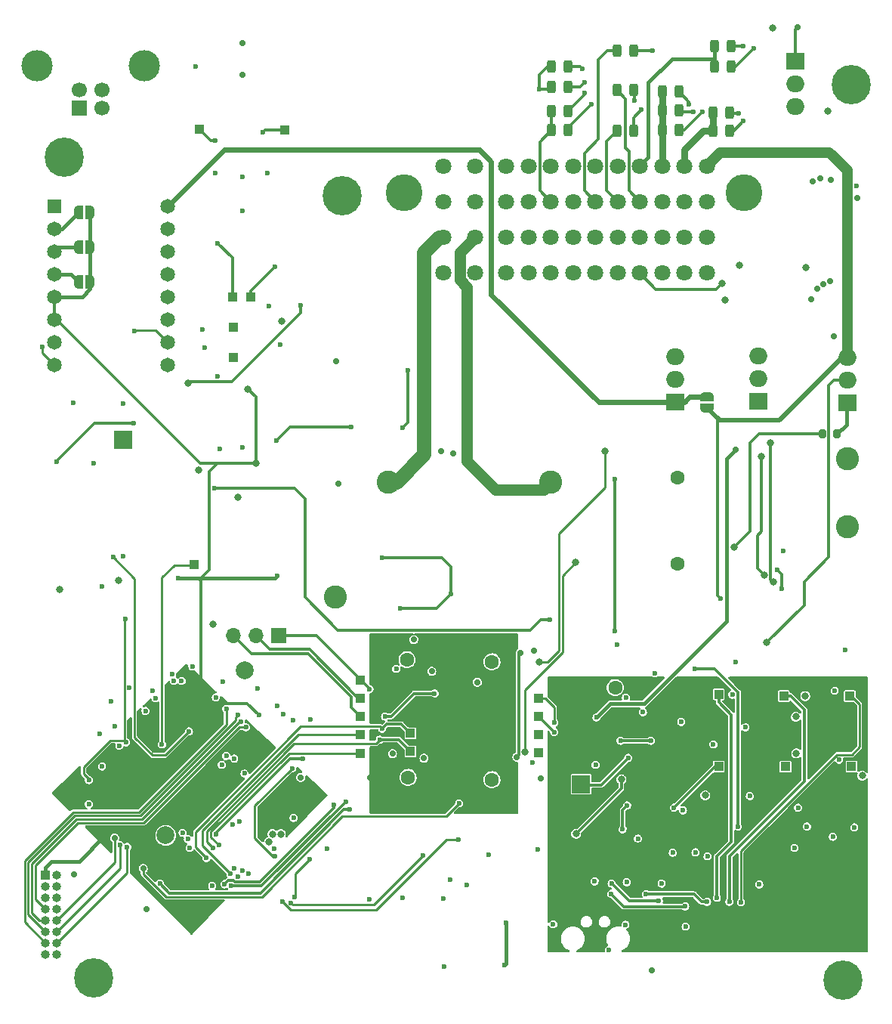
<source format=gbr>
%TF.GenerationSoftware,KiCad,Pcbnew,(6.0.7)*%
%TF.CreationDate,2022-10-25T21:17:20-03:00*%
%TF.ProjectId,uEFI_rev3,75454649-5f72-4657-9633-2e6b69636164,v3.0*%
%TF.SameCoordinates,Original*%
%TF.FileFunction,Copper,L4,Bot*%
%TF.FilePolarity,Positive*%
%FSLAX46Y46*%
G04 Gerber Fmt 4.6, Leading zero omitted, Abs format (unit mm)*
G04 Created by KiCad (PCBNEW (6.0.7)) date 2022-10-25 21:17:20*
%MOMM*%
%LPD*%
G01*
G04 APERTURE LIST*
G04 Aperture macros list*
%AMRoundRect*
0 Rectangle with rounded corners*
0 $1 Rounding radius*
0 $2 $3 $4 $5 $6 $7 $8 $9 X,Y pos of 4 corners*
0 Add a 4 corners polygon primitive as box body*
4,1,4,$2,$3,$4,$5,$6,$7,$8,$9,$2,$3,0*
0 Add four circle primitives for the rounded corners*
1,1,$1+$1,$2,$3*
1,1,$1+$1,$4,$5*
1,1,$1+$1,$6,$7*
1,1,$1+$1,$8,$9*
0 Add four rect primitives between the rounded corners*
20,1,$1+$1,$2,$3,$4,$5,0*
20,1,$1+$1,$4,$5,$6,$7,0*
20,1,$1+$1,$6,$7,$8,$9,0*
20,1,$1+$1,$8,$9,$2,$3,0*%
%AMFreePoly0*
4,1,22,0.500000,-0.750000,0.000000,-0.750000,0.000000,-0.745033,-0.079941,-0.743568,-0.215256,-0.701293,-0.333266,-0.622738,-0.424486,-0.514219,-0.481581,-0.384460,-0.499164,-0.250000,-0.500000,-0.250000,-0.500000,0.250000,-0.499164,0.250000,-0.499963,0.256109,-0.478152,0.396186,-0.417904,0.524511,-0.324060,0.630769,-0.204165,0.706417,-0.067858,0.745374,0.000000,0.744959,0.000000,0.750000,
0.500000,0.750000,0.500000,-0.750000,0.500000,-0.750000,$1*%
%AMFreePoly1*
4,1,20,0.000000,0.744959,0.073905,0.744508,0.209726,0.703889,0.328688,0.626782,0.421226,0.519385,0.479903,0.390333,0.500000,0.250000,0.500000,-0.250000,0.499851,-0.262216,0.476331,-0.402017,0.414519,-0.529596,0.319384,-0.634700,0.198574,-0.708877,0.061801,-0.746166,0.000000,-0.745033,0.000000,-0.750000,-0.500000,-0.750000,-0.500000,0.750000,0.000000,0.750000,0.000000,0.744959,
0.000000,0.744959,$1*%
G04 Aperture macros list end*
%TA.AperFunction,ComponentPad*%
%ADD10C,0.700000*%
%TD*%
%TA.AperFunction,ComponentPad*%
%ADD11C,4.400000*%
%TD*%
%TA.AperFunction,ComponentPad*%
%ADD12R,1.000000X1.000000*%
%TD*%
%TA.AperFunction,ComponentPad*%
%ADD13R,2.000000X1.905000*%
%TD*%
%TA.AperFunction,ComponentPad*%
%ADD14O,2.000000X1.905000*%
%TD*%
%TA.AperFunction,ComponentPad*%
%ADD15R,1.700000X1.700000*%
%TD*%
%TA.AperFunction,ComponentPad*%
%ADD16O,1.700000X1.700000*%
%TD*%
%TA.AperFunction,ComponentPad*%
%ADD17R,1.650000X1.650000*%
%TD*%
%TA.AperFunction,ComponentPad*%
%ADD18C,1.650000*%
%TD*%
%TA.AperFunction,ComponentPad*%
%ADD19O,1.000000X1.000000*%
%TD*%
%TA.AperFunction,ComponentPad*%
%ADD20C,1.700000*%
%TD*%
%TA.AperFunction,ComponentPad*%
%ADD21C,3.500000*%
%TD*%
%TA.AperFunction,ComponentPad*%
%ADD22C,1.800000*%
%TD*%
%TA.AperFunction,ComponentPad*%
%ADD23C,4.125000*%
%TD*%
%TA.AperFunction,SMDPad,CuDef*%
%ADD24C,2.000000*%
%TD*%
%TA.AperFunction,SMDPad,CuDef*%
%ADD25RoundRect,0.243750X0.243750X0.456250X-0.243750X0.456250X-0.243750X-0.456250X0.243750X-0.456250X0*%
%TD*%
%TA.AperFunction,SMDPad,CuDef*%
%ADD26R,1.000000X1.000000*%
%TD*%
%TA.AperFunction,SMDPad,CuDef*%
%ADD27R,2.000000X2.000000*%
%TD*%
%TA.AperFunction,SMDPad,CuDef*%
%ADD28FreePoly0,180.000000*%
%TD*%
%TA.AperFunction,SMDPad,CuDef*%
%ADD29FreePoly1,180.000000*%
%TD*%
%TA.AperFunction,SMDPad,CuDef*%
%ADD30RoundRect,0.200000X0.200000X0.275000X-0.200000X0.275000X-0.200000X-0.275000X0.200000X-0.275000X0*%
%TD*%
%TA.AperFunction,SMDPad,CuDef*%
%ADD31FreePoly0,90.000000*%
%TD*%
%TA.AperFunction,SMDPad,CuDef*%
%ADD32FreePoly1,90.000000*%
%TD*%
%TA.AperFunction,ViaPad*%
%ADD33C,0.600000*%
%TD*%
%TA.AperFunction,ViaPad*%
%ADD34C,2.600000*%
%TD*%
%TA.AperFunction,ViaPad*%
%ADD35C,0.800000*%
%TD*%
%TA.AperFunction,ViaPad*%
%ADD36C,0.700000*%
%TD*%
%TA.AperFunction,ViaPad*%
%ADD37C,1.600000*%
%TD*%
%TA.AperFunction,Conductor*%
%ADD38C,0.350000*%
%TD*%
%TA.AperFunction,Conductor*%
%ADD39C,0.300000*%
%TD*%
%TA.AperFunction,Conductor*%
%ADD40C,0.250000*%
%TD*%
%TA.AperFunction,Conductor*%
%ADD41C,0.400000*%
%TD*%
%TA.AperFunction,Conductor*%
%ADD42C,1.600000*%
%TD*%
%TA.AperFunction,Conductor*%
%ADD43C,1.300000*%
%TD*%
%TA.AperFunction,Conductor*%
%ADD44C,0.500000*%
%TD*%
%TA.AperFunction,Conductor*%
%ADD45C,1.200000*%
%TD*%
%TA.AperFunction,Conductor*%
%ADD46C,0.600000*%
%TD*%
%TA.AperFunction,Conductor*%
%ADD47C,0.450000*%
%TD*%
%TA.AperFunction,Conductor*%
%ADD48C,0.800000*%
%TD*%
G04 APERTURE END LIST*
D10*
%TO.P,H9,1*%
%TO.N,N/C*%
X62500000Y-61550000D03*
X61333274Y-58733274D03*
D11*
X62500000Y-59900000D03*
D10*
X62500000Y-58250000D03*
X64150000Y-59900000D03*
X63666726Y-58733274D03*
X60850000Y-59900000D03*
X63666726Y-61066726D03*
X61333274Y-61066726D03*
%TD*%
D12*
%TO.P,TP13,1,1*%
%TO.N,/Sensores/CH3*%
X135900000Y-128200000D03*
%TD*%
%TO.P,TP15,1,1*%
%TO.N,/Sensores/CH5*%
X150800000Y-128200000D03*
%TD*%
D13*
%TO.P,U5,1,IN*%
%TO.N,+12V*%
X130993000Y-87376000D03*
D14*
%TO.P,U5,2,GND*%
%TO.N,GND*%
X130993000Y-84836000D03*
%TO.P,U5,3,OUT*%
%TO.N,+5C*%
X130993000Y-82296000D03*
%TD*%
D15*
%TO.P,J5,1,Pin_1*%
%TO.N,/SPI2_SCK*%
X86614000Y-113538000D03*
D16*
%TO.P,J5,2,Pin_2*%
%TO.N,/SPI2_MOSI*%
X84074000Y-113538000D03*
%TO.P,J5,3,Pin_3*%
%TO.N,/SPI2_MISO*%
X81534000Y-113538000D03*
%TD*%
D12*
%TO.P,TP14,1,1*%
%TO.N,/Sensores/CH4*%
X143400000Y-128200000D03*
%TD*%
D13*
%TO.P,Q7,1,G*%
%TO.N,Net-(Q7-Pad1)*%
X140314800Y-87249000D03*
D14*
%TO.P,Q7,2,D*%
%TO.N,Net-(D4-Pad1)*%
X140314800Y-84709000D03*
%TO.P,Q7,3,S*%
%TO.N,Net-(Q7-Pad3)*%
X140314800Y-82169000D03*
%TD*%
D10*
%TO.P,H1,1*%
%TO.N,N/C*%
X64633274Y-150733274D03*
X66966726Y-150733274D03*
X64633274Y-153066726D03*
X67450000Y-151900000D03*
D11*
X65800000Y-151900000D03*
D10*
X65800000Y-153550000D03*
X65800000Y-150250000D03*
X64150000Y-151900000D03*
X66966726Y-153066726D03*
%TD*%
D17*
%TO.P,U23,1,ENABLE*%
%TO.N,/MTR_ENABLE*%
X61450000Y-65410000D03*
D18*
%TO.P,U23,2,M0*%
%TO.N,Net-(JP2-Pad2)*%
X61450000Y-67950000D03*
%TO.P,U23,3,M1*%
%TO.N,Net-(JP1-Pad2)*%
X61450000Y-70490000D03*
%TO.P,U23,4,M2*%
%TO.N,Net-(JP3-Pad2)*%
X61450000Y-73030000D03*
%TO.P,U23,5,RESET*%
%TO.N,+3V3*%
X61450000Y-75570000D03*
%TO.P,U23,6,SLEEP*%
X61450000Y-78110000D03*
%TO.P,U23,7,STEP*%
%TO.N,/MTR_STEP*%
X61450000Y-80650000D03*
%TO.P,U23,8,DIR*%
%TO.N,/MTR_DIR*%
X61450000Y-83190000D03*
%TO.P,U23,9,GND*%
%TO.N,GND*%
X74150000Y-83190000D03*
%TO.P,U23,10,FAULT*%
%TO.N,/MTR_FAULT*%
X74150000Y-80650000D03*
%TO.P,U23,11,A2*%
%TO.N,H4*%
X74150000Y-78110000D03*
%TO.P,U23,12,A1*%
%TO.N,G4*%
X74150000Y-75570000D03*
%TO.P,U23,13,B1*%
%TO.N,F4*%
X74150000Y-73030000D03*
%TO.P,U23,14,B2*%
%TO.N,E4*%
X74150000Y-70490000D03*
%TO.P,U23,15,GND*%
%TO.N,GND*%
X74150000Y-67950000D03*
%TO.P,U23,16,VMOT*%
%TO.N,+12V*%
X74150000Y-65410000D03*
%TD*%
D10*
%TO.P,H4,1*%
%TO.N,N/C*%
X150966726Y-150933274D03*
X148150000Y-152100000D03*
D11*
X149800000Y-152100000D03*
D10*
X149800000Y-153750000D03*
X148633274Y-153266726D03*
X150966726Y-153266726D03*
X151450000Y-152100000D03*
X149800000Y-150450000D03*
X148633274Y-150933274D03*
%TD*%
D12*
%TO.P,J4,1,Pin_1*%
%TO.N,+3V3*%
X60430000Y-140350000D03*
D19*
%TO.P,J4,2,Pin_2*%
%TO.N,+5C*%
X61700000Y-140350000D03*
%TO.P,J4,3,Pin_3*%
%TO.N,/AUX_CS_1*%
X60430000Y-141620000D03*
%TO.P,J4,4,Pin_4*%
%TO.N,/SPI2_SCK*%
X61700000Y-141620000D03*
%TO.P,J4,5,Pin_5*%
%TO.N,/AUX_CS_2*%
X60430000Y-142890000D03*
%TO.P,J4,6,Pin_6*%
%TO.N,/SPI2_MISO*%
X61700000Y-142890000D03*
%TO.P,J4,7,Pin_7*%
%TO.N,/AUX_IN_1*%
X60430000Y-144160000D03*
%TO.P,J4,8,Pin_8*%
%TO.N,/SPI2_MOSI*%
X61700000Y-144160000D03*
%TO.P,J4,9,Pin_9*%
%TO.N,/AUX_IN_2*%
X60430000Y-145430000D03*
%TO.P,J4,10,Pin_10*%
%TO.N,/AUX_OUT_1*%
X61700000Y-145430000D03*
%TO.P,J4,11,Pin_11*%
%TO.N,/AUX_IN_3*%
X60430000Y-146700000D03*
%TO.P,J4,12,Pin_12*%
%TO.N,/AUX_OUT_2*%
X61700000Y-146700000D03*
%TO.P,J4,13,Pin_13*%
%TO.N,/AUX_IN_4*%
X60430000Y-147970000D03*
%TO.P,J4,14,Pin_14*%
%TO.N,/AUX_OUT_3*%
X61700000Y-147970000D03*
%TO.P,J4,15,Pin_15*%
%TO.N,GND*%
X60430000Y-149240000D03*
%TO.P,J4,16,Pin_16*%
X61700000Y-149240000D03*
%TD*%
D13*
%TO.P,Q10,1,G*%
%TO.N,Net-(Q10-Pad1)*%
X144526000Y-49149000D03*
D14*
%TO.P,Q10,2,D*%
%TO.N,+5VA*%
X144526000Y-51689000D03*
%TO.P,Q10,3,S*%
%TO.N,+5C*%
X144526000Y-54229000D03*
%TD*%
D13*
%TO.P,Q6,1,G*%
%TO.N,Net-(Q6-Pad1)*%
X150317200Y-87477600D03*
D14*
%TO.P,Q6,2,D*%
%TO.N,Net-(D4-Pad1)*%
X150317200Y-84937600D03*
%TO.P,Q6,3,S*%
%TO.N,+12VA*%
X150317200Y-82397600D03*
%TD*%
D10*
%TO.P,H3,1*%
%TO.N,N/C*%
X92559274Y-65428726D03*
X95376000Y-64262000D03*
X94892726Y-65428726D03*
X92076000Y-64262000D03*
D11*
X93726000Y-64262000D03*
D10*
X93726000Y-62612000D03*
X93726000Y-65912000D03*
X92559274Y-63095274D03*
X94892726Y-63095274D03*
%TD*%
D15*
%TO.P,J1,1,VBUS*%
%TO.N,/VBUS*%
X64240000Y-54377500D03*
D20*
%TO.P,J1,2,D-*%
%TO.N,/USB_D-*%
X66740000Y-54377500D03*
%TO.P,J1,3,D+*%
%TO.N,/USB_D+*%
X66740000Y-52377500D03*
%TO.P,J1,4,GND*%
%TO.N,GND*%
X64240000Y-52377500D03*
D21*
%TO.P,J1,5,Shield*%
X71510000Y-49667500D03*
X59470000Y-49667500D03*
%TD*%
D12*
%TO.P,TP10,1,1*%
%TO.N,/Sensores/CH0*%
X135900000Y-120100000D03*
%TD*%
%TO.P,TP11,1,1*%
%TO.N,/Sensores/CH1*%
X143200000Y-120300000D03*
%TD*%
%TO.P,TP12,1,1*%
%TO.N,/Sensores/CH2*%
X150600000Y-120300000D03*
%TD*%
D22*
%TO.P,J3,A1,A1*%
%TO.N,A1*%
X134565000Y-72910000D03*
%TO.P,J3,A2,A2*%
%TO.N,+5VA*%
X134565000Y-68910000D03*
%TO.P,J3,A3,A3*%
%TO.N,GND*%
X134565000Y-64910000D03*
%TO.P,J3,A4,A4*%
%TO.N,+12VA*%
X134565000Y-60910000D03*
%TO.P,J3,B1,B1*%
%TO.N,B1*%
X132065000Y-72910000D03*
%TO.P,J3,B2,B2*%
%TO.N,+5VA*%
X132065000Y-68910000D03*
%TO.P,J3,B3,B3*%
%TO.N,GND*%
X132065000Y-64910000D03*
%TO.P,J3,B4,B4*%
%TO.N,B4*%
X132065000Y-60910000D03*
%TO.P,J3,C1,C1*%
%TO.N,C1*%
X129565000Y-72910000D03*
%TO.P,J3,C2,C2*%
%TO.N,+5VA*%
X129565000Y-68910000D03*
%TO.P,J3,C3,C3*%
%TO.N,GND*%
X129565000Y-64910000D03*
%TO.P,J3,C4,C4*%
%TO.N,C4*%
X129565000Y-60910000D03*
%TO.P,J3,D1,D1*%
%TO.N,D1*%
X127065000Y-72910000D03*
%TO.P,J3,D2,D2*%
%TO.N,+5VA*%
X127065000Y-68910000D03*
%TO.P,J3,D3,D3*%
%TO.N,D3*%
X127065000Y-64910000D03*
%TO.P,J3,D4,D4*%
%TO.N,D4*%
X127065000Y-60910000D03*
%TO.P,J3,E1,E1*%
%TO.N,E1*%
X124565000Y-72910000D03*
%TO.P,J3,E2,E2*%
%TO.N,+5VA*%
X124565000Y-68910000D03*
%TO.P,J3,E3,E3*%
%TO.N,E3*%
X124565000Y-64910000D03*
%TO.P,J3,E4,E4*%
%TO.N,E4*%
X124565000Y-60910000D03*
%TO.P,J3,F1,F1*%
%TO.N,F1*%
X122065000Y-72910000D03*
%TO.P,J3,F2,F2*%
%TO.N,+5VA*%
X122065000Y-68910000D03*
%TO.P,J3,F3,F3*%
%TO.N,F3*%
X122065000Y-64910000D03*
%TO.P,J3,F4,F4*%
%TO.N,F4*%
X122065000Y-60910000D03*
%TO.P,J3,G1,G1*%
%TO.N,G1*%
X119565000Y-72910000D03*
%TO.P,J3,G2,G2*%
%TO.N,GND*%
X119565000Y-68910000D03*
%TO.P,J3,G3,G3*%
%TO.N,G3*%
X119565000Y-64910000D03*
%TO.P,J3,G4,G4*%
%TO.N,G4*%
X119565000Y-60910000D03*
%TO.P,J3,H1,H1*%
%TO.N,H1*%
X117065000Y-72910000D03*
%TO.P,J3,H2,H2*%
%TO.N,GND*%
X117065000Y-68910000D03*
%TO.P,J3,H3,H3*%
%TO.N,H3*%
X117065000Y-64910000D03*
%TO.P,J3,H4,H4*%
%TO.N,H4*%
X117065000Y-60910000D03*
%TO.P,J3,J1,J1*%
%TO.N,J1*%
X114565000Y-72910000D03*
%TO.P,J3,J2,J2*%
%TO.N,CAN+*%
X114565000Y-68910000D03*
%TO.P,J3,J3,J3*%
%TO.N,CMP-*%
X114565000Y-64910000D03*
%TO.P,J3,J4,J4*%
%TO.N,CKP-*%
X114565000Y-60910000D03*
%TO.P,J3,K1,K1*%
%TO.N,K1*%
X112065000Y-72910000D03*
%TO.P,J3,K2,K2*%
%TO.N,CAN-*%
X112065000Y-68910000D03*
%TO.P,J3,K3,K3*%
%TO.N,CMP+*%
X112065000Y-64910000D03*
%TO.P,J3,K4,K4*%
%TO.N,CKP+*%
X112065000Y-60910000D03*
%TO.P,J3,L1,L1*%
%TO.N,L1*%
X108565000Y-72910000D03*
%TO.P,J3,L2,L2*%
%TO.N,L2*%
X108565000Y-68910000D03*
%TO.P,J3,L3,L3*%
%TO.N,L3*%
X108565000Y-64910000D03*
%TO.P,J3,L4,L4*%
%TO.N,L4*%
X108565000Y-60910000D03*
%TO.P,J3,M1,M1*%
%TO.N,M1*%
X105065000Y-72910000D03*
%TO.P,J3,M2,M2*%
%TO.N,M2*%
X105065000Y-68910000D03*
%TO.P,J3,M3,M3*%
%TO.N,M3*%
X105065000Y-64910000D03*
%TO.P,J3,M4,M4*%
%TO.N,M4*%
X105065000Y-60910000D03*
D23*
%TO.P,J3,MH1,MH1*%
%TO.N,GND*%
X138765000Y-63910000D03*
%TO.P,J3,MH2,MH2*%
X100665000Y-63910000D03*
%TD*%
D24*
%TO.P,TP2,1,1*%
%TO.N,Net-(TP2-Pad1)*%
X73900000Y-135900000D03*
%TD*%
D25*
%TO.P,F14,1*%
%TO.N,/PWM/Relays/CHECK_ENGINE*%
X126362700Y-56946800D03*
%TO.P,F14,2*%
%TO.N,E3*%
X124487700Y-56946800D03*
%TD*%
D10*
%TO.P,H2,1*%
%TO.N,N/C*%
X151915726Y-50649274D03*
X150749000Y-53466000D03*
X152399000Y-51816000D03*
X151915726Y-52982726D03*
D11*
X150749000Y-51816000D03*
D10*
X149582274Y-52982726D03*
X150749000Y-50166000D03*
X149099000Y-51816000D03*
X149582274Y-50649274D03*
%TD*%
D26*
%TO.P,TP23,1,1*%
%TO.N,/INY4*%
X95758000Y-126746000D03*
%TD*%
D25*
%TO.P,F12,1*%
%TO.N,/PWM/Relays/R3_OUT*%
X126413500Y-48006000D03*
%TO.P,F12,2*%
%TO.N,F3*%
X124538500Y-48006000D03*
%TD*%
%TO.P,F1,1*%
%TO.N,Net-(F1-Pad1)*%
X119045200Y-54737000D03*
%TO.P,F1,2*%
%TO.N,H3*%
X117170200Y-54737000D03*
%TD*%
D26*
%TO.P,TP5,1,1*%
%TO.N,/CKP/CMP_sensors/IN1-*%
X81390000Y-75568400D03*
%TD*%
%TO.P,TP29,1,1*%
%TO.N,/SPI2_MOSI*%
X95758000Y-120523000D03*
%TD*%
%TO.P,TP28,1,1*%
%TO.N,/SPI2_SCK*%
X95758000Y-118491000D03*
%TD*%
%TO.P,TP20,1,1*%
%TO.N,/INY1*%
X101346000Y-124460000D03*
%TD*%
%TO.P,TP7,1,1*%
%TO.N,/CMP*%
X81540000Y-78968400D03*
%TD*%
D27*
%TO.P,TP19,1,1*%
%TO.N,/Sensores/CH7*%
X120457400Y-130178800D03*
%TD*%
D26*
%TO.P,TP9,1,1*%
%TO.N,/MEMORY_CS*%
X77089000Y-105537000D03*
%TD*%
D28*
%TO.P,JP3,1,A*%
%TO.N,+3V3*%
X65450000Y-73900000D03*
D29*
%TO.P,JP3,2,B*%
%TO.N,Net-(JP3-Pad2)*%
X64150000Y-73900000D03*
%TD*%
D25*
%TO.P,F7,1*%
%TO.N,Net-(F7-Pad1)*%
X131442700Y-54711600D03*
%TO.P,F7,2*%
%TO.N,C4*%
X129567700Y-54711600D03*
%TD*%
D28*
%TO.P,JP2,1,A*%
%TO.N,+3V3*%
X65450000Y-66100000D03*
D29*
%TO.P,JP2,2,B*%
%TO.N,Net-(JP2-Pad2)*%
X64150000Y-66100000D03*
%TD*%
D30*
%TO.P,R18,1*%
%TO.N,Net-(Q6-Pad1)*%
X149161000Y-90932000D03*
%TO.P,R18,2*%
%TO.N,Net-(Q5-Pad3)*%
X147511000Y-90932000D03*
%TD*%
D25*
%TO.P,F3,1*%
%TO.N,Net-(F3-Pad1)*%
X119047500Y-56896000D03*
%TO.P,F3,2*%
%TO.N,H3*%
X117172500Y-56896000D03*
%TD*%
%TO.P,F11,1*%
%TO.N,Net-(F11-Pad1)*%
X137132300Y-56946800D03*
%TO.P,F11,2*%
%TO.N,B4*%
X135257300Y-56946800D03*
%TD*%
D27*
%TO.P,TP18,1,1*%
%TO.N,/Sensores/CH6*%
X69150000Y-91550000D03*
%TD*%
D26*
%TO.P,TP3,1,1*%
%TO.N,/CKP/CMP_sensors/IN2-*%
X87249000Y-56896000D03*
%TD*%
%TO.P,TP6,1,1*%
%TO.N,/CKP/CMP_sensors/IN2+*%
X77724000Y-56769000D03*
%TD*%
D24*
%TO.P,TP1,1,1*%
%TO.N,Net-(R2-Pad1)*%
X82800000Y-117400000D03*
%TD*%
D31*
%TO.P,JP4,1,1*%
%TO.N,+12VA*%
X134620000Y-88026000D03*
D32*
%TO.P,JP4,2,2*%
%TO.N,+12V*%
X134620000Y-86726000D03*
%TD*%
D25*
%TO.P,F8,1*%
%TO.N,Net-(F8-Pad1)*%
X131442700Y-52578000D03*
%TO.P,F8,2*%
%TO.N,C4*%
X129567700Y-52578000D03*
%TD*%
D26*
%TO.P,TP24,1,1*%
%TO.N,/ECN1*%
X115697000Y-120523000D03*
%TD*%
%TO.P,TP25,1,1*%
%TO.N,/ECN2*%
X115697000Y-122555000D03*
%TD*%
D28*
%TO.P,JP1,1,A*%
%TO.N,+3V3*%
X65450000Y-70000000D03*
D29*
%TO.P,JP1,2,B*%
%TO.N,Net-(JP1-Pad2)*%
X64150000Y-70000000D03*
%TD*%
D25*
%TO.P,F10,1*%
%TO.N,Net-(F10-Pad1)*%
X137132300Y-54914800D03*
%TO.P,F10,2*%
%TO.N,B4*%
X135257300Y-54914800D03*
%TD*%
D26*
%TO.P,TP27,1,1*%
%TO.N,/ECN4*%
X115697000Y-126619000D03*
%TD*%
D25*
%TO.P,F4,1*%
%TO.N,Net-(F4-Pad1)*%
X137335500Y-49784000D03*
%TO.P,F4,2*%
%TO.N,D4*%
X135460500Y-49784000D03*
%TD*%
D26*
%TO.P,TP26,1,1*%
%TO.N,/ECN3*%
X115697000Y-124587000D03*
%TD*%
D25*
%TO.P,F5,1*%
%TO.N,Net-(F5-Pad1)*%
X131442700Y-56896000D03*
%TO.P,F5,2*%
%TO.N,C4*%
X129567700Y-56896000D03*
%TD*%
%TO.P,F6,1*%
%TO.N,Net-(F6-Pad1)*%
X119047500Y-49784000D03*
%TO.P,F6,2*%
%TO.N,G3*%
X117172500Y-49784000D03*
%TD*%
D26*
%TO.P,TP4,1,1*%
%TO.N,/CKP/CMP_sensors/IN1+*%
X83465000Y-75568400D03*
%TD*%
D25*
%TO.P,F9,1*%
%TO.N,Net-(F9-Pad1)*%
X119047500Y-52070000D03*
%TO.P,F9,2*%
%TO.N,G3*%
X117172500Y-52070000D03*
%TD*%
D26*
%TO.P,TP22,1,1*%
%TO.N,/INY3*%
X101346000Y-126492000D03*
%TD*%
D25*
%TO.P,F13,1*%
%TO.N,/PWM/Relays/MIL_OUT*%
X126362700Y-52425600D03*
%TO.P,F13,2*%
%TO.N,D3*%
X124487700Y-52425600D03*
%TD*%
D26*
%TO.P,TP21,1,1*%
%TO.N,/INY2*%
X95758000Y-124587000D03*
%TD*%
%TO.P,TP8,1,1*%
%TO.N,/CKP/CMP_sensors/CKP_VR*%
X81540000Y-82368400D03*
%TD*%
%TO.P,TP30,1,1*%
%TO.N,/SPI2_MISO*%
X95758000Y-122555000D03*
%TD*%
D25*
%TO.P,F2,1*%
%TO.N,Net-(F2-Pad1)*%
X137335500Y-47498000D03*
%TO.P,F2,2*%
%TO.N,D4*%
X135460500Y-47498000D03*
%TD*%
D33*
%TO.N,GND*%
X150100000Y-115100000D03*
X110125000Y-138075000D03*
X128300000Y-125300000D03*
X67818000Y-120904000D03*
D34*
X92964000Y-109220000D03*
D33*
X86360000Y-91694000D03*
X82499200Y-62128400D03*
D35*
X68650000Y-107300000D03*
D33*
X69150000Y-87550000D03*
D36*
X89050000Y-129400000D03*
D33*
X80300000Y-118700000D03*
D37*
X107315000Y-121412000D03*
X104267000Y-124333000D03*
D35*
X77600000Y-95000000D03*
D33*
X92000000Y-137400000D03*
D34*
X150368000Y-93726000D03*
D37*
X107315000Y-124333000D03*
D33*
X66548000Y-124550000D03*
D36*
X82550000Y-50673000D03*
D33*
X65300000Y-132400000D03*
X63550000Y-87450000D03*
X143100000Y-104000000D03*
X78250000Y-81250000D03*
D36*
X71750000Y-144205002D03*
X128400000Y-151000000D03*
D33*
X78000000Y-79250000D03*
D36*
X115214400Y-115214400D03*
X97500000Y-117000000D03*
D33*
X88250000Y-133950000D03*
D36*
X82550000Y-47117000D03*
D33*
X105100000Y-150600000D03*
X69850000Y-119380000D03*
X84250000Y-119400000D03*
X137800000Y-116500000D03*
X71650000Y-121950000D03*
X128750000Y-117750000D03*
D35*
X79248000Y-112268000D03*
D33*
X79535500Y-120427825D03*
X130750000Y-137850000D03*
X86741000Y-80899000D03*
X124500000Y-114500000D03*
X65850000Y-94250000D03*
D36*
X148844000Y-80010000D03*
X151398500Y-64516000D03*
X96799400Y-129463800D03*
D33*
X124900000Y-125300000D03*
X115600000Y-137450000D03*
D34*
X150368000Y-101346000D03*
D33*
X82499200Y-65938400D03*
D36*
X115951000Y-129514600D03*
D33*
X125450000Y-145900000D03*
X94742000Y-90170000D03*
X85471000Y-76581000D03*
X133300000Y-137800000D03*
D37*
X104140000Y-121412000D03*
D33*
X68199000Y-123698000D03*
D37*
X131318000Y-95852000D03*
D33*
%TO.N,/INY3*%
X97917000Y-125163100D03*
X79189500Y-137287000D03*
%TO.N,/INY4*%
X95758000Y-126746000D03*
X79862247Y-136952085D03*
%TO.N,/INY2*%
X81153000Y-140208000D03*
X95758000Y-124587000D03*
%TO.N,/INY1*%
X78486000Y-138430000D03*
X98171000Y-123952000D03*
%TO.N,+3V3*%
X66050000Y-127750000D03*
X104063800Y-119995540D03*
D37*
X131292600Y-105460800D03*
D33*
X68800000Y-132000000D03*
X145800000Y-134900000D03*
D35*
X84000000Y-94250000D03*
D37*
X77900000Y-124200000D03*
D33*
X75901569Y-123698431D03*
X112050000Y-145650000D03*
X126850000Y-136250000D03*
D35*
X83108800Y-85877400D03*
D33*
X71850000Y-128750000D03*
X72650000Y-126350000D03*
X76049517Y-141700483D03*
D37*
X90297000Y-131191000D03*
D35*
X62000000Y-108350000D03*
D33*
X111900000Y-150400000D03*
X84350000Y-122400000D03*
X67000000Y-135900000D03*
X98500000Y-122572300D03*
X75350000Y-107061000D03*
X86404000Y-106807000D03*
%TO.N,/NRST*%
X69469000Y-125476000D03*
X65300000Y-129700000D03*
X69429000Y-111643600D03*
X123600000Y-148761049D03*
D35*
%TO.N,/USB_D+*%
X86824104Y-135751402D03*
%TO.N,/USB_D-*%
X85872633Y-135743739D03*
D33*
%TO.N,/SYS_SWO*%
X86100000Y-137400000D03*
X80201569Y-127998431D03*
%TO.N,/SYS_SWCLK*%
X86192352Y-138207648D03*
X88096235Y-128396235D03*
%TO.N,/SYS_SWDIO*%
X90050000Y-138594980D03*
X88400902Y-142848798D03*
%TO.N,Net-(R2-Pad1)*%
X82800000Y-117400000D03*
%TO.N,Net-(TP2-Pad1)*%
X74000000Y-136000000D03*
%TO.N,/MTR_DIR*%
X60092352Y-81192352D03*
%TO.N,/MTR_FAULT*%
X70404112Y-79400000D03*
%TO.N,/ECN2*%
X82550000Y-139827000D03*
X117475000Y-124333000D03*
%TO.N,/ECN3*%
X83197754Y-140208011D03*
X115697000Y-124587000D03*
%TO.N,/ECN4*%
X115697000Y-126619000D03*
X81997567Y-140518480D03*
D36*
%TO.N,/RPM_OUT*%
X71400000Y-139600000D03*
D33*
X106800000Y-132300000D03*
D36*
%TO.N,/AUX_CS_2*%
X63600000Y-140300000D03*
%TO.N,/Sheet5FA9324A/FB0*%
X103734179Y-117509665D03*
X104775000Y-92837000D03*
%TO.N,/Sheet5FA9324A/FB1*%
X102870000Y-127254000D03*
X101714500Y-113971980D03*
%TO.N,/Sheet5FA9324A/FB2*%
X106172000Y-93082500D03*
X108839000Y-118745000D03*
D33*
%TO.N,/AUX_IN_1*%
X82900000Y-123800000D03*
%TO.N,/AUX_IN_2*%
X82350000Y-123150000D03*
%TO.N,/AUX_IN_3*%
X82020148Y-122420148D03*
%TO.N,/AUX_IN_4*%
X80700000Y-121700000D03*
%TO.N,/LED_CAN_RX*%
X81600000Y-127300000D03*
X107700000Y-141423500D03*
%TO.N,/LED_CAN_TX*%
X105800000Y-140850000D03*
X80700000Y-127000000D03*
D35*
%TO.N,/VBUS*%
X85497897Y-136623500D03*
D36*
%TO.N,/Sheet5FA9324A/FB3*%
X113665000Y-115443000D03*
X113284000Y-127127000D03*
D33*
%TO.N,/R_LMB*%
X76903500Y-116967000D03*
X151348500Y-63100000D03*
%TO.N,GNDA*%
X139600000Y-125500000D03*
X146900000Y-125400000D03*
X136300000Y-131900000D03*
D37*
X151850000Y-118950000D03*
D35*
X150700000Y-124000000D03*
D33*
X144000000Y-124800000D03*
X127909000Y-129802000D03*
X133300000Y-132400000D03*
X139400000Y-123000000D03*
D36*
%TO.N,/Sheet5FA9324A/GD1*%
X99339400Y-126746000D03*
X93250000Y-96500000D03*
D33*
%TO.N,/ECN1*%
X117475000Y-123282300D03*
X81603902Y-139606798D03*
%TO.N,/Sheet5FA9324A/GD0*%
X99750000Y-117250000D03*
D36*
X93000000Y-82750000D03*
D35*
%TO.N,/Sheet5FA9324A/GD2*%
X115800000Y-116500000D03*
X123190000Y-92837000D03*
D33*
%TO.N,/MEMORY_CS*%
X73492352Y-125707648D03*
X77000000Y-105600000D03*
D35*
%TO.N,/Sheet5FA9324A/GD3*%
X114222989Y-126559288D03*
X119888000Y-105283000D03*
D33*
%TO.N,/MIL_OUT*%
X81407675Y-134657675D03*
D36*
X148370738Y-73773870D03*
D33*
X87017352Y-143332648D03*
X106750000Y-136350000D03*
%TO.N,/CHK_OUT*%
X82169000Y-134366000D03*
X102792352Y-138142352D03*
X87950000Y-143450000D03*
D36*
X147603918Y-74144065D03*
D33*
%TO.N,/PMIC_ENABLE*%
X89250000Y-127322500D03*
X79576500Y-135750000D03*
%TO.N,/PMIC_SPARK*%
X79121316Y-141561662D03*
X115062000Y-127762000D03*
%TO.N,/SPI2_MISO*%
X80518000Y-141351000D03*
X95758000Y-122555000D03*
X92800000Y-132450000D03*
%TO.N,/SPI2_SCK*%
X73279000Y-141300000D03*
X94550000Y-133000000D03*
X96750000Y-119500000D03*
%TO.N,/SPI2_MOSI*%
X94150000Y-132150000D03*
X81280000Y-141571500D03*
X95758000Y-120523000D03*
%TO.N,Net-(C22-Pad2)*%
X124250000Y-96000000D03*
X124250000Y-113000000D03*
%TO.N,/Sensores/CH7*%
X125766000Y-127207000D03*
D35*
X120432000Y-130255000D03*
D33*
%TO.N,/Sensores/CH0*%
X135700000Y-142900000D03*
%TO.N,M1*%
X101092000Y-83820000D03*
X100500000Y-90250000D03*
%TO.N,M2*%
X100250000Y-110500000D03*
D34*
X98850000Y-96335500D03*
D33*
X105918000Y-108839000D03*
X98171000Y-104775000D03*
D34*
%TO.N,L2*%
X117100000Y-96335500D03*
D33*
%TO.N,CMP-*%
X79502000Y-61722000D03*
%TO.N,CMP+*%
X85344000Y-61722000D03*
%TO.N,CKP+*%
X77300000Y-49800000D03*
X66800000Y-108000000D03*
%TO.N,G3*%
X115824000Y-52324000D03*
D37*
%TO.N,L4*%
X110490000Y-116459000D03*
%TO.N,L3*%
X110490000Y-129667000D03*
D33*
%TO.N,+12VA*%
X122100000Y-128000000D03*
X136102500Y-109400000D03*
D35*
%TO.N,+12V*%
X148144220Y-54766280D03*
X145677500Y-72263000D03*
D36*
X137795000Y-92710000D03*
D33*
X122200000Y-122700000D03*
D36*
%TO.N,/AUX_OUT_1*%
X68200000Y-136200000D03*
D33*
%TO.N,/AUX_OUT_2*%
X68776500Y-137000000D03*
%TO.N,/AUX_OUT_3*%
X69600000Y-137200000D03*
D35*
%TO.N,Net-(C33-Pad1)*%
X141000000Y-106750000D03*
X140716000Y-93472000D03*
%TO.N,Net-(D4-Pad1)*%
X141300000Y-114300000D03*
D33*
%TO.N,/Sensores/CH1*%
X137100000Y-143350000D03*
D35*
%TO.N,Net-(Q7-Pad3)*%
X142000000Y-107500000D03*
X141732000Y-91948000D03*
D33*
%TO.N,Net-(R22-Pad2)*%
X142500000Y-106123500D03*
X143000000Y-108250000D03*
D35*
%TO.N,Net-(C51-Pad1)*%
X119924000Y-135716000D03*
X125004000Y-129620000D03*
D33*
%TO.N,+5VA*%
X89000000Y-76500000D03*
D35*
X76400000Y-85200000D03*
D33*
%TO.N,/CKP*%
X68000000Y-104700000D03*
X76526704Y-124243018D03*
%TO.N,/CMP*%
X82748457Y-128966188D03*
X81540000Y-78968400D03*
%TO.N,/CKP/CMP_sensors/IN1+*%
X86156800Y-72237600D03*
%TO.N,/CKP/CMP_sensors/IN1-*%
X79756000Y-69545200D03*
%TO.N,/CKP/CMP_sensors/IN2-*%
X84836000Y-57150000D03*
%TO.N,/CKP/CMP_sensors/IN2+*%
X79502000Y-58039000D03*
%TO.N,/R_ECN_INY*%
X75691720Y-118585582D03*
D36*
X148500000Y-62450000D03*
%TO.N,/R_GNC_GLP*%
X147250000Y-62300000D03*
D33*
X74847710Y-118578942D03*
D36*
%TO.N,/R_AAC*%
X146450000Y-62600000D03*
D33*
X74642500Y-117856000D03*
D36*
%TO.N,/TIM9_CH1*%
X146287511Y-75819000D03*
D33*
X72416408Y-119735805D03*
%TO.N,/TIM9_CH2*%
X72771000Y-120523000D03*
D36*
X146939011Y-74676000D03*
D33*
%TO.N,/LED0*%
X76600000Y-137300000D03*
X96700000Y-143100000D03*
%TO.N,/LED1*%
X76400000Y-136300000D03*
X100450000Y-142900000D03*
%TO.N,/LED2*%
X105050000Y-142998500D03*
X75800000Y-135600000D03*
D37*
%TO.N,M4*%
X100965000Y-116205000D03*
%TO.N,M3*%
X101092000Y-129413000D03*
D33*
%TO.N,CAN+*%
X80010000Y-92583000D03*
%TO.N,K1*%
X70350000Y-89700000D03*
X61700000Y-94000000D03*
%TO.N,CAN-*%
X82550000Y-92456000D03*
D35*
%TO.N,Net-(Q5-Pad3)*%
X137668000Y-103632000D03*
D36*
%TO.N,Net-(Q10-Pad1)*%
X144780000Y-45339000D03*
D33*
%TO.N,5V_ENABLE*%
X68707000Y-125857000D03*
D35*
X141986000Y-45466000D03*
%TO.N,F1*%
X144591284Y-126711019D03*
%TO.N,E1*%
X134400000Y-131400000D03*
%TO.N,D1*%
X136257569Y-74072431D03*
X144550000Y-122600000D03*
%TO.N,C1*%
X145600000Y-120300000D03*
D33*
%TO.N,B1*%
X137423500Y-120143003D03*
%TO.N,A1*%
X127400000Y-122100000D03*
D35*
X136594044Y-75933277D03*
%TO.N,G1*%
X138255216Y-71994784D03*
X152000000Y-129200000D03*
D33*
%TO.N,Net-(F1-Pad1)*%
X120904000Y-52705000D03*
%TO.N,Net-(F2-Pad1)*%
X138684000Y-47498000D03*
%TO.N,Net-(F3-Pad1)*%
X121666000Y-53975000D03*
%TO.N,Net-(F4-Pad1)*%
X139827000Y-47752000D03*
%TO.N,Net-(F5-Pad1)*%
X134112000Y-54864000D03*
%TO.N,Net-(F6-Pad1)*%
X120650000Y-50038000D03*
%TO.N,Net-(F7-Pad1)*%
X133096000Y-54864000D03*
%TO.N,Net-(F8-Pad1)*%
X132588000Y-53966500D03*
%TO.N,Net-(F9-Pad1)*%
X120904000Y-51562000D03*
%TO.N,Net-(F10-Pad1)*%
X138176000Y-54991000D03*
%TO.N,Net-(F11-Pad1)*%
X138684000Y-55880000D03*
%TO.N,/PWM/Relays/R3_OUT*%
X128524000Y-48006000D03*
%TO.N,/PWM/Relays/MIL_OUT*%
X126492000Y-53594000D03*
%TO.N,/PWM/Relays/CHECK_ENGINE*%
X127254000Y-54610000D03*
%TO.N,/Sensores/CH2*%
X138400000Y-143400000D03*
%TO.N,/Sensores/CH3*%
X130900000Y-132800000D03*
%TO.N,/Sensores/CH5*%
X134650000Y-138250000D03*
%TO.N,/Sensores/CH6*%
X117000000Y-111750000D03*
X79374997Y-97025003D03*
X133250000Y-117250000D03*
X138050000Y-134900000D03*
X69150000Y-91550000D03*
%TO.N,+5C*%
X144400000Y-137300000D03*
X144800000Y-132800000D03*
X125639000Y-132541000D03*
X131900000Y-133100000D03*
D35*
X86893400Y-78282800D03*
D33*
X138900000Y-123800000D03*
X117350000Y-145850000D03*
X149400000Y-127426500D03*
X140450000Y-141400000D03*
D35*
X82042000Y-98044000D03*
D33*
X139400000Y-131500000D03*
X151100000Y-135000000D03*
X148900000Y-119700000D03*
X132200000Y-146100000D03*
X125131000Y-135208000D03*
X131700000Y-123200000D03*
D37*
X124300000Y-119350000D03*
D33*
X135300000Y-125700000D03*
%TO.N,/Sensores/B*%
X123850000Y-142450000D03*
X132150000Y-143850000D03*
%TO.N,/ACC_DET*%
X125500000Y-120481500D03*
X90150000Y-122900000D03*
%TO.N,/CKP/CMP_sensors/CKP_VR*%
X81540000Y-82368400D03*
X69150000Y-104650000D03*
X79693000Y-84455000D03*
%TO.N,/Sensores/C*%
X129200000Y-143250000D03*
X123900000Y-141300000D03*
%TO.N,/Sensores/A*%
X134600000Y-143350000D03*
X127750000Y-142500000D03*
%TO.N,/MUX_B*%
X122000000Y-141050000D03*
X86450000Y-121350000D03*
%TO.N,/MUX_C*%
X87048500Y-122350000D03*
X125600000Y-141150000D03*
%TO.N,/MUX_A*%
X88223500Y-123000000D03*
X129500000Y-141300000D03*
%TO.N,/MUX_OUT*%
X66770872Y-128179128D03*
X148700000Y-136050000D03*
%TD*%
D38*
%TO.N,GND*%
X87884000Y-90170000D02*
X86360000Y-91694000D01*
D39*
X124900000Y-125300000D02*
X128300000Y-125300000D01*
D38*
X94742000Y-90170000D02*
X87884000Y-90170000D01*
D39*
%TO.N,/INY3*%
X100017100Y-125163100D02*
X101346000Y-126492000D01*
D40*
X88305918Y-125603000D02*
X78500000Y-135408918D01*
X97917000Y-125163100D02*
X97477100Y-125603000D01*
X97477100Y-125603000D02*
X88305918Y-125603000D01*
X78500000Y-136597500D02*
X79189500Y-137287000D01*
D39*
X97917000Y-125163100D02*
X100017100Y-125163100D01*
D40*
X78500000Y-135408918D02*
X78500000Y-136597500D01*
%TO.N,/INY4*%
X79862247Y-136952085D02*
X79000000Y-136089838D01*
X79000000Y-136089838D02*
X79000000Y-135476754D01*
X79000000Y-135476754D02*
X87730754Y-126746000D01*
X87730754Y-126746000D02*
X95758000Y-126746000D01*
%TO.N,/INY2*%
X81153000Y-140208000D02*
X78000000Y-137055000D01*
X88754083Y-124587000D02*
X95758000Y-124587000D01*
X78000000Y-135341083D02*
X88754083Y-124587000D01*
X78000000Y-137055000D02*
X78000000Y-135341083D01*
%TO.N,/INY1*%
X78486000Y-138430000D02*
X77250000Y-137194000D01*
X77250000Y-137194000D02*
X77250000Y-135523248D01*
X77250000Y-135523248D02*
X89075248Y-123698000D01*
D39*
X98679000Y-123444000D02*
X100330000Y-123444000D01*
X100330000Y-123444000D02*
X101346000Y-124460000D01*
D40*
X97917000Y-123698000D02*
X98171000Y-123952000D01*
D39*
X98171000Y-123952000D02*
X98679000Y-123444000D01*
D40*
X89075248Y-123698000D02*
X97917000Y-123698000D01*
D39*
%TO.N,+3V3*%
X79700000Y-94250000D02*
X84000000Y-94250000D01*
D38*
X77800000Y-94200000D02*
X83950000Y-94200000D01*
D41*
X60430000Y-140350000D02*
X60430000Y-139470000D01*
D39*
X84000000Y-86768600D02*
X84000000Y-94250000D01*
D41*
X111900000Y-150400000D02*
X112050000Y-150250000D01*
X75350000Y-107061000D02*
X86150000Y-107061000D01*
D39*
X77900000Y-123600000D02*
X77900000Y-124200000D01*
X84350000Y-122400000D02*
X83048000Y-121098000D01*
X78772997Y-95177003D02*
X79700000Y-94250000D01*
D41*
X112050000Y-150250000D02*
X112050000Y-145650000D01*
D39*
X77561000Y-107061000D02*
X77900000Y-107400000D01*
X77839000Y-107061000D02*
X78772997Y-106127003D01*
D38*
X61450000Y-75570000D02*
X61450000Y-78110000D01*
D39*
X80402000Y-121098000D02*
X77900000Y-123600000D01*
X98500000Y-122572300D02*
X99187000Y-122572300D01*
D41*
X61100000Y-138800000D02*
X64200000Y-138800000D01*
D39*
X77900000Y-107400000D02*
X77900000Y-119300000D01*
X83108800Y-85877400D02*
X84000000Y-86768600D01*
X99187000Y-122572300D02*
X101763760Y-119995540D01*
X75350000Y-107061000D02*
X77839000Y-107061000D01*
D38*
X61450000Y-78110000D02*
X61710000Y-78110000D01*
D39*
X75350000Y-107061000D02*
X77561000Y-107061000D01*
D41*
X64200000Y-138800000D02*
X67050000Y-135950000D01*
D38*
X61710000Y-78110000D02*
X77800000Y-94200000D01*
D41*
X65450000Y-73900000D02*
X65450000Y-74650000D01*
X60430000Y-139470000D02*
X61100000Y-138800000D01*
X64530000Y-75570000D02*
X61450000Y-75570000D01*
X86150000Y-107061000D02*
X86404000Y-106807000D01*
D39*
X78772997Y-106127003D02*
X78772997Y-95177003D01*
D41*
X65450000Y-66100000D02*
X65450000Y-73900000D01*
X65450000Y-74650000D02*
X64530000Y-75570000D01*
D39*
X101763760Y-119995540D02*
X104063800Y-119995540D01*
X83048000Y-121098000D02*
X80402000Y-121098000D01*
D38*
X83950000Y-94200000D02*
X84000000Y-94250000D01*
D40*
%TO.N,/NRST*%
X67669511Y-125280489D02*
X69273489Y-125280489D01*
X64700000Y-128250000D02*
X67669511Y-125280489D01*
X69273489Y-125280489D02*
X69469000Y-125476000D01*
X69273489Y-125280489D02*
X69273489Y-111799111D01*
X65300000Y-129601711D02*
X64700000Y-129001711D01*
X69273489Y-111799111D02*
X69429000Y-111643600D01*
X65300000Y-129700000D02*
X65300000Y-129601711D01*
X64700000Y-129001711D02*
X64700000Y-128250000D01*
%TO.N,/SYS_SWCLK*%
X86192352Y-138207648D02*
X85942916Y-138207648D01*
X85942916Y-138207648D02*
X83900000Y-136164732D01*
X83900000Y-132592470D02*
X88096235Y-128396235D01*
X83900000Y-136164732D02*
X83900000Y-132592470D01*
%TO.N,/SYS_SWDIO*%
X88423500Y-142826200D02*
X88400902Y-142848798D01*
X88423500Y-140221480D02*
X88423500Y-142826200D01*
X90050000Y-138594980D02*
X88423500Y-140221480D01*
%TO.N,/MTR_DIR*%
X60092352Y-81832352D02*
X61450000Y-83190000D01*
X60092352Y-81192352D02*
X60092352Y-81832352D01*
%TO.N,/MTR_FAULT*%
X70504112Y-79300000D02*
X72800000Y-79300000D01*
X70404112Y-79400000D02*
X70504112Y-79300000D01*
X72800000Y-79300000D02*
X74150000Y-80650000D01*
%TO.N,/ECN2*%
X117475000Y-124333000D02*
X115697000Y-122555000D01*
%TO.N,/RPM_OUT*%
X71400000Y-140237002D02*
X73939998Y-142777000D01*
X73939998Y-142777000D02*
X84705317Y-142777000D01*
X93732317Y-133750000D02*
X105350000Y-133750000D01*
X71400000Y-139600000D02*
X71400000Y-140237002D01*
X84705317Y-142777000D02*
X93732317Y-133750000D01*
X105350000Y-133750000D02*
X106800000Y-132300000D01*
%TO.N,/AUX_IN_1*%
X82900000Y-123800000D02*
X82137028Y-123800000D01*
X64066514Y-134502000D02*
X59306000Y-139262514D01*
X59306000Y-143036000D02*
X60430000Y-144160000D01*
X59306000Y-139262514D02*
X59306000Y-143036000D01*
X71435028Y-134502000D02*
X64066514Y-134502000D01*
X82137028Y-123800000D02*
X71435028Y-134502000D01*
%TO.N,/AUX_IN_2*%
X58904000Y-144605486D02*
X58904000Y-139096000D01*
X82218514Y-123150000D02*
X82350000Y-123150000D01*
X71268514Y-134100000D02*
X82218514Y-123150000D01*
X60430000Y-145430000D02*
X59728514Y-145430000D01*
X58904000Y-139096000D02*
X63900000Y-134100000D01*
X63900000Y-134100000D02*
X71268514Y-134100000D01*
X59728514Y-145430000D02*
X58904000Y-144605486D01*
%TO.N,/AUX_IN_3*%
X81773000Y-123027000D02*
X71102000Y-133698000D01*
X63702000Y-133698000D02*
X58502000Y-138898000D01*
X58502000Y-144772000D02*
X60430000Y-146700000D01*
X71102000Y-133698000D02*
X63702000Y-133698000D01*
X82020148Y-122420148D02*
X81773000Y-122667296D01*
X81773000Y-122667296D02*
X81773000Y-123027000D01*
X58502000Y-138898000D02*
X58502000Y-144772000D01*
%TO.N,/AUX_IN_4*%
X58100000Y-145640000D02*
X60430000Y-147970000D01*
X80700000Y-123531486D02*
X77865484Y-126366002D01*
X63535486Y-133296000D02*
X58100000Y-138731486D01*
X77865484Y-126366002D02*
X77850000Y-126366002D01*
X77850000Y-126366002D02*
X70920002Y-133296000D01*
X58100000Y-138731486D02*
X58100000Y-145640000D01*
X80700000Y-121700000D02*
X80700000Y-123531486D01*
X70920002Y-133296000D02*
X63535486Y-133296000D01*
D38*
%TO.N,/Sheet5FA9324A/FB3*%
X113665000Y-115443000D02*
X113496489Y-115611511D01*
X113496489Y-115611511D02*
X113496489Y-126914511D01*
X113496489Y-126914511D02*
X113284000Y-127127000D01*
D39*
%TO.N,GNDA*%
X141200000Y-124800000D02*
X144000000Y-124800000D01*
X135800000Y-132400000D02*
X133300000Y-132400000D01*
X136300000Y-131900000D02*
X135800000Y-132400000D01*
X139400000Y-123000000D02*
X141200000Y-124800000D01*
D40*
%TO.N,/ECN1*%
X116459000Y-120523000D02*
X115697000Y-120523000D01*
X117475000Y-121539000D02*
X116459000Y-120523000D01*
X117475000Y-123282300D02*
X117475000Y-121539000D01*
%TO.N,/Sheet5FA9324A/GD2*%
X117983000Y-102108000D02*
X123190000Y-96901000D01*
X117983000Y-115249164D02*
X117983000Y-102108000D01*
X115800000Y-116500000D02*
X116732164Y-116500000D01*
X123190000Y-96901000D02*
X123190000Y-92837000D01*
X116732164Y-116500000D02*
X117983000Y-115249164D01*
%TO.N,/MEMORY_CS*%
X74900000Y-105600000D02*
X77000000Y-105600000D01*
X73492352Y-107007648D02*
X74900000Y-105600000D01*
X73492352Y-125707648D02*
X73492352Y-107007648D01*
%TO.N,/Sheet5FA9324A/GD3*%
X118384520Y-106786480D02*
X119888000Y-105283000D01*
X114222989Y-126559288D02*
X114222989Y-119577011D01*
X118384520Y-115415480D02*
X118384520Y-106786480D01*
X114222989Y-119577011D02*
X118384520Y-115415480D01*
%TO.N,/MIL_OUT*%
X106750000Y-136350000D02*
X105400000Y-136350000D01*
X105400000Y-136350000D02*
X97500000Y-144250000D01*
X87934704Y-144250000D02*
X87017352Y-143332648D01*
X97500000Y-144250000D02*
X87934704Y-144250000D01*
%TO.N,/CHK_OUT*%
X102792352Y-138157648D02*
X97273000Y-143677000D01*
X102792352Y-138142352D02*
X102792352Y-138157648D01*
X97273000Y-143677000D02*
X88177000Y-143677000D01*
X88177000Y-143677000D02*
X87950000Y-143450000D01*
D39*
%TO.N,/PMIC_ENABLE*%
X79576500Y-135638184D02*
X87892184Y-127322500D01*
X79576500Y-135750000D02*
X79576500Y-135638184D01*
X87892184Y-127322500D02*
X89250000Y-127322500D01*
%TO.N,/SPI2_MISO*%
X84480020Y-141119980D02*
X81679146Y-141119980D01*
X83566000Y-115570000D02*
X89912454Y-115570000D01*
X80899011Y-140969989D02*
X80518000Y-141351000D01*
X81679146Y-141119980D02*
X81529155Y-140969989D01*
X81534000Y-113538000D02*
X83566000Y-115570000D01*
X89912454Y-115570000D02*
X94742000Y-120399546D01*
X92800000Y-132800000D02*
X84480020Y-141119980D01*
X94742000Y-121539000D02*
X95758000Y-122555000D01*
X92800000Y-132450000D02*
X92800000Y-132800000D01*
X94742000Y-120399546D02*
X94742000Y-121539000D01*
X81529155Y-140969989D02*
X80899011Y-140969989D01*
%TO.N,/SPI2_SCK*%
X96750000Y-119483000D02*
X90805000Y-113538000D01*
X93878448Y-133000000D02*
X84528448Y-142350000D01*
X84528448Y-142350000D02*
X74329000Y-142350000D01*
X96750000Y-119500000D02*
X96750000Y-119483000D01*
X90805000Y-113538000D02*
X86614000Y-113538000D01*
X94550000Y-133000000D02*
X93878448Y-133000000D01*
X74329000Y-142350000D02*
X73279000Y-141300000D01*
%TO.N,/SPI2_MOSI*%
X95758000Y-120523000D02*
X95504000Y-120523000D01*
X95504000Y-120523000D02*
X90043000Y-115062000D01*
X84667724Y-141571500D02*
X81280000Y-141571500D01*
X90043000Y-115062000D02*
X85598000Y-115062000D01*
X85598000Y-115062000D02*
X84074000Y-113538000D01*
X94089224Y-132150000D02*
X84667724Y-141571500D01*
X94150000Y-132150000D02*
X94089224Y-132150000D01*
D38*
%TO.N,Net-(C22-Pad2)*%
X124250000Y-113000000D02*
X124250000Y-96000000D01*
D39*
%TO.N,/Sensores/CH7*%
X120432000Y-130255000D02*
X122718000Y-130255000D01*
X122718000Y-130255000D02*
X125766000Y-127207000D01*
D38*
%TO.N,/Sensores/CH0*%
X137325000Y-136625000D02*
X137325000Y-122425000D01*
X137325000Y-122425000D02*
X135900000Y-121000000D01*
X135700000Y-142900000D02*
X135700000Y-138250000D01*
X135700000Y-138250000D02*
X137325000Y-136625000D01*
X135900000Y-121000000D02*
X135900000Y-120100000D01*
%TO.N,M1*%
X100500000Y-90250000D02*
X101092000Y-89658000D01*
X101092000Y-89658000D02*
X101092000Y-83820000D01*
%TO.N,M2*%
X100250000Y-110500000D02*
X104257000Y-110500000D01*
X104257000Y-110500000D02*
X105918000Y-108839000D01*
D42*
X102870000Y-70612000D02*
X104572000Y-68910000D01*
D38*
X104902000Y-104775000D02*
X105918000Y-105791000D01*
D42*
X99752500Y-96335500D02*
X102870000Y-93218000D01*
X98850000Y-96335500D02*
X99752500Y-96335500D01*
D38*
X105918000Y-105791000D02*
X105918000Y-108839000D01*
D42*
X104572000Y-68910000D02*
X105065000Y-68910000D01*
X102870000Y-93218000D02*
X102870000Y-70612000D01*
D38*
X98171000Y-104775000D02*
X104902000Y-104775000D01*
D43*
%TO.N,L2*%
X110871000Y-97155000D02*
X107696000Y-93980000D01*
X117100000Y-96335500D02*
X116280500Y-97155000D01*
X106863489Y-73614790D02*
X106863489Y-70611511D01*
X107696000Y-93980000D02*
X107696000Y-74447301D01*
X106863489Y-70611511D02*
X108565000Y-68910000D01*
X116280500Y-97155000D02*
X110871000Y-97155000D01*
X107696000Y-74447301D02*
X106863489Y-73614790D01*
D38*
%TO.N,H3*%
X115838489Y-63683489D02*
X115838489Y-58230011D01*
X115838489Y-58230011D02*
X117172500Y-56896000D01*
X117170200Y-56893700D02*
X117170200Y-54737000D01*
X117065000Y-64910000D02*
X115838489Y-63683489D01*
%TO.N,G3*%
X115824000Y-52324000D02*
X115824000Y-50673000D01*
X116713000Y-49784000D02*
X117172500Y-49784000D01*
X115824000Y-50673000D02*
X116713000Y-49784000D01*
X116918500Y-52324000D02*
X117172500Y-52070000D01*
X115824000Y-52324000D02*
X116918500Y-52324000D01*
%TO.N,F3*%
X120838489Y-59501511D02*
X120838489Y-63683489D01*
X122428000Y-49022000D02*
X122428000Y-57912000D01*
X123444000Y-48006000D02*
X122428000Y-49022000D01*
X120838489Y-63683489D02*
X122065000Y-64910000D01*
X124538500Y-48006000D02*
X123444000Y-48006000D01*
X122428000Y-57912000D02*
X120838489Y-59501511D01*
%TO.N,+12VA*%
X134620000Y-88026000D02*
X135750000Y-89156000D01*
D44*
X134620000Y-88026000D02*
X136002000Y-89408000D01*
X136002000Y-89408000D02*
X142748000Y-89408000D01*
D38*
X135750000Y-89156000D02*
X135750000Y-109047500D01*
D45*
X134565000Y-60910000D02*
X136039000Y-59436000D01*
D38*
X135750000Y-109047500D02*
X136102500Y-109400000D01*
D44*
X149860000Y-82296000D02*
X150297000Y-82296000D01*
X142748000Y-89408000D02*
X149860000Y-82296000D01*
D45*
X150297000Y-61397000D02*
X150297000Y-82296000D01*
X136039000Y-59436000D02*
X148336000Y-59436000D01*
X148336000Y-59436000D02*
X150297000Y-61397000D01*
D46*
%TO.N,+12V*%
X132674000Y-86726000D02*
X132024000Y-87376000D01*
D47*
X136779000Y-93726000D02*
X137795000Y-92710000D01*
X123742000Y-121158000D02*
X127542000Y-121158000D01*
D46*
X74150000Y-65410000D02*
X80460000Y-59100000D01*
D47*
X127542000Y-121158000D02*
X136779000Y-111921000D01*
D46*
X134620000Y-86726000D02*
X132674000Y-86726000D01*
X132024000Y-87376000D02*
X130993000Y-87376000D01*
D47*
X122200000Y-122700000D02*
X123742000Y-121158000D01*
X136779000Y-111921000D02*
X136779000Y-93726000D01*
D46*
X110400000Y-75300000D02*
X122476000Y-87376000D01*
X80460000Y-59100000D02*
X109100000Y-59100000D01*
X109100000Y-59100000D02*
X110400000Y-60400000D01*
X122476000Y-87376000D02*
X130993000Y-87376000D01*
X110400000Y-60400000D02*
X110400000Y-75300000D01*
D44*
X131017000Y-87400000D02*
X132100000Y-87400000D01*
X132100000Y-87400000D02*
X132700000Y-86800000D01*
X130993000Y-87376000D02*
X131017000Y-87400000D01*
D40*
%TO.N,/AUX_OUT_1*%
X68200000Y-138930000D02*
X68200000Y-136200000D01*
X61700000Y-145430000D02*
X68200000Y-138930000D01*
%TO.N,/AUX_OUT_2*%
X68776500Y-139623500D02*
X68776500Y-137000000D01*
X61700000Y-146700000D02*
X68776500Y-139623500D01*
%TO.N,/AUX_OUT_3*%
X69600000Y-140100000D02*
X69600000Y-137200000D01*
X69570000Y-140100000D02*
X69600000Y-140100000D01*
X61700000Y-147970000D02*
X69570000Y-140100000D01*
D38*
%TO.N,Net-(C33-Pad1)*%
X141000000Y-106750000D02*
X140250000Y-106000000D01*
X140250000Y-106000000D02*
X140250000Y-102320000D01*
X140716000Y-101854000D02*
X140716000Y-93472000D01*
X140250000Y-102320000D02*
X140716000Y-101854000D01*
%TO.N,Net-(D4-Pad1)*%
X145500000Y-110100000D02*
X145500000Y-107484000D01*
X148237511Y-104746489D02*
X148237511Y-85518689D01*
X145500000Y-107484000D02*
X148237511Y-104746489D01*
X141300000Y-114300000D02*
X145500000Y-110100000D01*
D39*
X150317200Y-84937600D02*
X148818600Y-84937600D01*
X148818600Y-84937600D02*
X148237511Y-85518689D01*
D38*
%TO.N,/Sensores/CH1*%
X137100000Y-143350000D02*
X137100000Y-138271274D01*
X145500000Y-129871274D02*
X145500000Y-121850000D01*
X137100000Y-138271274D02*
X145500000Y-129871274D01*
X143950000Y-120300000D02*
X143200000Y-120300000D01*
X145500000Y-121850000D02*
X143950000Y-120300000D01*
D47*
%TO.N,Net-(Q6-Pad1)*%
X149161000Y-90932000D02*
X150241000Y-89852000D01*
X150241000Y-89852000D02*
X150241000Y-87432000D01*
D38*
%TO.N,Net-(Q7-Pad3)*%
X141732000Y-107232000D02*
X141732000Y-91948000D01*
X142000000Y-107500000D02*
X141732000Y-107232000D01*
%TO.N,Net-(R22-Pad2)*%
X143000000Y-106623500D02*
X143000000Y-108250000D01*
X142500000Y-106123500D02*
X143000000Y-106623500D01*
D39*
%TO.N,Net-(C51-Pad1)*%
X125004000Y-130636000D02*
X119924000Y-135716000D01*
X125004000Y-129620000D02*
X125004000Y-130636000D01*
D38*
%TO.N,+5VA*%
X89000000Y-77400000D02*
X81318000Y-85082000D01*
X76518000Y-85082000D02*
X76400000Y-85200000D01*
X89000000Y-76500000D02*
X89000000Y-77400000D01*
X81318000Y-85082000D02*
X76518000Y-85082000D01*
D40*
%TO.N,/CKP*%
X70427000Y-124943002D02*
X70427000Y-107127000D01*
X76526704Y-124243018D02*
X73842722Y-126927000D01*
X73842722Y-126927000D02*
X72410998Y-126927000D01*
X70427000Y-107127000D02*
X68000000Y-104700000D01*
X72410998Y-126927000D02*
X70427000Y-124943002D01*
D39*
%TO.N,/CKP/CMP_sensors/IN1+*%
X83465000Y-75568400D02*
X83465000Y-74929400D01*
X83465000Y-74929400D02*
X86156800Y-72237600D01*
%TO.N,/CKP/CMP_sensors/IN1-*%
X81390000Y-71179200D02*
X79756000Y-69545200D01*
X81390000Y-75568400D02*
X81390000Y-71179200D01*
%TO.N,/CKP/CMP_sensors/IN2-*%
X85090000Y-56896000D02*
X87249000Y-56896000D01*
X84836000Y-57150000D02*
X85090000Y-56896000D01*
%TO.N,/CKP/CMP_sensors/IN2+*%
X79502000Y-58039000D02*
X78994000Y-58039000D01*
X78994000Y-58039000D02*
X77724000Y-56769000D01*
D41*
%TO.N,Net-(JP1-Pad2)*%
X64150000Y-70000000D02*
X61940000Y-70000000D01*
X61940000Y-70000000D02*
X61450000Y-70490000D01*
%TO.N,Net-(JP2-Pad2)*%
X62300000Y-67950000D02*
X64150000Y-66100000D01*
X61450000Y-67950000D02*
X62300000Y-67950000D01*
%TO.N,Net-(JP3-Pad2)*%
X63280000Y-73030000D02*
X64150000Y-73900000D01*
X61450000Y-73030000D02*
X63280000Y-73030000D01*
D38*
%TO.N,K1*%
X65950000Y-89700000D02*
X70350000Y-89700000D01*
X61700000Y-94000000D02*
X61700000Y-93950000D01*
X61700000Y-93950000D02*
X65950000Y-89700000D01*
%TO.N,Net-(Q5-Pad3)*%
X139446000Y-91948000D02*
X140462000Y-90932000D01*
X139446000Y-101854000D02*
X139446000Y-91948000D01*
X137668000Y-103632000D02*
X139446000Y-101854000D01*
X140462000Y-90932000D02*
X147511000Y-90932000D01*
%TO.N,Net-(Q10-Pad1)*%
X144780000Y-45339000D02*
X144526000Y-45593000D01*
X144526000Y-45593000D02*
X144526000Y-49149000D01*
D47*
%TO.N,D4*%
X127065000Y-60910000D02*
X128016000Y-59959000D01*
X128016000Y-51562000D02*
X130683000Y-48895000D01*
X135460500Y-49784000D02*
X135460500Y-47498000D01*
X128016000Y-59959000D02*
X128016000Y-51562000D01*
X130683000Y-48895000D02*
X135460500Y-48895000D01*
D39*
%TO.N,D1*%
X135631569Y-74698431D02*
X128853431Y-74698431D01*
X128853431Y-74698431D02*
X127065000Y-72910000D01*
X136257569Y-74072431D02*
X135631569Y-74698431D01*
D38*
%TO.N,E3*%
X123291511Y-63636511D02*
X124565000Y-64910000D01*
X124487700Y-56946800D02*
X123291511Y-58142989D01*
X123291511Y-58142989D02*
X123291511Y-63636511D01*
%TO.N,D3*%
X125425200Y-53363100D02*
X125425200Y-58877200D01*
X125425200Y-58877200D02*
X125831600Y-59283600D01*
X125831600Y-59283600D02*
X125831600Y-63676600D01*
X125831600Y-63676600D02*
X127065000Y-64910000D01*
X124487700Y-52425600D02*
X125425200Y-53363100D01*
D48*
%TO.N,C4*%
X129567700Y-52578000D02*
X129565000Y-52580700D01*
X129565000Y-52580700D02*
X129565000Y-60910000D01*
%TO.N,B4*%
X132065000Y-60910000D02*
X132065000Y-59044600D01*
X132065000Y-59044600D02*
X134162800Y-56946800D01*
X134162800Y-56946800D02*
X135257300Y-56946800D01*
X135257300Y-56946800D02*
X135257300Y-54914800D01*
D38*
%TO.N,Net-(F1-Pad1)*%
X120904000Y-52705000D02*
X120904000Y-52878200D01*
X120904000Y-52878200D02*
X119045200Y-54737000D01*
%TO.N,Net-(F2-Pad1)*%
X138684000Y-47498000D02*
X137335500Y-47498000D01*
%TO.N,Net-(F3-Pad1)*%
X121666000Y-53975000D02*
X119047500Y-56593500D01*
%TO.N,Net-(F4-Pad1)*%
X139827000Y-47752000D02*
X137795000Y-49784000D01*
X137795000Y-49784000D02*
X137335500Y-49784000D01*
%TO.N,Net-(F5-Pad1)*%
X134112000Y-54864000D02*
X132080000Y-56896000D01*
X132080000Y-56896000D02*
X131442700Y-56896000D01*
%TO.N,Net-(F6-Pad1)*%
X120396000Y-49784000D02*
X119047500Y-49784000D01*
X120650000Y-50038000D02*
X120396000Y-49784000D01*
%TO.N,Net-(F7-Pad1)*%
X133096000Y-54864000D02*
X131595100Y-54864000D01*
X131595100Y-54864000D02*
X131442700Y-54711600D01*
%TO.N,Net-(F8-Pad1)*%
X132588000Y-53723300D02*
X131442700Y-52578000D01*
X132588000Y-53966500D02*
X132588000Y-53723300D01*
%TO.N,Net-(F9-Pad1)*%
X120396000Y-52070000D02*
X119047500Y-52070000D01*
X120904000Y-51562000D02*
X120396000Y-52070000D01*
%TO.N,Net-(F10-Pad1)*%
X138176000Y-54991000D02*
X137208500Y-54991000D01*
X137208500Y-54991000D02*
X137132300Y-54914800D01*
%TO.N,Net-(F11-Pad1)*%
X137541000Y-57023000D02*
X137208500Y-57023000D01*
X138684000Y-55880000D02*
X137541000Y-57023000D01*
X137208500Y-57023000D02*
X137132300Y-56946800D01*
%TO.N,/PWM/Relays/R3_OUT*%
X128524000Y-48006000D02*
X126413500Y-48006000D01*
%TO.N,/PWM/Relays/MIL_OUT*%
X126492000Y-53594000D02*
X126492000Y-52554900D01*
X126492000Y-52554900D02*
X126362700Y-52425600D01*
%TO.N,/PWM/Relays/CHECK_ENGINE*%
X126362700Y-55501300D02*
X126362700Y-56946800D01*
X127254000Y-54610000D02*
X126362700Y-55501300D01*
D40*
%TO.N,/Sensores/CH2*%
X138400000Y-137610498D02*
X149160498Y-126850000D01*
X151700000Y-121200000D02*
X150800000Y-120300000D01*
X150850000Y-126850000D02*
X151700000Y-126000000D01*
X149160498Y-126850000D02*
X150850000Y-126850000D01*
X138400000Y-143400000D02*
X138400000Y-137610498D01*
X151700000Y-126000000D02*
X151700000Y-121200000D01*
X150800000Y-120300000D02*
X150600000Y-120300000D01*
D39*
%TO.N,/Sensores/CH3*%
X135500000Y-128200000D02*
X135900000Y-128200000D01*
X130900000Y-132800000D02*
X135500000Y-128200000D01*
D38*
%TO.N,/Sensores/CH6*%
X79374997Y-97025003D02*
X79377994Y-97028000D01*
X135450000Y-117250000D02*
X138050000Y-119850000D01*
X88392000Y-97028000D02*
X89535000Y-98171000D01*
X93218000Y-112903000D02*
X114808000Y-112903000D01*
X79377994Y-97028000D02*
X88392000Y-97028000D01*
X115961000Y-111750000D02*
X117000000Y-111750000D01*
X114808000Y-112903000D02*
X115961000Y-111750000D01*
X89535000Y-109220000D02*
X93218000Y-112903000D01*
X135450000Y-117250000D02*
X133250000Y-117250000D01*
X89535000Y-98171000D02*
X89535000Y-109220000D01*
X138050000Y-134900000D02*
X138050000Y-119850000D01*
D39*
%TO.N,+5C*%
X125131000Y-135208000D02*
X125131000Y-133049000D01*
X125131000Y-133049000D02*
X125639000Y-132541000D01*
D38*
%TO.N,/Sensores/B*%
X125277000Y-143877000D02*
X132123000Y-143877000D01*
X123850000Y-142450000D02*
X125277000Y-143877000D01*
X132123000Y-143877000D02*
X132150000Y-143850000D01*
%TO.N,/Sensores/C*%
X125850000Y-143250000D02*
X129200000Y-143250000D01*
X123900000Y-141300000D02*
X125850000Y-143250000D01*
%TO.N,/Sensores/A*%
X134000000Y-143350000D02*
X133150000Y-142500000D01*
X133150000Y-142500000D02*
X127750000Y-142500000D01*
X134600000Y-143350000D02*
X134000000Y-143350000D01*
%TD*%
%TA.AperFunction,Conductor*%
%TO.N,GNDA*%
G36*
X152595837Y-118148305D02*
G01*
X152642330Y-118201961D01*
X152653716Y-118254302D01*
X152653786Y-125358589D01*
X152653819Y-128729894D01*
X152653819Y-128773306D01*
X152633818Y-128841427D01*
X152580162Y-128887920D01*
X152509889Y-128898025D01*
X152445307Y-128868532D01*
X152427857Y-128850011D01*
X152399075Y-128812502D01*
X152399071Y-128812498D01*
X152394048Y-128805952D01*
X152278634Y-128717392D01*
X152271008Y-128714233D01*
X152271006Y-128714232D01*
X152190476Y-128680875D01*
X152144232Y-128661720D01*
X152136048Y-128660643D01*
X152136046Y-128660642D01*
X152008188Y-128643810D01*
X152000000Y-128642732D01*
X151991812Y-128643810D01*
X151863954Y-128660642D01*
X151863952Y-128660643D01*
X151855768Y-128661720D01*
X151809524Y-128680875D01*
X151728994Y-128714232D01*
X151728992Y-128714233D01*
X151721366Y-128717392D01*
X151714815Y-128722419D01*
X151714810Y-128722422D01*
X151655204Y-128768159D01*
X151588984Y-128793760D01*
X151519435Y-128779495D01*
X151468639Y-128729894D01*
X151452500Y-128668197D01*
X151452500Y-127684978D01*
X151443652Y-127640497D01*
X151409947Y-127590053D01*
X151359503Y-127556348D01*
X151315022Y-127547500D01*
X150284978Y-127547500D01*
X150240497Y-127556348D01*
X150190053Y-127590053D01*
X150156348Y-127640497D01*
X150147500Y-127684978D01*
X150147500Y-128715022D01*
X150156348Y-128759503D01*
X150190053Y-128809947D01*
X150240497Y-128843652D01*
X150284978Y-128852500D01*
X151315022Y-128852500D01*
X151335447Y-128848437D01*
X151406160Y-128854765D01*
X151462228Y-128898318D01*
X151485848Y-128965271D01*
X151476438Y-129020233D01*
X151464881Y-129048136D01*
X151461720Y-129055768D01*
X151460643Y-129063952D01*
X151460642Y-129063954D01*
X151454715Y-129108979D01*
X151442732Y-129200000D01*
X151461720Y-129344232D01*
X151517392Y-129478634D01*
X151605952Y-129594048D01*
X151721366Y-129682608D01*
X151728992Y-129685767D01*
X151728994Y-129685768D01*
X151809524Y-129719125D01*
X151855768Y-129738280D01*
X151863952Y-129739357D01*
X151863954Y-129739358D01*
X151991812Y-129756190D01*
X152000000Y-129757268D01*
X152008188Y-129756190D01*
X152136046Y-129739358D01*
X152136048Y-129739357D01*
X152144232Y-129738280D01*
X152190476Y-129719125D01*
X152271006Y-129685768D01*
X152271008Y-129685767D01*
X152278634Y-129682608D01*
X152394048Y-129594048D01*
X152427864Y-129549978D01*
X152485202Y-129508111D01*
X152556073Y-129503889D01*
X152617976Y-129538653D01*
X152651257Y-129601366D01*
X152653827Y-129626681D01*
X152653912Y-138264856D01*
X152654010Y-148291513D01*
X152654015Y-148836495D01*
X152634014Y-148904616D01*
X152580358Y-148951109D01*
X152528113Y-148962496D01*
X125131301Y-148983544D01*
X125063166Y-148963594D01*
X125016632Y-148909974D01*
X125006474Y-148839708D01*
X125035917Y-148775105D01*
X125087338Y-148739674D01*
X125090040Y-148738950D01*
X125214311Y-148681002D01*
X125297547Y-148642189D01*
X125297552Y-148642186D01*
X125302534Y-148639863D01*
X125307043Y-148636706D01*
X125490082Y-148508541D01*
X125490085Y-148508539D01*
X125494593Y-148505382D01*
X125660382Y-148339593D01*
X125682246Y-148308369D01*
X125791706Y-148152043D01*
X125791707Y-148152041D01*
X125794863Y-148147534D01*
X125797186Y-148142552D01*
X125797189Y-148142547D01*
X125891627Y-147940022D01*
X125891627Y-147940021D01*
X125893950Y-147935040D01*
X125954633Y-147708569D01*
X125975068Y-147475000D01*
X125954633Y-147241431D01*
X125893950Y-147014960D01*
X125891627Y-147009978D01*
X125797189Y-146807453D01*
X125797186Y-146807448D01*
X125794863Y-146802466D01*
X125660382Y-146610407D01*
X125578803Y-146528828D01*
X125544777Y-146466516D01*
X125549842Y-146395701D01*
X125592389Y-146338865D01*
X125617856Y-146324097D01*
X125622900Y-146321914D01*
X125631557Y-146319554D01*
X125665692Y-146298595D01*
X125734363Y-146256432D01*
X125734366Y-146256429D01*
X125742015Y-146251733D01*
X125753550Y-146238990D01*
X125822969Y-146162297D01*
X125822970Y-146162295D01*
X125828997Y-146155637D01*
X125837773Y-146137525D01*
X125858659Y-146094415D01*
X131742881Y-146094415D01*
X131744045Y-146103317D01*
X131744045Y-146103320D01*
X131751757Y-146162297D01*
X131759687Y-146222938D01*
X131763301Y-146231151D01*
X131763302Y-146231155D01*
X131792977Y-146298595D01*
X131811890Y-146341577D01*
X131817665Y-146348447D01*
X131817666Y-146348449D01*
X131829307Y-146362297D01*
X131895293Y-146440797D01*
X132003191Y-146512620D01*
X132011761Y-146515297D01*
X132011760Y-146515297D01*
X132118340Y-146548595D01*
X132118343Y-146548595D01*
X132126910Y-146551272D01*
X132135882Y-146551436D01*
X132135885Y-146551437D01*
X132192863Y-146552481D01*
X132256505Y-146553648D01*
X132381557Y-146519554D01*
X132418186Y-146497064D01*
X132484363Y-146456432D01*
X132484366Y-146456429D01*
X132492015Y-146451733D01*
X132498456Y-146444618D01*
X132572969Y-146362297D01*
X132572970Y-146362295D01*
X132578997Y-146355637D01*
X132598755Y-146314858D01*
X132631597Y-146247071D01*
X132631597Y-146247070D01*
X132635512Y-146238990D01*
X132650183Y-146151791D01*
X132656211Y-146115961D01*
X132656211Y-146115958D01*
X132657017Y-146111169D01*
X132657153Y-146100000D01*
X132641634Y-145991633D01*
X132640051Y-145980578D01*
X132640050Y-145980575D01*
X132638778Y-145971692D01*
X132585130Y-145853699D01*
X132579272Y-145846900D01*
X132579269Y-145846896D01*
X132506381Y-145762306D01*
X132506378Y-145762304D01*
X132500521Y-145755506D01*
X132391754Y-145685007D01*
X132298572Y-145657139D01*
X132276173Y-145650440D01*
X132276171Y-145650440D01*
X132267572Y-145647868D01*
X132258598Y-145647813D01*
X132258596Y-145647813D01*
X132202765Y-145647473D01*
X132137957Y-145647077D01*
X132129326Y-145649544D01*
X132129324Y-145649544D01*
X132021965Y-145680227D01*
X132021962Y-145680228D01*
X132013331Y-145682695D01*
X131903710Y-145751860D01*
X131897768Y-145758588D01*
X131897767Y-145758589D01*
X131893005Y-145763981D01*
X131817908Y-145849013D01*
X131762822Y-145966341D01*
X131754010Y-146022938D01*
X131744262Y-146085542D01*
X131744262Y-146085546D01*
X131742881Y-146094415D01*
X125858659Y-146094415D01*
X125881597Y-146047071D01*
X125881597Y-146047070D01*
X125885512Y-146038990D01*
X125904526Y-145925975D01*
X125906211Y-145915961D01*
X125906211Y-145915958D01*
X125907017Y-145911169D01*
X125907153Y-145900000D01*
X125900522Y-145853699D01*
X125890051Y-145780578D01*
X125890050Y-145780575D01*
X125888778Y-145771692D01*
X125884511Y-145762306D01*
X125866044Y-145721692D01*
X125835130Y-145653699D01*
X125829272Y-145646900D01*
X125829269Y-145646896D01*
X125756381Y-145562306D01*
X125756378Y-145562304D01*
X125750521Y-145555506D01*
X125641754Y-145485007D01*
X125625771Y-145480227D01*
X125526173Y-145450440D01*
X125526171Y-145450440D01*
X125517572Y-145447868D01*
X125508598Y-145447813D01*
X125508596Y-145447813D01*
X125452764Y-145447472D01*
X125387957Y-145447077D01*
X125379326Y-145449544D01*
X125379324Y-145449544D01*
X125271965Y-145480227D01*
X125271962Y-145480228D01*
X125263331Y-145482695D01*
X125153710Y-145551860D01*
X125067908Y-145649013D01*
X125012822Y-145766341D01*
X125003669Y-145825129D01*
X124994262Y-145885542D01*
X124994262Y-145885546D01*
X124992881Y-145894415D01*
X124994045Y-145903317D01*
X124994045Y-145903321D01*
X125007996Y-146010011D01*
X124996995Y-146080150D01*
X124949821Y-146133207D01*
X124881450Y-146152337D01*
X124865233Y-146150813D01*
X124863569Y-146150367D01*
X124797590Y-146144594D01*
X124691222Y-146135288D01*
X124691215Y-146135288D01*
X124688498Y-146135050D01*
X124571502Y-146135050D01*
X124568785Y-146135288D01*
X124568778Y-146135288D01*
X124498681Y-146141421D01*
X124396431Y-146150367D01*
X124391118Y-146151791D01*
X124391116Y-146151791D01*
X124175270Y-146209627D01*
X124175268Y-146209628D01*
X124169960Y-146211050D01*
X124164979Y-146213373D01*
X124164978Y-146213373D01*
X123962453Y-146307811D01*
X123962448Y-146307814D01*
X123957466Y-146310137D01*
X123952959Y-146313293D01*
X123952957Y-146313294D01*
X123769918Y-146441459D01*
X123769915Y-146441461D01*
X123765407Y-146444618D01*
X123599618Y-146610407D01*
X123465137Y-146802466D01*
X123462814Y-146807448D01*
X123462811Y-146807453D01*
X123368373Y-147009978D01*
X123366050Y-147014960D01*
X123305367Y-147241431D01*
X123284932Y-147475000D01*
X123305367Y-147708569D01*
X123366050Y-147935040D01*
X123368373Y-147940021D01*
X123368373Y-147940022D01*
X123462811Y-148142547D01*
X123462814Y-148142552D01*
X123465137Y-148147534D01*
X123468292Y-148152040D01*
X123468295Y-148152045D01*
X123470629Y-148155378D01*
X123493315Y-148222653D01*
X123476028Y-148291513D01*
X123419686Y-148341928D01*
X123413331Y-148343744D01*
X123303710Y-148412909D01*
X123217908Y-148510062D01*
X123162822Y-148627390D01*
X123161442Y-148636256D01*
X123144262Y-148746591D01*
X123144262Y-148746595D01*
X123142881Y-148755464D01*
X123144045Y-148764366D01*
X123144045Y-148764369D01*
X123154304Y-148842821D01*
X123143304Y-148912960D01*
X123096129Y-148966018D01*
X123029465Y-148985158D01*
X120039769Y-148987455D01*
X119971633Y-148967505D01*
X119925099Y-148913885D01*
X119914941Y-148843619D01*
X119944384Y-148779016D01*
X120000207Y-148744045D01*
X119999556Y-148742256D01*
X120004731Y-148740373D01*
X120010040Y-148738950D01*
X120134311Y-148681002D01*
X120217547Y-148642189D01*
X120217552Y-148642186D01*
X120222534Y-148639863D01*
X120227043Y-148636706D01*
X120410082Y-148508541D01*
X120410085Y-148508539D01*
X120414593Y-148505382D01*
X120580382Y-148339593D01*
X120602246Y-148308369D01*
X120711706Y-148152043D01*
X120711707Y-148152041D01*
X120714863Y-148147534D01*
X120717186Y-148142552D01*
X120717189Y-148142547D01*
X120811627Y-147940022D01*
X120811627Y-147940021D01*
X120813950Y-147935040D01*
X120874633Y-147708569D01*
X120895068Y-147475000D01*
X120874633Y-147241431D01*
X120813950Y-147014960D01*
X120811627Y-147009978D01*
X120717189Y-146807453D01*
X120717186Y-146807448D01*
X120714863Y-146802466D01*
X120580382Y-146610407D01*
X120414593Y-146444618D01*
X120410085Y-146441461D01*
X120410082Y-146441459D01*
X120227043Y-146313294D01*
X120227041Y-146313293D01*
X120222534Y-146310137D01*
X120217552Y-146307814D01*
X120217547Y-146307811D01*
X120015022Y-146213373D01*
X120015021Y-146213373D01*
X120010040Y-146211050D01*
X120004732Y-146209628D01*
X120004730Y-146209627D01*
X119788884Y-146151791D01*
X119788882Y-146151791D01*
X119783569Y-146150367D01*
X119681319Y-146141421D01*
X119611222Y-146135288D01*
X119611215Y-146135288D01*
X119608498Y-146135050D01*
X119491502Y-146135050D01*
X119488785Y-146135288D01*
X119488778Y-146135288D01*
X119418681Y-146141421D01*
X119316431Y-146150367D01*
X119311118Y-146151791D01*
X119311116Y-146151791D01*
X119095270Y-146209627D01*
X119095268Y-146209628D01*
X119089960Y-146211050D01*
X119084979Y-146213373D01*
X119084978Y-146213373D01*
X118882453Y-146307811D01*
X118882448Y-146307814D01*
X118877466Y-146310137D01*
X118872959Y-146313293D01*
X118872957Y-146313294D01*
X118689918Y-146441459D01*
X118689915Y-146441461D01*
X118685407Y-146444618D01*
X118519618Y-146610407D01*
X118385137Y-146802466D01*
X118382814Y-146807448D01*
X118382811Y-146807453D01*
X118288373Y-147009978D01*
X118286050Y-147014960D01*
X118225367Y-147241431D01*
X118204932Y-147475000D01*
X118225367Y-147708569D01*
X118286050Y-147935040D01*
X118288373Y-147940021D01*
X118288373Y-147940022D01*
X118382811Y-148142547D01*
X118382814Y-148142552D01*
X118385137Y-148147534D01*
X118388293Y-148152041D01*
X118388294Y-148152043D01*
X118497755Y-148308369D01*
X118519618Y-148339593D01*
X118685407Y-148505382D01*
X118689915Y-148508539D01*
X118689918Y-148508541D01*
X118872957Y-148636706D01*
X118877466Y-148639863D01*
X118882448Y-148642186D01*
X118882453Y-148642189D01*
X118965689Y-148681002D01*
X119089960Y-148738950D01*
X119095268Y-148740372D01*
X119095270Y-148740373D01*
X119095730Y-148740496D01*
X119095910Y-148740606D01*
X119100444Y-148742256D01*
X119100112Y-148743167D01*
X119156355Y-148777443D01*
X119187382Y-148841301D01*
X119178959Y-148911796D01*
X119133760Y-148966546D01*
X119063225Y-148988205D01*
X116839112Y-148989914D01*
X116770976Y-148969964D01*
X116724442Y-148916344D01*
X116713015Y-148863915D01*
X116712989Y-146179068D01*
X116712988Y-146125114D01*
X116732989Y-146056993D01*
X116786645Y-146010500D01*
X116856918Y-146000395D01*
X116921500Y-146029888D01*
X116954317Y-146074367D01*
X116961890Y-146091577D01*
X116967665Y-146098447D01*
X116967666Y-146098449D01*
X117010905Y-146149888D01*
X117045293Y-146190797D01*
X117153191Y-146262620D01*
X117161761Y-146265297D01*
X117161760Y-146265297D01*
X117268340Y-146298595D01*
X117268343Y-146298595D01*
X117276910Y-146301272D01*
X117285882Y-146301436D01*
X117285885Y-146301437D01*
X117342863Y-146302481D01*
X117406505Y-146303648D01*
X117531557Y-146269554D01*
X117589059Y-146234248D01*
X117634363Y-146206432D01*
X117634366Y-146206429D01*
X117642015Y-146201733D01*
X117662531Y-146179068D01*
X117722969Y-146112297D01*
X117722970Y-146112295D01*
X117728997Y-146105637D01*
X117735206Y-146092823D01*
X117781597Y-145997071D01*
X117781597Y-145997070D01*
X117785512Y-145988990D01*
X117801424Y-145894415D01*
X117806211Y-145865961D01*
X117806211Y-145865958D01*
X117807017Y-145861169D01*
X117807153Y-145850000D01*
X117794769Y-145763523D01*
X117790051Y-145730578D01*
X117790050Y-145730575D01*
X117788778Y-145721692D01*
X117735130Y-145603699D01*
X117729272Y-145596900D01*
X117729269Y-145596896D01*
X117670766Y-145529001D01*
X120422339Y-145529001D01*
X120423777Y-145551860D01*
X120432010Y-145682695D01*
X120432617Y-145692350D01*
X120483194Y-145848012D01*
X120570894Y-145986205D01*
X120576673Y-145991632D01*
X120576674Y-145991633D01*
X120670935Y-146080150D01*
X120690206Y-146098247D01*
X120697149Y-146102064D01*
X120826689Y-146173280D01*
X120826692Y-146173281D01*
X120833633Y-146177097D01*
X120841308Y-146179067D01*
X120841309Y-146179068D01*
X120984486Y-146215829D01*
X120984489Y-146215829D01*
X120992164Y-146217800D01*
X121114758Y-146217800D01*
X121236382Y-146202435D01*
X121354582Y-146155637D01*
X121381189Y-146145103D01*
X121381191Y-146145102D01*
X121388561Y-146142184D01*
X121394972Y-146137526D01*
X121394974Y-146137525D01*
X121514564Y-146050636D01*
X121520974Y-146045979D01*
X121625303Y-145919868D01*
X121628678Y-145912696D01*
X121691614Y-145778950D01*
X121691616Y-145778945D01*
X121694991Y-145771772D01*
X121725661Y-145610999D01*
X121720502Y-145529001D01*
X122454339Y-145529001D01*
X122455777Y-145551860D01*
X122464010Y-145682695D01*
X122464617Y-145692350D01*
X122515194Y-145848012D01*
X122602894Y-145986205D01*
X122608673Y-145991632D01*
X122608674Y-145991633D01*
X122702935Y-146080150D01*
X122722206Y-146098247D01*
X122729149Y-146102064D01*
X122858689Y-146173280D01*
X122858692Y-146173281D01*
X122865633Y-146177097D01*
X122873308Y-146179067D01*
X122873309Y-146179068D01*
X123016486Y-146215829D01*
X123016489Y-146215829D01*
X123024164Y-146217800D01*
X123146758Y-146217800D01*
X123268382Y-146202435D01*
X123386582Y-146155637D01*
X123413189Y-146145103D01*
X123413191Y-146145102D01*
X123420561Y-146142184D01*
X123426972Y-146137526D01*
X123426974Y-146137525D01*
X123546564Y-146050636D01*
X123552974Y-146045979D01*
X123657303Y-145919868D01*
X123660678Y-145912696D01*
X123723614Y-145778950D01*
X123723616Y-145778945D01*
X123726991Y-145771772D01*
X123757661Y-145610999D01*
X123747383Y-145447650D01*
X123742440Y-145432435D01*
X123724109Y-145376019D01*
X123696806Y-145291988D01*
X123609106Y-145153795D01*
X123545454Y-145094021D01*
X123495570Y-145047177D01*
X123489794Y-145041753D01*
X123418348Y-145002475D01*
X123353311Y-144966720D01*
X123353308Y-144966719D01*
X123346367Y-144962903D01*
X123338692Y-144960933D01*
X123338691Y-144960932D01*
X123195514Y-144924171D01*
X123195511Y-144924171D01*
X123187836Y-144922200D01*
X123065242Y-144922200D01*
X122943618Y-144937565D01*
X122884599Y-144960932D01*
X122798811Y-144994897D01*
X122798809Y-144994898D01*
X122791439Y-144997816D01*
X122785028Y-145002474D01*
X122785026Y-145002475D01*
X122736219Y-145037936D01*
X122659026Y-145094021D01*
X122554697Y-145220132D01*
X122551323Y-145227303D01*
X122551322Y-145227304D01*
X122488386Y-145361050D01*
X122488384Y-145361055D01*
X122485009Y-145368228D01*
X122472711Y-145432695D01*
X122459753Y-145500623D01*
X122454339Y-145529001D01*
X121720502Y-145529001D01*
X121715383Y-145447650D01*
X121710440Y-145432435D01*
X121692109Y-145376019D01*
X121664806Y-145291988D01*
X121577106Y-145153795D01*
X121513454Y-145094021D01*
X121463570Y-145047177D01*
X121457794Y-145041753D01*
X121386348Y-145002475D01*
X121321311Y-144966720D01*
X121321308Y-144966719D01*
X121314367Y-144962903D01*
X121306692Y-144960933D01*
X121306691Y-144960932D01*
X121163514Y-144924171D01*
X121163511Y-144924171D01*
X121155836Y-144922200D01*
X121033242Y-144922200D01*
X120911618Y-144937565D01*
X120852599Y-144960932D01*
X120766811Y-144994897D01*
X120766809Y-144994898D01*
X120759439Y-144997816D01*
X120753028Y-145002474D01*
X120753026Y-145002475D01*
X120704219Y-145037936D01*
X120627026Y-145094021D01*
X120522697Y-145220132D01*
X120519323Y-145227303D01*
X120519322Y-145227304D01*
X120456386Y-145361050D01*
X120456384Y-145361055D01*
X120453009Y-145368228D01*
X120440711Y-145432695D01*
X120427753Y-145500623D01*
X120422339Y-145529001D01*
X117670766Y-145529001D01*
X117656381Y-145512306D01*
X117656378Y-145512304D01*
X117650521Y-145505506D01*
X117573465Y-145455561D01*
X117549288Y-145439890D01*
X117549287Y-145439889D01*
X117541754Y-145435007D01*
X117525771Y-145430227D01*
X117426173Y-145400440D01*
X117426171Y-145400440D01*
X117417572Y-145397868D01*
X117408598Y-145397813D01*
X117408596Y-145397813D01*
X117352765Y-145397473D01*
X117287957Y-145397077D01*
X117279326Y-145399544D01*
X117279324Y-145399544D01*
X117171965Y-145430227D01*
X117171962Y-145430228D01*
X117163331Y-145432695D01*
X117053710Y-145501860D01*
X116967908Y-145599013D01*
X116954174Y-145628266D01*
X116953038Y-145630685D01*
X116905981Y-145683847D01*
X116837653Y-145703129D01*
X116769748Y-145682409D01*
X116723823Y-145628266D01*
X116712983Y-145577137D01*
X116712953Y-142444415D01*
X123392881Y-142444415D01*
X123394045Y-142453317D01*
X123394045Y-142453320D01*
X123404337Y-142532022D01*
X123409687Y-142572938D01*
X123413301Y-142581151D01*
X123413302Y-142581155D01*
X123435303Y-142631155D01*
X123461890Y-142691577D01*
X123467665Y-142698447D01*
X123467666Y-142698449D01*
X123532188Y-142775207D01*
X123545293Y-142790797D01*
X123552770Y-142795774D01*
X123630480Y-142847502D01*
X123653191Y-142862620D01*
X123661761Y-142865297D01*
X123661760Y-142865297D01*
X123763659Y-142897132D01*
X123776910Y-142901272D01*
X123788426Y-142901483D01*
X123790834Y-142902238D01*
X123794747Y-142902872D01*
X123794656Y-142903437D01*
X123856169Y-142922730D01*
X123875213Y-142938367D01*
X124459783Y-143522938D01*
X125031418Y-144094573D01*
X125038845Y-144102677D01*
X125063240Y-144131750D01*
X125096114Y-144150730D01*
X125105361Y-144156622D01*
X125136457Y-144178395D01*
X125147106Y-144181248D01*
X125150340Y-144182756D01*
X125153712Y-144183983D01*
X125163261Y-144189497D01*
X125200633Y-144196087D01*
X125211347Y-144198462D01*
X125248016Y-144208287D01*
X125259000Y-144207326D01*
X125259001Y-144207326D01*
X125285811Y-144204980D01*
X125296794Y-144204500D01*
X131827777Y-144204500D01*
X131897597Y-144225613D01*
X131953191Y-144262620D01*
X131961761Y-144265297D01*
X131961760Y-144265297D01*
X132068340Y-144298595D01*
X132068343Y-144298595D01*
X132076910Y-144301272D01*
X132085882Y-144301436D01*
X132085885Y-144301437D01*
X132142863Y-144302481D01*
X132206505Y-144303648D01*
X132331557Y-144269554D01*
X132368186Y-144247064D01*
X132434363Y-144206432D01*
X132434366Y-144206429D01*
X132442015Y-144201733D01*
X132459193Y-144182756D01*
X132522969Y-144112297D01*
X132522970Y-144112295D01*
X132528997Y-144105637D01*
X132534358Y-144094573D01*
X132581597Y-143997071D01*
X132581597Y-143997070D01*
X132585512Y-143988990D01*
X132607017Y-143861169D01*
X132607153Y-143850000D01*
X132599791Y-143798595D01*
X132590051Y-143730578D01*
X132590050Y-143730575D01*
X132588778Y-143721692D01*
X132576677Y-143695076D01*
X132565294Y-143670041D01*
X132535130Y-143603699D01*
X132529272Y-143596900D01*
X132529269Y-143596896D01*
X132456381Y-143512306D01*
X132456378Y-143512304D01*
X132450521Y-143505506D01*
X132341754Y-143435007D01*
X132240955Y-143404861D01*
X132226173Y-143400440D01*
X132226171Y-143400440D01*
X132217572Y-143397868D01*
X132208598Y-143397813D01*
X132208596Y-143397813D01*
X132152764Y-143397472D01*
X132087957Y-143397077D01*
X132079326Y-143399544D01*
X132079324Y-143399544D01*
X131971965Y-143430227D01*
X131971962Y-143430228D01*
X131963331Y-143432695D01*
X131853710Y-143501860D01*
X131847766Y-143508590D01*
X131840934Y-143514405D01*
X131839680Y-143512932D01*
X131789172Y-143544724D01*
X131754812Y-143549500D01*
X129755424Y-143549500D01*
X129687303Y-143529498D01*
X129640810Y-143475842D01*
X129630706Y-143405568D01*
X129633617Y-143392901D01*
X129635512Y-143388990D01*
X129637001Y-143380140D01*
X129656211Y-143265961D01*
X129656211Y-143265958D01*
X129657017Y-143261169D01*
X129657153Y-143250000D01*
X129644593Y-143162297D01*
X129640051Y-143130578D01*
X129640050Y-143130575D01*
X129638778Y-143121692D01*
X129628467Y-143099013D01*
X129586018Y-143005651D01*
X129576032Y-142935360D01*
X129605633Y-142870829D01*
X129665423Y-142832545D01*
X129700719Y-142827500D01*
X132962156Y-142827500D01*
X133030277Y-142847502D01*
X133051251Y-142864405D01*
X133754422Y-143567576D01*
X133761850Y-143575682D01*
X133786240Y-143604750D01*
X133819114Y-143623730D01*
X133828361Y-143629622D01*
X133859457Y-143651395D01*
X133870106Y-143654248D01*
X133873340Y-143655756D01*
X133876712Y-143656983D01*
X133886261Y-143662497D01*
X133923633Y-143669087D01*
X133934347Y-143671462D01*
X133971016Y-143681287D01*
X133981991Y-143680327D01*
X133981993Y-143680327D01*
X134008827Y-143677979D01*
X134019809Y-143677500D01*
X134237216Y-143677500D01*
X134307035Y-143698613D01*
X134403191Y-143762620D01*
X134411761Y-143765297D01*
X134411760Y-143765297D01*
X134518340Y-143798595D01*
X134518343Y-143798595D01*
X134526910Y-143801272D01*
X134535882Y-143801436D01*
X134535885Y-143801437D01*
X134592863Y-143802481D01*
X134656505Y-143803648D01*
X134781557Y-143769554D01*
X134828393Y-143740797D01*
X134884363Y-143706432D01*
X134884366Y-143706429D01*
X134892015Y-143701733D01*
X134913104Y-143678435D01*
X134972969Y-143612297D01*
X134972970Y-143612295D01*
X134978997Y-143605637D01*
X134983519Y-143596305D01*
X135031597Y-143497071D01*
X135031597Y-143497070D01*
X135035512Y-143488990D01*
X135050852Y-143397813D01*
X135056211Y-143365961D01*
X135056211Y-143365958D01*
X135057017Y-143361169D01*
X135057153Y-143350000D01*
X135043528Y-143254861D01*
X135040051Y-143230578D01*
X135040050Y-143230575D01*
X135038778Y-143221692D01*
X134985130Y-143103699D01*
X134979272Y-143096900D01*
X134979269Y-143096896D01*
X134906381Y-143012306D01*
X134906378Y-143012304D01*
X134900521Y-143005506D01*
X134791754Y-142935007D01*
X134775771Y-142930227D01*
X134676173Y-142900440D01*
X134676171Y-142900440D01*
X134667572Y-142897868D01*
X134658598Y-142897813D01*
X134658596Y-142897813D01*
X134602765Y-142897473D01*
X134537957Y-142897077D01*
X134529326Y-142899544D01*
X134529324Y-142899544D01*
X134421965Y-142930227D01*
X134421962Y-142930228D01*
X134413331Y-142932695D01*
X134303710Y-143001860D01*
X134301936Y-142999048D01*
X134251901Y-143021370D01*
X134235063Y-143022500D01*
X134187846Y-143022500D01*
X134119725Y-143002498D01*
X134098751Y-142985596D01*
X133395581Y-142282427D01*
X133388154Y-142274322D01*
X133370846Y-142253695D01*
X133363760Y-142245250D01*
X133330895Y-142226275D01*
X133321635Y-142220377D01*
X133290543Y-142198606D01*
X133279899Y-142195754D01*
X133276653Y-142194240D01*
X133273285Y-142193014D01*
X133263739Y-142187503D01*
X133226368Y-142180913D01*
X133215644Y-142178536D01*
X133178984Y-142168713D01*
X133168000Y-142169674D01*
X133167999Y-142169674D01*
X133141189Y-142172020D01*
X133130206Y-142172500D01*
X128114002Y-142172500D01*
X128045473Y-142152234D01*
X127941754Y-142085007D01*
X127925771Y-142080227D01*
X127826173Y-142050440D01*
X127826171Y-142050440D01*
X127817572Y-142047868D01*
X127808598Y-142047813D01*
X127808596Y-142047813D01*
X127752765Y-142047473D01*
X127687957Y-142047077D01*
X127679326Y-142049544D01*
X127679324Y-142049544D01*
X127571965Y-142080227D01*
X127571962Y-142080228D01*
X127563331Y-142082695D01*
X127453710Y-142151860D01*
X127447768Y-142158588D01*
X127447767Y-142158589D01*
X127415770Y-142194819D01*
X127367908Y-142249013D01*
X127312822Y-142366341D01*
X127311442Y-142375207D01*
X127294262Y-142485542D01*
X127294262Y-142485546D01*
X127292881Y-142494415D01*
X127309687Y-142622938D01*
X127313301Y-142631151D01*
X127313302Y-142631155D01*
X127361890Y-142741577D01*
X127359648Y-142742564D01*
X127375147Y-142798326D01*
X127354159Y-142866150D01*
X127299835Y-142911860D01*
X127249160Y-142922500D01*
X126037845Y-142922500D01*
X125969724Y-142902498D01*
X125948750Y-142885595D01*
X124385831Y-141322677D01*
X124351806Y-141260365D01*
X124350204Y-141251480D01*
X124338778Y-141171692D01*
X124333994Y-141161169D01*
X124326376Y-141144415D01*
X125142881Y-141144415D01*
X125144045Y-141153317D01*
X125144045Y-141153320D01*
X125147685Y-141181155D01*
X125159687Y-141272938D01*
X125163301Y-141281151D01*
X125163302Y-141281155D01*
X125181573Y-141322677D01*
X125211890Y-141391577D01*
X125217665Y-141398447D01*
X125217666Y-141398449D01*
X125267426Y-141457645D01*
X125295293Y-141490797D01*
X125311277Y-141501437D01*
X125392701Y-141555637D01*
X125403191Y-141562620D01*
X125411761Y-141565297D01*
X125411760Y-141565297D01*
X125518340Y-141598595D01*
X125518343Y-141598595D01*
X125526910Y-141601272D01*
X125535882Y-141601436D01*
X125535885Y-141601437D01*
X125592863Y-141602481D01*
X125656505Y-141603648D01*
X125781557Y-141569554D01*
X125831336Y-141538990D01*
X125884363Y-141506432D01*
X125884366Y-141506429D01*
X125892015Y-141501733D01*
X125924996Y-141465297D01*
X125972969Y-141412297D01*
X125972970Y-141412295D01*
X125978997Y-141405637D01*
X125989519Y-141383921D01*
X126031597Y-141297071D01*
X126031597Y-141297070D01*
X126032883Y-141294415D01*
X129042881Y-141294415D01*
X129044045Y-141303317D01*
X129044045Y-141303320D01*
X129054337Y-141382022D01*
X129059687Y-141422938D01*
X129063301Y-141431151D01*
X129063302Y-141431155D01*
X129086520Y-141483921D01*
X129111890Y-141541577D01*
X129117665Y-141548447D01*
X129117666Y-141548449D01*
X129163927Y-141603483D01*
X129195293Y-141640797D01*
X129303191Y-141712620D01*
X129311761Y-141715297D01*
X129311760Y-141715297D01*
X129418340Y-141748595D01*
X129418343Y-141748595D01*
X129426910Y-141751272D01*
X129435882Y-141751436D01*
X129435885Y-141751437D01*
X129492863Y-141752481D01*
X129556505Y-141753648D01*
X129681557Y-141719554D01*
X129718186Y-141697064D01*
X129784363Y-141656432D01*
X129784366Y-141656429D01*
X129792015Y-141651733D01*
X129835540Y-141603648D01*
X129872969Y-141562297D01*
X129872970Y-141562295D01*
X129878997Y-141555637D01*
X129883148Y-141547071D01*
X129931597Y-141447071D01*
X129931597Y-141447070D01*
X129935512Y-141438990D01*
X129957017Y-141311169D01*
X129957153Y-141300000D01*
X129942413Y-141197071D01*
X129940051Y-141180578D01*
X129940050Y-141180575D01*
X129938778Y-141171692D01*
X129933994Y-141161169D01*
X129888846Y-141061873D01*
X129885130Y-141053699D01*
X129879272Y-141046900D01*
X129879269Y-141046896D01*
X129806381Y-140962306D01*
X129806378Y-140962304D01*
X129800521Y-140955506D01*
X129725900Y-140907139D01*
X129699288Y-140889890D01*
X129699287Y-140889889D01*
X129691754Y-140885007D01*
X129675771Y-140880227D01*
X129576173Y-140850440D01*
X129576171Y-140850440D01*
X129567572Y-140847868D01*
X129558598Y-140847813D01*
X129558596Y-140847813D01*
X129502764Y-140847472D01*
X129437957Y-140847077D01*
X129429326Y-140849544D01*
X129429324Y-140849544D01*
X129321965Y-140880227D01*
X129321962Y-140880228D01*
X129313331Y-140882695D01*
X129203710Y-140951860D01*
X129117908Y-141049013D01*
X129062822Y-141166341D01*
X129053669Y-141225129D01*
X129044262Y-141285542D01*
X129044262Y-141285546D01*
X129042881Y-141294415D01*
X126032883Y-141294415D01*
X126035512Y-141288990D01*
X126052336Y-141188990D01*
X126056211Y-141165961D01*
X126056211Y-141165958D01*
X126057017Y-141161169D01*
X126057153Y-141150000D01*
X126045118Y-141065961D01*
X126040051Y-141030578D01*
X126040050Y-141030575D01*
X126038778Y-141021692D01*
X125985130Y-140903699D01*
X125979272Y-140896900D01*
X125979269Y-140896896D01*
X125906381Y-140812306D01*
X125906378Y-140812304D01*
X125900521Y-140805506D01*
X125791754Y-140735007D01*
X125775771Y-140730227D01*
X125676173Y-140700440D01*
X125676171Y-140700440D01*
X125667572Y-140697868D01*
X125658598Y-140697813D01*
X125658596Y-140697813D01*
X125602765Y-140697473D01*
X125537957Y-140697077D01*
X125529326Y-140699544D01*
X125529324Y-140699544D01*
X125421965Y-140730227D01*
X125421962Y-140730228D01*
X125413331Y-140732695D01*
X125303710Y-140801860D01*
X125217908Y-140899013D01*
X125162822Y-141016341D01*
X125156724Y-141055506D01*
X125144262Y-141135542D01*
X125144262Y-141135546D01*
X125142881Y-141144415D01*
X124326376Y-141144415D01*
X124288846Y-141061873D01*
X124285130Y-141053699D01*
X124279272Y-141046900D01*
X124279269Y-141046896D01*
X124206381Y-140962306D01*
X124206378Y-140962304D01*
X124200521Y-140955506D01*
X124125900Y-140907139D01*
X124099288Y-140889890D01*
X124099287Y-140889889D01*
X124091754Y-140885007D01*
X124075771Y-140880227D01*
X123976173Y-140850440D01*
X123976171Y-140850440D01*
X123967572Y-140847868D01*
X123958598Y-140847813D01*
X123958596Y-140847813D01*
X123902764Y-140847472D01*
X123837957Y-140847077D01*
X123829326Y-140849544D01*
X123829324Y-140849544D01*
X123721965Y-140880227D01*
X123721962Y-140880228D01*
X123713331Y-140882695D01*
X123603710Y-140951860D01*
X123517908Y-141049013D01*
X123462822Y-141166341D01*
X123453669Y-141225129D01*
X123444262Y-141285542D01*
X123444262Y-141285546D01*
X123442881Y-141294415D01*
X123444045Y-141303317D01*
X123444045Y-141303320D01*
X123454337Y-141382022D01*
X123459687Y-141422938D01*
X123463301Y-141431151D01*
X123463302Y-141431155D01*
X123486520Y-141483921D01*
X123511890Y-141541577D01*
X123517665Y-141548447D01*
X123517666Y-141548449D01*
X123563927Y-141603483D01*
X123595293Y-141640797D01*
X123703191Y-141712620D01*
X123711760Y-141715297D01*
X123711762Y-141715298D01*
X123825700Y-141750894D01*
X123884757Y-141790299D01*
X123913135Y-141855378D01*
X123901823Y-141925468D01*
X123854414Y-141978315D01*
X123805230Y-141995995D01*
X123796932Y-141997132D01*
X123787957Y-141997077D01*
X123779326Y-141999544D01*
X123779324Y-141999544D01*
X123671965Y-142030227D01*
X123671962Y-142030228D01*
X123663331Y-142032695D01*
X123553710Y-142101860D01*
X123467908Y-142199013D01*
X123412822Y-142316341D01*
X123411442Y-142325207D01*
X123394262Y-142435542D01*
X123394262Y-142435546D01*
X123392881Y-142444415D01*
X116712953Y-142444415D01*
X116712939Y-141044415D01*
X121542881Y-141044415D01*
X121544045Y-141053317D01*
X121544045Y-141053320D01*
X121545220Y-141062306D01*
X121559687Y-141172938D01*
X121563301Y-141181151D01*
X121563302Y-141181155D01*
X121594231Y-141251444D01*
X121611890Y-141291577D01*
X121617665Y-141298447D01*
X121617666Y-141298449D01*
X121638032Y-141322677D01*
X121695293Y-141390797D01*
X121803191Y-141462620D01*
X121811761Y-141465297D01*
X121811760Y-141465297D01*
X121918340Y-141498595D01*
X121918343Y-141498595D01*
X121926910Y-141501272D01*
X121935882Y-141501436D01*
X121935885Y-141501437D01*
X121992863Y-141502481D01*
X122056505Y-141503648D01*
X122181557Y-141469554D01*
X122231336Y-141438990D01*
X122284363Y-141406432D01*
X122284366Y-141406429D01*
X122292015Y-141401733D01*
X122306671Y-141385542D01*
X122372969Y-141312297D01*
X122372970Y-141312295D01*
X122378997Y-141305637D01*
X122383148Y-141297071D01*
X122431597Y-141197071D01*
X122431597Y-141197070D01*
X122435512Y-141188990D01*
X122457017Y-141061169D01*
X122457153Y-141050000D01*
X122448545Y-140989890D01*
X122440051Y-140930578D01*
X122440050Y-140930575D01*
X122438778Y-140921692D01*
X122385130Y-140803699D01*
X122379272Y-140796900D01*
X122379269Y-140796896D01*
X122306381Y-140712306D01*
X122306378Y-140712304D01*
X122300521Y-140705506D01*
X122191754Y-140635007D01*
X122175771Y-140630227D01*
X122076173Y-140600440D01*
X122076171Y-140600440D01*
X122067572Y-140597868D01*
X122058598Y-140597813D01*
X122058596Y-140597813D01*
X122002764Y-140597472D01*
X121937957Y-140597077D01*
X121929326Y-140599544D01*
X121929324Y-140599544D01*
X121821965Y-140630227D01*
X121821962Y-140630228D01*
X121813331Y-140632695D01*
X121703710Y-140701860D01*
X121617908Y-140799013D01*
X121562822Y-140916341D01*
X121557292Y-140951860D01*
X121544262Y-141035542D01*
X121544262Y-141035546D01*
X121542881Y-141044415D01*
X116712939Y-141044415D01*
X116712908Y-137844415D01*
X130292881Y-137844415D01*
X130294045Y-137853317D01*
X130294045Y-137853320D01*
X130301985Y-137914035D01*
X130309687Y-137972938D01*
X130313301Y-137981151D01*
X130313302Y-137981155D01*
X130342519Y-138047553D01*
X130361890Y-138091577D01*
X130367665Y-138098447D01*
X130367666Y-138098449D01*
X130407447Y-138145774D01*
X130445293Y-138190797D01*
X130452770Y-138195774D01*
X130543712Y-138256310D01*
X130553191Y-138262620D01*
X130561761Y-138265297D01*
X130561760Y-138265297D01*
X130668340Y-138298595D01*
X130668343Y-138298595D01*
X130676910Y-138301272D01*
X130685882Y-138301436D01*
X130685885Y-138301437D01*
X130742863Y-138302481D01*
X130806505Y-138303648D01*
X130931557Y-138269554D01*
X130975961Y-138242290D01*
X131034363Y-138206432D01*
X131034366Y-138206429D01*
X131042015Y-138201733D01*
X131082022Y-138157535D01*
X131122969Y-138112297D01*
X131122970Y-138112295D01*
X131128997Y-138105637D01*
X131134081Y-138095145D01*
X131181597Y-137997071D01*
X131181597Y-137997070D01*
X131185512Y-137988990D01*
X131207017Y-137861169D01*
X131207153Y-137850000D01*
X131200056Y-137800440D01*
X131199193Y-137794415D01*
X132842881Y-137794415D01*
X132844045Y-137803317D01*
X132844045Y-137803320D01*
X132854337Y-137882022D01*
X132859687Y-137922938D01*
X132863301Y-137931151D01*
X132863302Y-137931155D01*
X132884856Y-137980138D01*
X132911890Y-138041577D01*
X132917665Y-138048447D01*
X132917666Y-138048449D01*
X132980625Y-138123347D01*
X132995293Y-138140797D01*
X133011722Y-138151733D01*
X133092704Y-138205639D01*
X133103191Y-138212620D01*
X133111761Y-138215297D01*
X133111760Y-138215297D01*
X133218340Y-138248595D01*
X133218343Y-138248595D01*
X133226910Y-138251272D01*
X133235882Y-138251436D01*
X133235885Y-138251437D01*
X133292863Y-138252481D01*
X133356505Y-138253648D01*
X133390370Y-138244415D01*
X134192881Y-138244415D01*
X134194045Y-138253317D01*
X134194045Y-138253320D01*
X134200337Y-138301437D01*
X134209687Y-138372938D01*
X134213301Y-138381151D01*
X134213302Y-138381155D01*
X134247608Y-138459118D01*
X134261890Y-138491577D01*
X134267665Y-138498447D01*
X134267666Y-138498449D01*
X134279307Y-138512297D01*
X134345293Y-138590797D01*
X134453191Y-138662620D01*
X134461761Y-138665297D01*
X134461760Y-138665297D01*
X134568340Y-138698595D01*
X134568343Y-138698595D01*
X134576910Y-138701272D01*
X134585882Y-138701436D01*
X134585885Y-138701437D01*
X134642863Y-138702481D01*
X134706505Y-138703648D01*
X134831557Y-138669554D01*
X134868186Y-138647064D01*
X134934363Y-138606432D01*
X134934366Y-138606429D01*
X134942015Y-138601733D01*
X135028997Y-138505637D01*
X135051536Y-138459118D01*
X135081597Y-138397071D01*
X135081597Y-138397070D01*
X135085512Y-138388990D01*
X135107017Y-138261169D01*
X135107153Y-138250000D01*
X135098675Y-138190797D01*
X135090051Y-138130578D01*
X135090050Y-138130575D01*
X135088778Y-138121692D01*
X135084507Y-138112297D01*
X135056376Y-138050428D01*
X135035130Y-138003699D01*
X135029272Y-137996900D01*
X135029269Y-137996896D01*
X134956381Y-137912306D01*
X134956378Y-137912304D01*
X134950521Y-137905506D01*
X134870008Y-137853320D01*
X134849288Y-137839890D01*
X134849287Y-137839889D01*
X134841754Y-137835007D01*
X134740955Y-137804861D01*
X134726173Y-137800440D01*
X134726171Y-137800440D01*
X134717572Y-137797868D01*
X134708598Y-137797813D01*
X134708596Y-137797813D01*
X134652765Y-137797473D01*
X134587957Y-137797077D01*
X134579326Y-137799544D01*
X134579324Y-137799544D01*
X134471965Y-137830227D01*
X134471962Y-137830228D01*
X134463331Y-137832695D01*
X134353710Y-137901860D01*
X134267908Y-137999013D01*
X134212822Y-138116341D01*
X134206580Y-138156432D01*
X134194262Y-138235542D01*
X134194262Y-138235546D01*
X134192881Y-138244415D01*
X133390370Y-138244415D01*
X133481557Y-138219554D01*
X133528393Y-138190797D01*
X133584363Y-138156432D01*
X133584366Y-138156429D01*
X133592015Y-138151733D01*
X133598234Y-138144863D01*
X133672969Y-138062297D01*
X133672970Y-138062295D01*
X133678997Y-138055637D01*
X133683769Y-138045789D01*
X133731597Y-137947071D01*
X133731597Y-137947070D01*
X133735512Y-137938990D01*
X133752589Y-137837486D01*
X133756211Y-137815961D01*
X133756211Y-137815958D01*
X133757017Y-137811169D01*
X133757153Y-137800000D01*
X133746442Y-137725207D01*
X133740051Y-137680578D01*
X133740050Y-137680575D01*
X133738778Y-137671692D01*
X133726677Y-137645076D01*
X133711580Y-137611873D01*
X133685130Y-137553699D01*
X133679272Y-137546900D01*
X133679269Y-137546896D01*
X133606381Y-137462306D01*
X133606378Y-137462304D01*
X133600521Y-137455506D01*
X133536539Y-137414035D01*
X133499288Y-137389890D01*
X133499287Y-137389889D01*
X133491754Y-137385007D01*
X133475771Y-137380227D01*
X133376173Y-137350440D01*
X133376171Y-137350440D01*
X133367572Y-137347868D01*
X133358598Y-137347813D01*
X133358596Y-137347813D01*
X133302764Y-137347472D01*
X133237957Y-137347077D01*
X133229326Y-137349544D01*
X133229324Y-137349544D01*
X133121965Y-137380227D01*
X133121962Y-137380228D01*
X133113331Y-137382695D01*
X133003710Y-137451860D01*
X132917908Y-137549013D01*
X132862822Y-137666341D01*
X132855476Y-137713523D01*
X132844262Y-137785542D01*
X132844262Y-137785546D01*
X132842881Y-137794415D01*
X131199193Y-137794415D01*
X131190051Y-137730578D01*
X131190050Y-137730575D01*
X131188778Y-137721692D01*
X131135130Y-137603699D01*
X131129272Y-137596900D01*
X131129269Y-137596896D01*
X131056381Y-137512306D01*
X131056378Y-137512304D01*
X131050521Y-137505506D01*
X130941754Y-137435007D01*
X130925771Y-137430227D01*
X130826173Y-137400440D01*
X130826171Y-137400440D01*
X130817572Y-137397868D01*
X130808598Y-137397813D01*
X130808596Y-137397813D01*
X130752764Y-137397472D01*
X130687957Y-137397077D01*
X130679326Y-137399544D01*
X130679324Y-137399544D01*
X130571965Y-137430227D01*
X130571962Y-137430228D01*
X130563331Y-137432695D01*
X130453710Y-137501860D01*
X130367908Y-137599013D01*
X130312822Y-137716341D01*
X130303669Y-137775129D01*
X130294262Y-137835542D01*
X130294262Y-137835546D01*
X130292881Y-137844415D01*
X116712908Y-137844415D01*
X116712887Y-135716000D01*
X119366732Y-135716000D01*
X119367810Y-135724188D01*
X119382726Y-135837486D01*
X119385720Y-135860232D01*
X119441392Y-135994634D01*
X119529952Y-136110048D01*
X119645366Y-136198608D01*
X119652992Y-136201767D01*
X119652994Y-136201768D01*
X119733524Y-136235125D01*
X119779768Y-136254280D01*
X119787952Y-136255357D01*
X119787954Y-136255358D01*
X119915812Y-136272190D01*
X119924000Y-136273268D01*
X119932188Y-136272190D01*
X120060046Y-136255358D01*
X120060048Y-136255357D01*
X120068232Y-136254280D01*
X120092048Y-136244415D01*
X126392881Y-136244415D01*
X126394045Y-136253317D01*
X126394045Y-136253320D01*
X126401757Y-136312297D01*
X126409687Y-136372938D01*
X126413301Y-136381151D01*
X126413302Y-136381155D01*
X126437944Y-136437156D01*
X126461890Y-136491577D01*
X126467665Y-136498447D01*
X126467666Y-136498449D01*
X126479307Y-136512297D01*
X126545293Y-136590797D01*
X126653191Y-136662620D01*
X126661761Y-136665297D01*
X126661760Y-136665297D01*
X126768340Y-136698595D01*
X126768343Y-136698595D01*
X126776910Y-136701272D01*
X126785882Y-136701436D01*
X126785885Y-136701437D01*
X126842863Y-136702481D01*
X126906505Y-136703648D01*
X127031557Y-136669554D01*
X127074806Y-136642999D01*
X127134363Y-136606432D01*
X127134366Y-136606429D01*
X127142015Y-136601733D01*
X127228997Y-136505637D01*
X127248756Y-136464856D01*
X127281597Y-136397071D01*
X127281597Y-136397070D01*
X127285512Y-136388990D01*
X127303283Y-136283361D01*
X127306211Y-136265961D01*
X127306211Y-136265958D01*
X127307017Y-136261169D01*
X127307153Y-136250000D01*
X127288778Y-136121692D01*
X127235130Y-136003699D01*
X127229272Y-135996900D01*
X127229269Y-135996896D01*
X127156381Y-135912306D01*
X127156378Y-135912304D01*
X127150521Y-135905506D01*
X127041754Y-135835007D01*
X126948572Y-135807139D01*
X126926173Y-135800440D01*
X126926171Y-135800440D01*
X126917572Y-135797868D01*
X126908598Y-135797813D01*
X126908596Y-135797813D01*
X126852765Y-135797473D01*
X126787957Y-135797077D01*
X126779326Y-135799544D01*
X126779324Y-135799544D01*
X126671965Y-135830227D01*
X126671962Y-135830228D01*
X126663331Y-135832695D01*
X126553710Y-135901860D01*
X126547768Y-135908588D01*
X126547767Y-135908589D01*
X126540921Y-135916341D01*
X126467908Y-135999013D01*
X126412822Y-136116341D01*
X126405396Y-136164035D01*
X126394262Y-136235542D01*
X126394262Y-136235546D01*
X126392881Y-136244415D01*
X120092048Y-136244415D01*
X120114476Y-136235125D01*
X120195006Y-136201768D01*
X120195008Y-136201767D01*
X120202634Y-136198608D01*
X120318048Y-136110048D01*
X120406608Y-135994634D01*
X120462280Y-135860232D01*
X120465275Y-135837486D01*
X120480190Y-135724188D01*
X120481268Y-135716000D01*
X120474316Y-135663196D01*
X120485255Y-135593049D01*
X120510143Y-135557656D01*
X120865384Y-135202415D01*
X124673881Y-135202415D01*
X124675045Y-135211317D01*
X124675045Y-135211320D01*
X124680330Y-135251733D01*
X124690687Y-135330938D01*
X124694301Y-135339151D01*
X124694302Y-135339155D01*
X124724439Y-135407645D01*
X124742890Y-135449577D01*
X124748665Y-135456447D01*
X124748666Y-135456449D01*
X124760307Y-135470297D01*
X124826293Y-135548797D01*
X124849781Y-135564432D01*
X124898906Y-135597132D01*
X124934191Y-135620620D01*
X124942761Y-135623297D01*
X124942760Y-135623297D01*
X125049340Y-135656595D01*
X125049343Y-135656595D01*
X125057910Y-135659272D01*
X125066882Y-135659436D01*
X125066885Y-135659437D01*
X125123863Y-135660481D01*
X125187505Y-135661648D01*
X125312557Y-135627554D01*
X125360995Y-135597813D01*
X125415363Y-135564432D01*
X125415366Y-135564429D01*
X125423015Y-135559733D01*
X125509997Y-135463637D01*
X125519030Y-135444994D01*
X125562597Y-135355071D01*
X125562597Y-135355070D01*
X125566512Y-135346990D01*
X125588017Y-135219169D01*
X125588153Y-135208000D01*
X125579625Y-135148449D01*
X125571051Y-135088578D01*
X125571050Y-135088575D01*
X125569778Y-135079692D01*
X125516130Y-134961699D01*
X125472590Y-134911169D01*
X125464047Y-134901254D01*
X125434733Y-134836592D01*
X125433500Y-134819006D01*
X125433500Y-133226489D01*
X125453502Y-133158368D01*
X125470405Y-133137394D01*
X125576768Y-133031031D01*
X125639080Y-132997005D01*
X125668172Y-132994147D01*
X125674849Y-132994269D01*
X125695505Y-132994648D01*
X125820557Y-132960554D01*
X125881821Y-132922938D01*
X125923363Y-132897432D01*
X125923366Y-132897429D01*
X125931015Y-132892733D01*
X125958949Y-132861873D01*
X126011969Y-132803297D01*
X126011970Y-132803295D01*
X126017997Y-132796637D01*
X126019074Y-132794415D01*
X130442881Y-132794415D01*
X130444045Y-132803317D01*
X130444045Y-132803320D01*
X130451003Y-132856529D01*
X130459687Y-132922938D01*
X130463301Y-132931151D01*
X130463302Y-132931155D01*
X130494348Y-133001710D01*
X130511890Y-133041577D01*
X130517665Y-133048447D01*
X130517666Y-133048449D01*
X130568248Y-133108623D01*
X130595293Y-133140797D01*
X130703191Y-133212620D01*
X130711761Y-133215297D01*
X130711760Y-133215297D01*
X130818340Y-133248595D01*
X130818343Y-133248595D01*
X130826910Y-133251272D01*
X130835882Y-133251436D01*
X130835885Y-133251437D01*
X130892863Y-133252481D01*
X130956505Y-133253648D01*
X131081557Y-133219554D01*
X131118186Y-133197064D01*
X131184363Y-133156432D01*
X131184366Y-133156429D01*
X131192015Y-133151733D01*
X131234769Y-133104499D01*
X131295312Y-133067418D01*
X131366292Y-133068955D01*
X131425173Y-133108623D01*
X131453120Y-133172717D01*
X131459687Y-133222938D01*
X131463301Y-133231151D01*
X131463302Y-133231155D01*
X131498558Y-133311277D01*
X131511890Y-133341577D01*
X131517665Y-133348447D01*
X131517666Y-133348449D01*
X131529307Y-133362297D01*
X131595293Y-133440797D01*
X131703191Y-133512620D01*
X131711761Y-133515297D01*
X131711760Y-133515297D01*
X131818340Y-133548595D01*
X131818343Y-133548595D01*
X131826910Y-133551272D01*
X131835882Y-133551436D01*
X131835885Y-133551437D01*
X131892863Y-133552481D01*
X131956505Y-133553648D01*
X132081557Y-133519554D01*
X132118186Y-133497064D01*
X132184363Y-133456432D01*
X132184366Y-133456429D01*
X132192015Y-133451733D01*
X132278997Y-133355637D01*
X132329482Y-133251437D01*
X132331597Y-133247071D01*
X132331597Y-133247070D01*
X132335512Y-133238990D01*
X132357017Y-133111169D01*
X132357153Y-133100000D01*
X132348786Y-133041577D01*
X132340051Y-132980578D01*
X132340050Y-132980575D01*
X132338778Y-132971692D01*
X132334788Y-132962915D01*
X132305014Y-132897432D01*
X132285130Y-132853699D01*
X132279272Y-132846900D01*
X132279269Y-132846896D01*
X132206381Y-132762306D01*
X132206378Y-132762304D01*
X132200521Y-132755506D01*
X132091754Y-132685007D01*
X132045380Y-132671138D01*
X131976173Y-132650440D01*
X131976171Y-132650440D01*
X131967572Y-132647868D01*
X131958598Y-132647813D01*
X131958596Y-132647813D01*
X131902764Y-132647472D01*
X131837957Y-132647077D01*
X131805371Y-132656390D01*
X131734378Y-132655878D01*
X131674931Y-132617064D01*
X131645904Y-132552272D01*
X131656515Y-132482073D01*
X131681653Y-132446146D01*
X132727800Y-131400000D01*
X133842732Y-131400000D01*
X133843810Y-131408188D01*
X133856728Y-131506310D01*
X133861720Y-131544232D01*
X133864879Y-131551858D01*
X133900971Y-131638990D01*
X133917392Y-131678634D01*
X134005952Y-131794048D01*
X134121366Y-131882608D01*
X134128992Y-131885767D01*
X134128994Y-131885768D01*
X134193820Y-131912620D01*
X134255768Y-131938280D01*
X134263952Y-131939357D01*
X134263954Y-131939358D01*
X134391812Y-131956190D01*
X134400000Y-131957268D01*
X134408188Y-131956190D01*
X134536046Y-131939358D01*
X134536048Y-131939357D01*
X134544232Y-131938280D01*
X134606180Y-131912620D01*
X134671006Y-131885768D01*
X134671008Y-131885767D01*
X134678634Y-131882608D01*
X134794048Y-131794048D01*
X134882608Y-131678634D01*
X134899030Y-131638990D01*
X134935121Y-131551858D01*
X134938280Y-131544232D01*
X134943273Y-131506310D01*
X134956190Y-131408188D01*
X134957268Y-131400000D01*
X134938280Y-131255768D01*
X134898027Y-131158589D01*
X134885768Y-131128994D01*
X134885767Y-131128992D01*
X134882608Y-131121366D01*
X134794048Y-131005952D01*
X134678634Y-130917392D01*
X134671008Y-130914233D01*
X134671006Y-130914232D01*
X134551858Y-130864879D01*
X134551859Y-130864879D01*
X134544232Y-130861720D01*
X134536048Y-130860643D01*
X134536046Y-130860642D01*
X134408188Y-130843810D01*
X134400000Y-130842732D01*
X134391812Y-130843810D01*
X134263954Y-130860642D01*
X134263952Y-130860643D01*
X134255768Y-130861720D01*
X134248141Y-130864879D01*
X134248142Y-130864879D01*
X134128994Y-130914232D01*
X134128992Y-130914233D01*
X134121366Y-130917392D01*
X134005952Y-131005952D01*
X133917392Y-131121366D01*
X133914233Y-131128992D01*
X133914232Y-131128994D01*
X133901973Y-131158589D01*
X133861720Y-131255768D01*
X133842732Y-131400000D01*
X132727800Y-131400000D01*
X133341958Y-130785842D01*
X135245874Y-128881926D01*
X135308186Y-128847900D01*
X135359550Y-128847442D01*
X135384978Y-128852500D01*
X136415022Y-128852500D01*
X136459503Y-128843652D01*
X136509947Y-128809947D01*
X136543652Y-128759503D01*
X136552500Y-128715022D01*
X136552500Y-127684978D01*
X136543652Y-127640497D01*
X136509947Y-127590053D01*
X136459503Y-127556348D01*
X136415022Y-127547500D01*
X135384978Y-127547500D01*
X135340497Y-127556348D01*
X135290053Y-127590053D01*
X135256348Y-127640497D01*
X135247500Y-127684978D01*
X135247500Y-127972510D01*
X135227498Y-128040631D01*
X135210595Y-128061605D01*
X130961819Y-132310382D01*
X130899507Y-132344408D01*
X130871957Y-132347285D01*
X130837957Y-132347077D01*
X130829326Y-132349544D01*
X130829324Y-132349544D01*
X130721965Y-132380227D01*
X130721962Y-132380228D01*
X130713331Y-132382695D01*
X130603710Y-132451860D01*
X130517908Y-132549013D01*
X130462822Y-132666341D01*
X130453669Y-132725129D01*
X130444262Y-132785542D01*
X130444262Y-132785546D01*
X130442881Y-132794415D01*
X126019074Y-132794415D01*
X126023373Y-132785542D01*
X126070597Y-132688071D01*
X126070597Y-132688070D01*
X126074512Y-132679990D01*
X126090329Y-132585977D01*
X126095211Y-132556961D01*
X126095211Y-132556958D01*
X126096017Y-132552169D01*
X126096153Y-132541000D01*
X126084351Y-132458589D01*
X126079051Y-132421578D01*
X126079050Y-132421575D01*
X126077778Y-132412692D01*
X126065191Y-132385007D01*
X126046731Y-132344408D01*
X126024130Y-132294699D01*
X126018272Y-132287900D01*
X126018269Y-132287896D01*
X125945381Y-132203306D01*
X125945378Y-132203304D01*
X125939521Y-132196506D01*
X125830754Y-132126007D01*
X125814771Y-132121227D01*
X125715173Y-132091440D01*
X125715171Y-132091440D01*
X125706572Y-132088868D01*
X125697598Y-132088813D01*
X125697596Y-132088813D01*
X125641764Y-132088472D01*
X125576957Y-132088077D01*
X125568326Y-132090544D01*
X125568324Y-132090544D01*
X125460965Y-132121227D01*
X125460962Y-132121228D01*
X125452331Y-132123695D01*
X125342710Y-132192860D01*
X125256908Y-132290013D01*
X125201822Y-132407341D01*
X125181881Y-132535415D01*
X125178235Y-132534847D01*
X125162578Y-132585977D01*
X125146469Y-132605731D01*
X124954408Y-132797792D01*
X124952322Y-132799593D01*
X124947518Y-132801941D01*
X124939607Y-132810469D01*
X124913955Y-132838122D01*
X124910675Y-132841526D01*
X124897206Y-132854995D01*
X124894470Y-132858983D01*
X124892107Y-132861673D01*
X124870879Y-132884558D01*
X124866568Y-132895362D01*
X124864169Y-132899158D01*
X124858054Y-132910609D01*
X124856228Y-132914730D01*
X124849648Y-132924322D01*
X124843904Y-132948529D01*
X124838342Y-132966113D01*
X124829121Y-132989226D01*
X124828500Y-132995559D01*
X124828500Y-132998692D01*
X124828496Y-132998728D01*
X124828350Y-133001710D01*
X124828148Y-133001700D01*
X124826759Y-133013569D01*
X124826315Y-133022644D01*
X124823628Y-133033967D01*
X124825197Y-133045496D01*
X124825197Y-133045497D01*
X124827349Y-133061309D01*
X124828500Y-133078300D01*
X124828500Y-134819218D01*
X124808498Y-134887339D01*
X124796942Y-134902625D01*
X124748908Y-134957013D01*
X124745094Y-134965137D01*
X124745093Y-134965138D01*
X124731423Y-134994255D01*
X124693822Y-135074341D01*
X124685178Y-135129857D01*
X124675262Y-135193542D01*
X124675262Y-135193546D01*
X124673881Y-135202415D01*
X120865384Y-135202415D01*
X125180589Y-130887210D01*
X125182677Y-130885408D01*
X125187482Y-130883059D01*
X125221046Y-130846877D01*
X125224325Y-130843474D01*
X125237794Y-130830005D01*
X125240530Y-130826017D01*
X125242901Y-130823317D01*
X125256211Y-130808969D01*
X125264121Y-130800442D01*
X125268432Y-130789638D01*
X125270831Y-130785842D01*
X125276946Y-130774391D01*
X125278772Y-130770270D01*
X125285352Y-130760678D01*
X125291096Y-130736471D01*
X125296658Y-130718886D01*
X125302584Y-130704032D01*
X125305879Y-130695774D01*
X125306500Y-130689441D01*
X125306500Y-130686308D01*
X125306504Y-130686272D01*
X125306650Y-130683290D01*
X125306852Y-130683300D01*
X125308241Y-130671431D01*
X125308685Y-130662356D01*
X125311372Y-130651033D01*
X125307651Y-130623690D01*
X125306500Y-130606700D01*
X125306500Y-130146432D01*
X125326502Y-130078311D01*
X125355796Y-130046469D01*
X125391502Y-130019071D01*
X125398048Y-130014048D01*
X125486608Y-129898634D01*
X125494807Y-129878842D01*
X125539121Y-129771858D01*
X125542280Y-129764232D01*
X125546113Y-129735121D01*
X125560190Y-129628188D01*
X125561268Y-129620000D01*
X125545982Y-129503889D01*
X125543358Y-129483954D01*
X125543357Y-129483952D01*
X125542280Y-129475768D01*
X125486608Y-129341366D01*
X125398048Y-129225952D01*
X125282634Y-129137392D01*
X125275008Y-129134233D01*
X125275006Y-129134232D01*
X125155858Y-129084879D01*
X125155859Y-129084879D01*
X125148232Y-129081720D01*
X125140048Y-129080643D01*
X125140046Y-129080642D01*
X125012188Y-129063810D01*
X125004000Y-129062732D01*
X124995812Y-129063810D01*
X124867954Y-129080642D01*
X124867952Y-129080643D01*
X124859768Y-129081720D01*
X124852141Y-129084879D01*
X124852142Y-129084879D01*
X124732994Y-129134232D01*
X124732992Y-129134233D01*
X124725366Y-129137392D01*
X124609952Y-129225952D01*
X124521392Y-129341366D01*
X124465720Y-129475768D01*
X124464643Y-129483952D01*
X124464642Y-129483954D01*
X124462018Y-129503889D01*
X124446732Y-129620000D01*
X124447810Y-129628188D01*
X124461888Y-129735121D01*
X124465720Y-129764232D01*
X124468879Y-129771858D01*
X124513194Y-129878842D01*
X124521392Y-129898634D01*
X124609952Y-130014048D01*
X124616498Y-130019071D01*
X124652204Y-130046469D01*
X124694071Y-130103807D01*
X124701500Y-130146432D01*
X124701500Y-130458511D01*
X124681498Y-130526632D01*
X124664595Y-130547606D01*
X120082344Y-135129857D01*
X120020032Y-135163883D01*
X119976805Y-135165684D01*
X119924000Y-135158732D01*
X119915812Y-135159810D01*
X119787954Y-135176642D01*
X119787952Y-135176643D01*
X119779768Y-135177720D01*
X119772141Y-135180879D01*
X119772142Y-135180879D01*
X119652994Y-135230232D01*
X119652992Y-135230233D01*
X119645366Y-135233392D01*
X119529952Y-135321952D01*
X119441392Y-135437366D01*
X119438233Y-135444992D01*
X119438232Y-135444994D01*
X119433487Y-135456449D01*
X119385720Y-135571768D01*
X119384643Y-135579952D01*
X119384642Y-135579954D01*
X119377068Y-135637486D01*
X119366732Y-135716000D01*
X116712887Y-135716000D01*
X116712843Y-131193822D01*
X119304900Y-131193822D01*
X119313748Y-131238303D01*
X119320642Y-131248620D01*
X119320642Y-131248621D01*
X119326334Y-131257139D01*
X119347453Y-131288747D01*
X119397897Y-131322452D01*
X119442378Y-131331300D01*
X121472422Y-131331300D01*
X121516903Y-131322452D01*
X121567347Y-131288747D01*
X121588466Y-131257139D01*
X121594158Y-131248621D01*
X121594158Y-131248620D01*
X121601052Y-131238303D01*
X121609900Y-131193822D01*
X121609900Y-130683500D01*
X121629902Y-130615379D01*
X121683558Y-130568886D01*
X121735900Y-130557500D01*
X122665246Y-130557500D01*
X122667985Y-130557701D01*
X122673044Y-130559438D01*
X122684667Y-130559002D01*
X122684669Y-130559002D01*
X122722303Y-130557589D01*
X122727029Y-130557500D01*
X122746135Y-130557500D01*
X122750889Y-130556615D01*
X122754497Y-130556380D01*
X122785655Y-130555211D01*
X122796347Y-130550617D01*
X122800728Y-130549630D01*
X122813149Y-130545856D01*
X122817342Y-130544238D01*
X122828785Y-130542107D01*
X122849965Y-130529051D01*
X122866338Y-130520547D01*
X122881024Y-130514238D01*
X122881029Y-130514235D01*
X122889194Y-130510727D01*
X122894111Y-130506688D01*
X122896323Y-130504476D01*
X122896344Y-130504459D01*
X122898562Y-130502448D01*
X122898698Y-130502598D01*
X122908087Y-130495176D01*
X122914809Y-130489081D01*
X122924715Y-130482975D01*
X122941423Y-130461003D01*
X122952624Y-130448175D01*
X125703768Y-127697031D01*
X125766080Y-127663005D01*
X125795172Y-127660147D01*
X125801849Y-127660269D01*
X125822505Y-127660648D01*
X125947557Y-127626554D01*
X126011186Y-127587486D01*
X126050363Y-127563432D01*
X126050366Y-127563429D01*
X126058015Y-127558733D01*
X126065522Y-127550440D01*
X126138969Y-127469297D01*
X126138970Y-127469295D01*
X126144997Y-127462637D01*
X126154773Y-127442461D01*
X126197597Y-127354071D01*
X126197597Y-127354070D01*
X126201512Y-127345990D01*
X126223017Y-127218169D01*
X126223153Y-127207000D01*
X126216162Y-127158182D01*
X126206051Y-127087578D01*
X126206050Y-127087575D01*
X126204778Y-127078692D01*
X126151130Y-126960699D01*
X126145272Y-126953900D01*
X126145269Y-126953896D01*
X126072381Y-126869306D01*
X126072378Y-126869304D01*
X126066521Y-126862506D01*
X125957754Y-126792007D01*
X125941771Y-126787227D01*
X125842173Y-126757440D01*
X125842171Y-126757440D01*
X125833572Y-126754868D01*
X125824598Y-126754813D01*
X125824596Y-126754813D01*
X125768764Y-126754472D01*
X125703957Y-126754077D01*
X125695326Y-126756544D01*
X125695324Y-126756544D01*
X125587965Y-126787227D01*
X125587962Y-126787228D01*
X125579331Y-126789695D01*
X125469710Y-126858860D01*
X125383908Y-126956013D01*
X125328822Y-127073341D01*
X125308881Y-127201415D01*
X125305235Y-127200847D01*
X125289579Y-127251976D01*
X125273469Y-127271732D01*
X122629606Y-129915595D01*
X122567294Y-129949621D01*
X122540511Y-129952500D01*
X121735900Y-129952500D01*
X121667779Y-129932498D01*
X121621286Y-129878842D01*
X121609900Y-129826500D01*
X121609900Y-129163778D01*
X121601052Y-129119297D01*
X121567347Y-129068853D01*
X121516903Y-129035148D01*
X121472422Y-129026300D01*
X119442378Y-129026300D01*
X119397897Y-129035148D01*
X119347453Y-129068853D01*
X119313748Y-129119297D01*
X119304900Y-129163778D01*
X119304900Y-131193822D01*
X116712843Y-131193822D01*
X116712812Y-127994415D01*
X121642881Y-127994415D01*
X121644045Y-128003317D01*
X121644045Y-128003320D01*
X121645698Y-128015961D01*
X121659687Y-128122938D01*
X121663301Y-128131151D01*
X121663302Y-128131155D01*
X121698558Y-128211277D01*
X121711890Y-128241577D01*
X121717665Y-128248447D01*
X121717666Y-128248449D01*
X121729307Y-128262297D01*
X121795293Y-128340797D01*
X121903191Y-128412620D01*
X121911761Y-128415297D01*
X121911760Y-128415297D01*
X122018340Y-128448595D01*
X122018343Y-128448595D01*
X122026910Y-128451272D01*
X122035882Y-128451436D01*
X122035885Y-128451437D01*
X122092863Y-128452481D01*
X122156505Y-128453648D01*
X122281557Y-128419554D01*
X122318186Y-128397064D01*
X122384363Y-128356432D01*
X122384366Y-128356429D01*
X122392015Y-128351733D01*
X122478997Y-128255637D01*
X122535512Y-128138990D01*
X122547870Y-128065537D01*
X122556211Y-128015961D01*
X122556211Y-128015958D01*
X122557017Y-128011169D01*
X122557153Y-128000000D01*
X122538778Y-127871692D01*
X122485130Y-127753699D01*
X122479272Y-127746900D01*
X122479269Y-127746896D01*
X122406381Y-127662306D01*
X122406378Y-127662304D01*
X122400521Y-127655506D01*
X122291754Y-127585007D01*
X122275771Y-127580227D01*
X122176173Y-127550440D01*
X122176171Y-127550440D01*
X122167572Y-127547868D01*
X122158598Y-127547813D01*
X122158596Y-127547813D01*
X122102765Y-127547473D01*
X122037957Y-127547077D01*
X122029326Y-127549544D01*
X122029324Y-127549544D01*
X121921965Y-127580227D01*
X121921962Y-127580228D01*
X121913331Y-127582695D01*
X121803710Y-127651860D01*
X121797768Y-127658588D01*
X121797767Y-127658589D01*
X121776970Y-127682137D01*
X121717908Y-127749013D01*
X121662822Y-127866341D01*
X121653669Y-127925129D01*
X121644262Y-127985542D01*
X121644262Y-127985546D01*
X121642881Y-127994415D01*
X116712812Y-127994415D01*
X116712785Y-125294415D01*
X124442881Y-125294415D01*
X124444045Y-125303317D01*
X124444045Y-125303320D01*
X124454337Y-125382022D01*
X124459687Y-125422938D01*
X124463301Y-125431151D01*
X124463302Y-125431155D01*
X124471160Y-125449013D01*
X124511890Y-125541577D01*
X124517665Y-125548447D01*
X124517666Y-125548449D01*
X124563101Y-125602500D01*
X124595293Y-125640797D01*
X124602770Y-125645774D01*
X124693712Y-125706310D01*
X124703191Y-125712620D01*
X124711761Y-125715297D01*
X124711760Y-125715297D01*
X124818340Y-125748595D01*
X124818343Y-125748595D01*
X124826910Y-125751272D01*
X124835882Y-125751436D01*
X124835885Y-125751437D01*
X124892863Y-125752481D01*
X124956505Y-125753648D01*
X125081557Y-125719554D01*
X125192015Y-125651733D01*
X125199064Y-125643945D01*
X125200361Y-125643151D01*
X125204948Y-125639343D01*
X125205498Y-125640005D01*
X125259606Y-125606864D01*
X125292480Y-125602500D01*
X127906255Y-125602500D01*
X127974376Y-125622502D01*
X127989741Y-125634192D01*
X127995293Y-125640797D01*
X128002764Y-125645770D01*
X128002765Y-125645771D01*
X128095717Y-125707645D01*
X128103191Y-125712620D01*
X128111761Y-125715297D01*
X128111760Y-125715297D01*
X128218340Y-125748595D01*
X128218343Y-125748595D01*
X128226910Y-125751272D01*
X128235882Y-125751436D01*
X128235885Y-125751437D01*
X128292863Y-125752481D01*
X128356505Y-125753648D01*
X128481557Y-125719554D01*
X128522500Y-125694415D01*
X134842881Y-125694415D01*
X134844045Y-125703317D01*
X134844045Y-125703320D01*
X134850337Y-125751437D01*
X134859687Y-125822938D01*
X134863301Y-125831151D01*
X134863302Y-125831155D01*
X134887020Y-125885056D01*
X134911890Y-125941577D01*
X134917665Y-125948447D01*
X134917666Y-125948449D01*
X134989513Y-126033921D01*
X134995293Y-126040797D01*
X135103191Y-126112620D01*
X135111761Y-126115297D01*
X135111760Y-126115297D01*
X135218340Y-126148595D01*
X135218343Y-126148595D01*
X135226910Y-126151272D01*
X135235882Y-126151436D01*
X135235885Y-126151437D01*
X135292863Y-126152481D01*
X135356505Y-126153648D01*
X135481557Y-126119554D01*
X135524937Y-126092919D01*
X135584363Y-126056432D01*
X135584366Y-126056429D01*
X135592015Y-126051733D01*
X135600031Y-126042878D01*
X135672969Y-125962297D01*
X135672970Y-125962295D01*
X135678997Y-125955637D01*
X135735512Y-125838990D01*
X135757017Y-125711169D01*
X135757153Y-125700000D01*
X135738778Y-125571692D01*
X135734507Y-125562297D01*
X135688846Y-125461873D01*
X135685130Y-125453699D01*
X135679272Y-125446900D01*
X135679269Y-125446896D01*
X135606381Y-125362306D01*
X135606378Y-125362304D01*
X135600521Y-125355506D01*
X135520008Y-125303320D01*
X135499288Y-125289890D01*
X135499287Y-125289889D01*
X135491754Y-125285007D01*
X135475771Y-125280227D01*
X135376173Y-125250440D01*
X135376171Y-125250440D01*
X135367572Y-125247868D01*
X135358598Y-125247813D01*
X135358596Y-125247813D01*
X135302764Y-125247472D01*
X135237957Y-125247077D01*
X135229326Y-125249544D01*
X135229324Y-125249544D01*
X135121965Y-125280227D01*
X135121962Y-125280228D01*
X135113331Y-125282695D01*
X135003710Y-125351860D01*
X134917908Y-125449013D01*
X134862822Y-125566341D01*
X134857192Y-125602500D01*
X134844262Y-125685542D01*
X134844262Y-125685546D01*
X134842881Y-125694415D01*
X128522500Y-125694415D01*
X128584363Y-125656432D01*
X128584366Y-125656429D01*
X128592015Y-125651733D01*
X128599064Y-125643946D01*
X128672969Y-125562297D01*
X128672970Y-125562295D01*
X128678997Y-125555637D01*
X128724426Y-125461873D01*
X128731597Y-125447071D01*
X128731597Y-125447070D01*
X128735512Y-125438990D01*
X128757017Y-125311169D01*
X128757153Y-125300000D01*
X128738778Y-125171692D01*
X128685130Y-125053699D01*
X128679272Y-125046900D01*
X128679269Y-125046896D01*
X128606381Y-124962306D01*
X128606378Y-124962304D01*
X128600521Y-124955506D01*
X128491754Y-124885007D01*
X128475771Y-124880227D01*
X128376173Y-124850440D01*
X128376171Y-124850440D01*
X128367572Y-124847868D01*
X128358598Y-124847813D01*
X128358596Y-124847813D01*
X128302765Y-124847473D01*
X128237957Y-124847077D01*
X128229326Y-124849544D01*
X128229324Y-124849544D01*
X128121965Y-124880227D01*
X128121962Y-124880228D01*
X128113331Y-124882695D01*
X128003710Y-124951860D01*
X127997767Y-124958589D01*
X127990932Y-124964406D01*
X127989186Y-124962355D01*
X127940930Y-124992726D01*
X127906577Y-124997500D01*
X125293959Y-124997500D01*
X125225838Y-124977498D01*
X125211132Y-124966451D01*
X125206381Y-124962306D01*
X125200521Y-124955506D01*
X125091754Y-124885007D01*
X125075771Y-124880227D01*
X124976173Y-124850440D01*
X124976171Y-124850440D01*
X124967572Y-124847868D01*
X124958598Y-124847813D01*
X124958596Y-124847813D01*
X124902765Y-124847473D01*
X124837957Y-124847077D01*
X124829326Y-124849544D01*
X124829324Y-124849544D01*
X124721965Y-124880227D01*
X124721962Y-124880228D01*
X124713331Y-124882695D01*
X124603710Y-124951860D01*
X124517908Y-125049013D01*
X124462822Y-125166341D01*
X124453669Y-125225129D01*
X124444262Y-125285542D01*
X124444262Y-125285546D01*
X124442881Y-125294415D01*
X116712785Y-125294415D01*
X116712775Y-124267411D01*
X116732776Y-124199290D01*
X116786432Y-124152797D01*
X116856705Y-124142692D01*
X116921287Y-124172185D01*
X116927870Y-124178315D01*
X116982307Y-124232752D01*
X117016333Y-124295064D01*
X117018929Y-124320682D01*
X117017881Y-124327415D01*
X117034687Y-124455938D01*
X117038301Y-124464151D01*
X117038302Y-124464155D01*
X117073558Y-124544277D01*
X117086890Y-124574577D01*
X117092665Y-124581447D01*
X117092666Y-124581449D01*
X117104307Y-124595297D01*
X117170293Y-124673797D01*
X117278191Y-124745620D01*
X117286761Y-124748297D01*
X117286760Y-124748297D01*
X117393340Y-124781595D01*
X117393343Y-124781595D01*
X117401910Y-124784272D01*
X117410882Y-124784436D01*
X117410885Y-124784437D01*
X117467863Y-124785481D01*
X117531505Y-124786648D01*
X117656557Y-124752554D01*
X117693186Y-124730064D01*
X117759363Y-124689432D01*
X117759366Y-124689429D01*
X117767015Y-124684733D01*
X117853997Y-124588637D01*
X117910512Y-124471990D01*
X117932017Y-124344169D01*
X117932153Y-124333000D01*
X117920789Y-124253648D01*
X117915051Y-124213578D01*
X117915050Y-124213575D01*
X117913778Y-124204692D01*
X117860130Y-124086699D01*
X117854272Y-124079900D01*
X117854269Y-124079896D01*
X117781381Y-123995306D01*
X117781378Y-123995304D01*
X117775521Y-123988506D01*
X117737438Y-123963822D01*
X117674290Y-123922891D01*
X117674287Y-123922890D01*
X117666754Y-123918007D01*
X117667120Y-123917443D01*
X117618852Y-123875241D01*
X117599152Y-123807033D01*
X117619457Y-123739001D01*
X117659223Y-123700217D01*
X117759363Y-123638732D01*
X117759366Y-123638729D01*
X117767015Y-123634033D01*
X117784374Y-123614856D01*
X117847969Y-123544597D01*
X117847970Y-123544595D01*
X117853997Y-123537937D01*
X117890645Y-123462297D01*
X117906597Y-123429371D01*
X117906597Y-123429370D01*
X117910512Y-123421290D01*
X117932017Y-123293469D01*
X117932153Y-123282300D01*
X117922547Y-123215225D01*
X117919567Y-123194415D01*
X131242881Y-123194415D01*
X131244045Y-123203317D01*
X131244045Y-123203320D01*
X131245602Y-123215225D01*
X131259687Y-123322938D01*
X131263301Y-123331151D01*
X131263302Y-123331155D01*
X131295900Y-123405238D01*
X131311890Y-123441577D01*
X131317665Y-123448447D01*
X131317666Y-123448449D01*
X131389513Y-123533921D01*
X131395293Y-123540797D01*
X131503191Y-123612620D01*
X131511761Y-123615297D01*
X131511760Y-123615297D01*
X131618340Y-123648595D01*
X131618343Y-123648595D01*
X131626910Y-123651272D01*
X131635882Y-123651436D01*
X131635885Y-123651437D01*
X131692863Y-123652481D01*
X131756505Y-123653648D01*
X131881557Y-123619554D01*
X131918186Y-123597064D01*
X131984363Y-123556432D01*
X131984366Y-123556429D01*
X131992015Y-123551733D01*
X131998475Y-123544597D01*
X132072969Y-123462297D01*
X132072970Y-123462295D01*
X132078997Y-123455637D01*
X132109957Y-123391737D01*
X132131597Y-123347071D01*
X132131597Y-123347070D01*
X132135512Y-123338990D01*
X132157017Y-123211169D01*
X132157153Y-123200000D01*
X132148635Y-123140519D01*
X132140051Y-123080578D01*
X132140050Y-123080575D01*
X132138778Y-123071692D01*
X132126677Y-123045076D01*
X132105759Y-122999071D01*
X132085130Y-122953699D01*
X132079272Y-122946900D01*
X132079269Y-122946896D01*
X132006381Y-122862306D01*
X132006378Y-122862304D01*
X132000521Y-122855506D01*
X131936539Y-122814035D01*
X131899288Y-122789890D01*
X131899287Y-122789889D01*
X131891754Y-122785007D01*
X131813672Y-122761655D01*
X131776173Y-122750440D01*
X131776171Y-122750440D01*
X131767572Y-122747868D01*
X131758598Y-122747813D01*
X131758596Y-122747813D01*
X131702764Y-122747472D01*
X131637957Y-122747077D01*
X131629326Y-122749544D01*
X131629324Y-122749544D01*
X131521965Y-122780227D01*
X131521962Y-122780228D01*
X131513331Y-122782695D01*
X131403710Y-122851860D01*
X131397768Y-122858588D01*
X131397767Y-122858589D01*
X131391920Y-122865210D01*
X131317908Y-122949013D01*
X131262822Y-123066341D01*
X131255268Y-123114856D01*
X131244262Y-123185542D01*
X131244262Y-123185546D01*
X131242881Y-123194415D01*
X117919567Y-123194415D01*
X117915051Y-123162878D01*
X117915050Y-123162875D01*
X117913778Y-123153992D01*
X117907125Y-123139358D01*
X117892705Y-123107645D01*
X117860130Y-123035999D01*
X117828311Y-122999071D01*
X117783047Y-122946540D01*
X117753733Y-122881877D01*
X117752500Y-122864292D01*
X117752500Y-121586951D01*
X117752643Y-121585002D01*
X117754278Y-121580241D01*
X117752589Y-121535248D01*
X117752500Y-121530521D01*
X117752500Y-121513190D01*
X117751665Y-121508706D01*
X117751492Y-121506042D01*
X117750400Y-121476936D01*
X117745808Y-121466248D01*
X117744196Y-121459094D01*
X117743151Y-121455654D01*
X117740509Y-121448808D01*
X117738379Y-121437370D01*
X117726807Y-121418597D01*
X117718300Y-121402221D01*
X117713100Y-121390118D01*
X117709593Y-121381954D01*
X117705892Y-121377447D01*
X117703710Y-121375265D01*
X117701644Y-121372987D01*
X117701922Y-121372735D01*
X117698075Y-121367870D01*
X117698053Y-121367890D01*
X117690238Y-121359272D01*
X117684134Y-121349369D01*
X117664538Y-121334467D01*
X117651717Y-121323272D01*
X116749641Y-120421196D01*
X116715615Y-120358884D01*
X116712736Y-120332102D01*
X116712736Y-120274158D01*
X116712727Y-119336637D01*
X123342984Y-119336637D01*
X123358615Y-119522776D01*
X123360314Y-119528701D01*
X123405288Y-119685542D01*
X123410103Y-119702335D01*
X123412918Y-119707812D01*
X123412919Y-119707815D01*
X123471096Y-119821016D01*
X123495486Y-119868474D01*
X123611513Y-120014864D01*
X123616206Y-120018858D01*
X123616207Y-120018859D01*
X123675107Y-120068986D01*
X123753765Y-120135929D01*
X123916822Y-120227059D01*
X124094475Y-120284782D01*
X124279956Y-120306899D01*
X124286091Y-120306427D01*
X124286093Y-120306427D01*
X124460057Y-120293041D01*
X124460060Y-120293040D01*
X124466200Y-120292568D01*
X124646114Y-120242336D01*
X124812845Y-120158114D01*
X124818562Y-120153648D01*
X124937325Y-120060859D01*
X125003320Y-120034681D01*
X125025902Y-120039108D01*
X125020903Y-120002153D01*
X125050086Y-119938793D01*
X125082097Y-119901709D01*
X125100226Y-119869797D01*
X125127937Y-119821016D01*
X125174363Y-119739291D01*
X125233324Y-119562046D01*
X125245806Y-119463242D01*
X125256294Y-119380227D01*
X125256295Y-119380217D01*
X125256736Y-119376724D01*
X125257109Y-119350000D01*
X125238881Y-119164097D01*
X125184891Y-118985274D01*
X125181998Y-118979833D01*
X125100090Y-118825786D01*
X125100088Y-118825783D01*
X125097196Y-118820344D01*
X124979137Y-118675588D01*
X124917271Y-118624408D01*
X124839959Y-118560450D01*
X124839956Y-118560448D01*
X124835209Y-118556521D01*
X124670895Y-118467676D01*
X124581674Y-118440058D01*
X124498340Y-118414262D01*
X124498337Y-118414261D01*
X124492453Y-118412440D01*
X124486328Y-118411796D01*
X124486327Y-118411796D01*
X124312810Y-118393558D01*
X124312809Y-118393558D01*
X124306682Y-118392914D01*
X124229382Y-118399949D01*
X124126795Y-118409285D01*
X124126792Y-118409286D01*
X124120656Y-118409844D01*
X124114750Y-118411582D01*
X124114746Y-118411583D01*
X123984029Y-118450056D01*
X123941461Y-118462584D01*
X123936004Y-118465437D01*
X123936001Y-118465438D01*
X123781381Y-118546271D01*
X123775922Y-118549125D01*
X123630346Y-118666172D01*
X123510276Y-118809265D01*
X123507313Y-118814654D01*
X123507310Y-118814659D01*
X123433164Y-118949531D01*
X123420287Y-118972955D01*
X123418426Y-118978822D01*
X123418425Y-118978824D01*
X123365668Y-119145136D01*
X123363806Y-119151006D01*
X123342984Y-119336637D01*
X116712727Y-119336637D01*
X116712716Y-118254311D01*
X116732717Y-118186191D01*
X116786373Y-118139698D01*
X116838716Y-118128311D01*
X117629165Y-118128311D01*
X128463545Y-118128308D01*
X128533364Y-118149422D01*
X128545716Y-118157645D01*
X128545720Y-118157647D01*
X128553191Y-118162620D01*
X128561761Y-118165297D01*
X128561760Y-118165297D01*
X128668340Y-118198595D01*
X128668343Y-118198595D01*
X128676910Y-118201272D01*
X128685882Y-118201436D01*
X128685885Y-118201437D01*
X128742863Y-118202481D01*
X128806505Y-118203648D01*
X128931557Y-118169554D01*
X128968399Y-118146933D01*
X129034326Y-118128308D01*
X129733636Y-118128308D01*
X129801757Y-118148310D01*
X129848250Y-118201966D01*
X129858354Y-118272240D01*
X129828860Y-118336820D01*
X129822731Y-118343403D01*
X127422539Y-120743595D01*
X127360227Y-120777621D01*
X127333444Y-120780500D01*
X126055583Y-120780500D01*
X125987462Y-120760498D01*
X125940969Y-120706842D01*
X125930865Y-120636568D01*
X125933701Y-120624228D01*
X125935512Y-120620490D01*
X125939920Y-120594289D01*
X125956211Y-120497461D01*
X125956211Y-120497458D01*
X125957017Y-120492669D01*
X125957153Y-120481500D01*
X125944931Y-120396154D01*
X125940051Y-120362078D01*
X125940050Y-120362075D01*
X125938778Y-120353192D01*
X125885130Y-120235199D01*
X125879272Y-120228400D01*
X125879269Y-120228396D01*
X125806381Y-120143806D01*
X125806378Y-120143804D01*
X125800521Y-120137006D01*
X125746138Y-120101757D01*
X125699288Y-120071390D01*
X125699287Y-120071389D01*
X125691754Y-120066507D01*
X125658066Y-120056432D01*
X125576173Y-120031940D01*
X125576171Y-120031940D01*
X125567572Y-120029368D01*
X125558598Y-120029313D01*
X125558596Y-120029313D01*
X125502765Y-120028973D01*
X125437957Y-120028577D01*
X125429326Y-120031044D01*
X125429324Y-120031044D01*
X125321965Y-120061727D01*
X125321962Y-120061728D01*
X125313331Y-120064195D01*
X125297268Y-120074330D01*
X125212702Y-120127686D01*
X125144416Y-120147120D01*
X125135440Y-120144403D01*
X125140737Y-120166542D01*
X125120948Y-120227071D01*
X125117908Y-120230513D01*
X125062822Y-120347841D01*
X125058381Y-120376364D01*
X125044262Y-120467042D01*
X125044262Y-120467046D01*
X125042881Y-120475915D01*
X125044045Y-120484817D01*
X125044045Y-120484820D01*
X125045698Y-120497461D01*
X125059687Y-120604438D01*
X125063304Y-120612658D01*
X125065526Y-120620617D01*
X125064579Y-120691607D01*
X125025403Y-120750816D01*
X124960434Y-120779445D01*
X124944167Y-120780500D01*
X123795708Y-120780500D01*
X123772089Y-120777986D01*
X123770212Y-120777897D01*
X123760029Y-120775705D01*
X123726892Y-120779627D01*
X123721010Y-120779974D01*
X123721018Y-120780072D01*
X123715842Y-120780500D01*
X123710638Y-120780500D01*
X123698596Y-120782504D01*
X123691722Y-120783648D01*
X123685847Y-120784484D01*
X123645567Y-120789252D01*
X123645562Y-120789253D01*
X123635225Y-120790477D01*
X123627018Y-120794418D01*
X123618030Y-120795914D01*
X123573142Y-120820135D01*
X123567879Y-120822816D01*
X123521934Y-120844878D01*
X123517684Y-120848450D01*
X123515760Y-120850374D01*
X123513847Y-120852128D01*
X123513732Y-120852190D01*
X123513627Y-120852076D01*
X123513126Y-120852517D01*
X123507428Y-120855592D01*
X123498128Y-120865653D01*
X123471021Y-120894977D01*
X123467591Y-120898543D01*
X122134577Y-122231557D01*
X122080107Y-122263610D01*
X122055010Y-122270783D01*
X122021965Y-122280227D01*
X122021963Y-122280228D01*
X122013331Y-122282695D01*
X121903710Y-122351860D01*
X121817908Y-122449013D01*
X121762822Y-122566341D01*
X121753669Y-122625129D01*
X121744262Y-122685542D01*
X121744262Y-122685546D01*
X121742881Y-122694415D01*
X121744045Y-122703317D01*
X121744045Y-122703320D01*
X121750090Y-122749544D01*
X121759687Y-122822938D01*
X121763301Y-122831151D01*
X121763302Y-122831155D01*
X121798558Y-122911277D01*
X121811890Y-122941577D01*
X121817665Y-122948447D01*
X121817666Y-122948449D01*
X121885541Y-123029196D01*
X121895293Y-123040797D01*
X122003191Y-123112620D01*
X122011761Y-123115297D01*
X122011760Y-123115297D01*
X122118340Y-123148595D01*
X122118343Y-123148595D01*
X122126910Y-123151272D01*
X122135882Y-123151436D01*
X122135885Y-123151437D01*
X122192863Y-123152481D01*
X122256505Y-123153648D01*
X122381557Y-123119554D01*
X122418186Y-123097064D01*
X122484363Y-123056432D01*
X122484366Y-123056429D01*
X122492015Y-123051733D01*
X122510499Y-123031313D01*
X122572969Y-122962297D01*
X122572970Y-122962295D01*
X122578997Y-122955637D01*
X122583405Y-122946540D01*
X122631597Y-122847071D01*
X122631597Y-122847070D01*
X122635512Y-122838990D01*
X122637001Y-122830141D01*
X122637003Y-122830134D01*
X122637052Y-122829840D01*
X122637168Y-122829614D01*
X122639731Y-122821585D01*
X122641086Y-122822017D01*
X122672210Y-122761655D01*
X123861461Y-121572405D01*
X123923773Y-121538379D01*
X123950556Y-121535500D01*
X127017438Y-121535500D01*
X127085559Y-121555502D01*
X127132052Y-121609158D01*
X127142156Y-121679432D01*
X127112662Y-121744012D01*
X127106556Y-121750064D01*
X127103710Y-121751860D01*
X127097767Y-121758589D01*
X127097766Y-121758590D01*
X127075003Y-121784365D01*
X127017908Y-121849013D01*
X126962822Y-121966341D01*
X126959815Y-121985654D01*
X126944262Y-122085542D01*
X126944262Y-122085546D01*
X126942881Y-122094415D01*
X126944045Y-122103317D01*
X126944045Y-122103320D01*
X126950199Y-122150379D01*
X126959687Y-122222938D01*
X126963301Y-122231151D01*
X126963302Y-122231155D01*
X126984895Y-122280227D01*
X127011890Y-122341577D01*
X127017665Y-122348447D01*
X127017666Y-122348449D01*
X127026190Y-122358589D01*
X127095293Y-122440797D01*
X127203191Y-122512620D01*
X127211761Y-122515297D01*
X127211760Y-122515297D01*
X127318340Y-122548595D01*
X127318343Y-122548595D01*
X127326910Y-122551272D01*
X127335882Y-122551436D01*
X127335885Y-122551437D01*
X127392863Y-122552481D01*
X127456505Y-122553648D01*
X127581557Y-122519554D01*
X127618186Y-122497064D01*
X127684363Y-122456432D01*
X127684366Y-122456429D01*
X127692015Y-122451733D01*
X127778997Y-122355637D01*
X127788099Y-122336852D01*
X127831597Y-122247071D01*
X127831597Y-122247070D01*
X127835512Y-122238990D01*
X127857017Y-122111169D01*
X127857153Y-122100000D01*
X127844416Y-122011061D01*
X127840051Y-121980578D01*
X127840050Y-121980575D01*
X127838778Y-121971692D01*
X127828347Y-121948749D01*
X127792448Y-121869794D01*
X127785130Y-121853699D01*
X127779272Y-121846900D01*
X127779269Y-121846896D01*
X127706381Y-121762306D01*
X127706378Y-121762304D01*
X127700521Y-121755506D01*
X127665042Y-121732510D01*
X127618760Y-121678674D01*
X127608930Y-121608361D01*
X127638675Y-121543896D01*
X127673746Y-121515891D01*
X127710850Y-121495871D01*
X127716139Y-121493176D01*
X127749958Y-121476936D01*
X127762066Y-121471122D01*
X127766315Y-121467550D01*
X127768244Y-121465621D01*
X127770149Y-121463873D01*
X127770258Y-121463814D01*
X127770365Y-121463931D01*
X127770874Y-121463482D01*
X127776572Y-121460408D01*
X127812992Y-121421009D01*
X127816421Y-121417444D01*
X131068652Y-118165213D01*
X131130964Y-118131187D01*
X131157747Y-118128308D01*
X135812962Y-118128307D01*
X135881083Y-118148309D01*
X135902057Y-118165212D01*
X137264353Y-119527508D01*
X137298379Y-119589820D01*
X137293314Y-119660635D01*
X137250767Y-119717471D01*
X137236817Y-119725675D01*
X137236831Y-119725698D01*
X137127210Y-119794863D01*
X137121268Y-119801591D01*
X137121267Y-119801592D01*
X137102415Y-119822938D01*
X137041408Y-119892016D01*
X136986322Y-120009344D01*
X136978301Y-120060859D01*
X136967762Y-120128545D01*
X136967762Y-120128549D01*
X136966381Y-120137418D01*
X136967545Y-120146320D01*
X136967545Y-120146323D01*
X136968503Y-120153648D01*
X136983187Y-120265941D01*
X136986801Y-120274154D01*
X136986802Y-120274158D01*
X137008055Y-120322458D01*
X137035390Y-120384580D01*
X137041165Y-120391450D01*
X137041166Y-120391452D01*
X137113013Y-120476924D01*
X137118793Y-120483800D01*
X137226691Y-120555623D01*
X137235261Y-120558300D01*
X137235260Y-120558300D01*
X137341840Y-120591598D01*
X137341843Y-120591598D01*
X137350410Y-120594275D01*
X137359382Y-120594439D01*
X137359385Y-120594440D01*
X137416363Y-120595484D01*
X137480005Y-120596651D01*
X137563357Y-120573926D01*
X137634340Y-120575305D01*
X137693310Y-120614842D01*
X137721542Y-120679984D01*
X137722500Y-120695489D01*
X137722500Y-122055155D01*
X137702498Y-122123276D01*
X137648842Y-122169769D01*
X137578568Y-122179873D01*
X137513988Y-122150379D01*
X137507405Y-122144250D01*
X136931816Y-121568661D01*
X136330317Y-120967163D01*
X136296292Y-120904851D01*
X136301356Y-120834036D01*
X136343903Y-120777200D01*
X136407060Y-120752675D01*
X136408837Y-120752500D01*
X136415022Y-120752500D01*
X136459503Y-120743652D01*
X136509947Y-120709947D01*
X136543652Y-120659503D01*
X136552500Y-120615022D01*
X136552500Y-119584978D01*
X136543652Y-119540497D01*
X136509947Y-119490053D01*
X136459503Y-119456348D01*
X136415022Y-119447500D01*
X135384978Y-119447500D01*
X135340497Y-119456348D01*
X135290053Y-119490053D01*
X135256348Y-119540497D01*
X135247500Y-119584978D01*
X135247500Y-120615022D01*
X135256348Y-120659503D01*
X135290053Y-120709947D01*
X135340497Y-120743652D01*
X135384978Y-120752500D01*
X135446500Y-120752500D01*
X135514621Y-120772502D01*
X135561114Y-120826158D01*
X135572500Y-120878500D01*
X135572500Y-120980206D01*
X135572020Y-120991189D01*
X135568713Y-121028984D01*
X135571566Y-121039631D01*
X135578534Y-121065635D01*
X135580913Y-121076367D01*
X135587503Y-121113739D01*
X135593014Y-121123285D01*
X135594240Y-121126653D01*
X135595754Y-121129899D01*
X135598606Y-121140543D01*
X135620377Y-121171635D01*
X135626275Y-121180894D01*
X135645250Y-121213760D01*
X135653695Y-121220846D01*
X135674329Y-121238160D01*
X135682433Y-121245587D01*
X136960595Y-122523750D01*
X136994621Y-122586062D01*
X136997500Y-122612845D01*
X136997500Y-136437156D01*
X136977498Y-136505277D01*
X136960595Y-136526251D01*
X135482434Y-138004412D01*
X135474330Y-138011839D01*
X135469231Y-138016118D01*
X135445250Y-138036240D01*
X135439737Y-138045789D01*
X135426275Y-138069106D01*
X135420377Y-138078365D01*
X135398606Y-138109457D01*
X135395754Y-138120101D01*
X135394240Y-138123347D01*
X135393014Y-138126715D01*
X135387503Y-138136261D01*
X135385589Y-138147117D01*
X135380913Y-138173633D01*
X135378536Y-138184356D01*
X135368713Y-138221016D01*
X135369674Y-138231999D01*
X135372020Y-138258811D01*
X135372500Y-138269794D01*
X135372500Y-142539526D01*
X135352498Y-142607647D01*
X135340946Y-142622927D01*
X135317908Y-142649013D01*
X135262822Y-142766341D01*
X135257842Y-142798326D01*
X135244262Y-142885542D01*
X135244262Y-142885546D01*
X135242881Y-142894415D01*
X135244045Y-142903317D01*
X135244045Y-142903320D01*
X135248189Y-142935007D01*
X135259687Y-143022938D01*
X135263301Y-143031151D01*
X135263302Y-143031155D01*
X135278774Y-143066317D01*
X135311890Y-143141577D01*
X135317665Y-143148447D01*
X135317666Y-143148449D01*
X135382188Y-143225207D01*
X135395293Y-143240797D01*
X135503191Y-143312620D01*
X135511761Y-143315297D01*
X135511760Y-143315297D01*
X135618340Y-143348595D01*
X135618343Y-143348595D01*
X135626910Y-143351272D01*
X135635882Y-143351436D01*
X135635885Y-143351437D01*
X135692863Y-143352481D01*
X135756505Y-143353648D01*
X135790370Y-143344415D01*
X136642881Y-143344415D01*
X136644045Y-143353317D01*
X136644045Y-143353320D01*
X136654102Y-143430227D01*
X136659687Y-143472938D01*
X136663301Y-143481151D01*
X136663302Y-143481155D01*
X136683244Y-143526475D01*
X136711890Y-143591577D01*
X136717665Y-143598447D01*
X136717666Y-143598449D01*
X136765738Y-143655637D01*
X136795293Y-143690797D01*
X136903191Y-143762620D01*
X136911761Y-143765297D01*
X136911760Y-143765297D01*
X137018340Y-143798595D01*
X137018343Y-143798595D01*
X137026910Y-143801272D01*
X137035882Y-143801436D01*
X137035885Y-143801437D01*
X137092863Y-143802481D01*
X137156505Y-143803648D01*
X137281557Y-143769554D01*
X137328393Y-143740797D01*
X137384363Y-143706432D01*
X137384366Y-143706429D01*
X137392015Y-143701733D01*
X137413104Y-143678435D01*
X137472969Y-143612297D01*
X137472970Y-143612295D01*
X137478997Y-143605637D01*
X137483519Y-143596305D01*
X137531597Y-143497071D01*
X137531597Y-143497070D01*
X137535512Y-143488990D01*
X137550852Y-143397813D01*
X137556211Y-143365961D01*
X137556211Y-143365958D01*
X137557017Y-143361169D01*
X137557153Y-143350000D01*
X137543528Y-143254861D01*
X137540051Y-143230578D01*
X137540050Y-143230575D01*
X137538778Y-143221692D01*
X137485130Y-143103699D01*
X137458047Y-143072267D01*
X137428733Y-143007606D01*
X137427500Y-142990020D01*
X137427500Y-138459118D01*
X137447502Y-138390997D01*
X137464405Y-138370023D01*
X137907405Y-137927023D01*
X137969717Y-137892997D01*
X138040532Y-137898062D01*
X138097368Y-137940609D01*
X138122179Y-138007129D01*
X138122500Y-138016118D01*
X138122500Y-142982910D01*
X138102498Y-143051031D01*
X138090942Y-143066317D01*
X138017908Y-143149013D01*
X137962822Y-143266341D01*
X137955268Y-143314856D01*
X137944262Y-143385542D01*
X137944262Y-143385546D01*
X137942881Y-143394415D01*
X137944045Y-143403317D01*
X137944045Y-143403320D01*
X137948189Y-143435007D01*
X137959687Y-143522938D01*
X137963301Y-143531151D01*
X137963302Y-143531155D01*
X137996076Y-143605637D01*
X138011890Y-143641577D01*
X138017665Y-143648447D01*
X138017666Y-143648449D01*
X138086703Y-143730578D01*
X138095293Y-143740797D01*
X138102770Y-143745774D01*
X138189713Y-143803648D01*
X138203191Y-143812620D01*
X138211761Y-143815297D01*
X138211760Y-143815297D01*
X138318340Y-143848595D01*
X138318343Y-143848595D01*
X138326910Y-143851272D01*
X138335882Y-143851436D01*
X138335885Y-143851437D01*
X138392863Y-143852481D01*
X138456505Y-143853648D01*
X138581557Y-143819554D01*
X138618186Y-143797064D01*
X138684363Y-143756432D01*
X138684366Y-143756429D01*
X138692015Y-143751733D01*
X138743299Y-143695076D01*
X138772969Y-143662297D01*
X138772970Y-143662295D01*
X138778997Y-143655637D01*
X138793128Y-143626472D01*
X138831597Y-143547071D01*
X138831597Y-143547070D01*
X138835512Y-143538990D01*
X138852589Y-143437486D01*
X138856211Y-143415961D01*
X138856211Y-143415958D01*
X138857017Y-143411169D01*
X138857153Y-143400000D01*
X138850175Y-143351272D01*
X138840051Y-143280578D01*
X138840050Y-143280575D01*
X138838778Y-143271692D01*
X138833994Y-143261169D01*
X138816044Y-143221692D01*
X138785130Y-143153699D01*
X138714964Y-143072268D01*
X138708047Y-143064240D01*
X138678733Y-142999577D01*
X138677500Y-142981992D01*
X138677500Y-141394415D01*
X139992881Y-141394415D01*
X139994045Y-141403317D01*
X139994045Y-141403320D01*
X139997552Y-141430138D01*
X140009687Y-141522938D01*
X140013301Y-141531151D01*
X140013302Y-141531155D01*
X140042977Y-141598595D01*
X140061890Y-141641577D01*
X140067665Y-141648447D01*
X140067666Y-141648449D01*
X140079307Y-141662297D01*
X140145293Y-141740797D01*
X140253191Y-141812620D01*
X140261761Y-141815297D01*
X140261760Y-141815297D01*
X140368340Y-141848595D01*
X140368343Y-141848595D01*
X140376910Y-141851272D01*
X140385882Y-141851436D01*
X140385885Y-141851437D01*
X140442863Y-141852481D01*
X140506505Y-141853648D01*
X140631557Y-141819554D01*
X140679204Y-141790299D01*
X140734363Y-141756432D01*
X140734366Y-141756429D01*
X140742015Y-141751733D01*
X140774995Y-141715298D01*
X140822969Y-141662297D01*
X140822970Y-141662295D01*
X140828997Y-141655637D01*
X140839519Y-141633921D01*
X140881597Y-141547071D01*
X140881597Y-141547070D01*
X140885512Y-141538990D01*
X140902336Y-141438990D01*
X140906211Y-141415961D01*
X140906211Y-141415958D01*
X140907017Y-141411169D01*
X140907153Y-141400000D01*
X140893736Y-141306310D01*
X140890051Y-141280578D01*
X140890050Y-141280575D01*
X140888778Y-141271692D01*
X140835130Y-141153699D01*
X140829272Y-141146900D01*
X140829269Y-141146896D01*
X140756381Y-141062306D01*
X140756378Y-141062304D01*
X140750521Y-141055506D01*
X140641754Y-140985007D01*
X140625771Y-140980227D01*
X140526173Y-140950440D01*
X140526171Y-140950440D01*
X140517572Y-140947868D01*
X140508598Y-140947813D01*
X140508596Y-140947813D01*
X140452764Y-140947472D01*
X140387957Y-140947077D01*
X140379326Y-140949544D01*
X140379324Y-140949544D01*
X140271965Y-140980227D01*
X140271962Y-140980228D01*
X140263331Y-140982695D01*
X140153710Y-141051860D01*
X140147768Y-141058588D01*
X140147767Y-141058589D01*
X140110809Y-141100437D01*
X140067908Y-141149013D01*
X140012822Y-141266341D01*
X140006704Y-141305637D01*
X139994262Y-141385542D01*
X139994262Y-141385546D01*
X139992881Y-141394415D01*
X138677500Y-141394415D01*
X138677500Y-137777633D01*
X138697502Y-137709512D01*
X138714405Y-137688538D01*
X139108528Y-137294415D01*
X143942881Y-137294415D01*
X143944045Y-137303317D01*
X143944045Y-137303320D01*
X143950090Y-137349544D01*
X143959687Y-137422938D01*
X143963301Y-137431151D01*
X143963302Y-137431155D01*
X143992306Y-137497070D01*
X144011890Y-137541577D01*
X144017665Y-137548447D01*
X144017666Y-137548449D01*
X144070980Y-137611873D01*
X144095293Y-137640797D01*
X144203191Y-137712620D01*
X144225386Y-137719554D01*
X144318340Y-137748595D01*
X144318343Y-137748595D01*
X144326910Y-137751272D01*
X144335882Y-137751436D01*
X144335885Y-137751437D01*
X144392863Y-137752481D01*
X144456505Y-137753648D01*
X144581557Y-137719554D01*
X144653784Y-137675207D01*
X144684363Y-137656432D01*
X144684366Y-137656429D01*
X144692015Y-137651733D01*
X144735494Y-137603699D01*
X144772969Y-137562297D01*
X144772970Y-137562295D01*
X144778997Y-137555637D01*
X144785467Y-137542284D01*
X144831597Y-137447071D01*
X144831597Y-137447070D01*
X144835512Y-137438990D01*
X144850852Y-137347813D01*
X144856211Y-137315961D01*
X144856211Y-137315958D01*
X144857017Y-137311169D01*
X144857153Y-137300000D01*
X144838778Y-137171692D01*
X144785130Y-137053699D01*
X144779272Y-137046900D01*
X144779269Y-137046896D01*
X144706381Y-136962306D01*
X144706378Y-136962304D01*
X144700521Y-136955506D01*
X144591754Y-136885007D01*
X144530511Y-136866691D01*
X144476173Y-136850440D01*
X144476171Y-136850440D01*
X144467572Y-136847868D01*
X144458598Y-136847813D01*
X144458596Y-136847813D01*
X144402765Y-136847473D01*
X144337957Y-136847077D01*
X144329326Y-136849544D01*
X144329324Y-136849544D01*
X144221965Y-136880227D01*
X144221962Y-136880228D01*
X144213331Y-136882695D01*
X144103710Y-136951860D01*
X144017908Y-137049013D01*
X143962822Y-137166341D01*
X143953669Y-137225129D01*
X143944262Y-137285542D01*
X143944262Y-137285546D01*
X143942881Y-137294415D01*
X139108528Y-137294415D01*
X140358528Y-136044415D01*
X148242881Y-136044415D01*
X148244045Y-136053317D01*
X148244045Y-136053320D01*
X148245698Y-136065961D01*
X148259687Y-136172938D01*
X148263301Y-136181151D01*
X148263302Y-136181155D01*
X148287234Y-136235542D01*
X148311890Y-136291577D01*
X148317665Y-136298447D01*
X148317666Y-136298449D01*
X148329307Y-136312297D01*
X148395293Y-136390797D01*
X148503191Y-136462620D01*
X148511761Y-136465297D01*
X148511760Y-136465297D01*
X148618340Y-136498595D01*
X148618343Y-136498595D01*
X148626910Y-136501272D01*
X148635882Y-136501436D01*
X148635885Y-136501437D01*
X148692863Y-136502481D01*
X148756505Y-136503648D01*
X148881557Y-136469554D01*
X148934323Y-136437156D01*
X148984363Y-136406432D01*
X148984366Y-136406429D01*
X148992015Y-136401733D01*
X149003550Y-136388990D01*
X149072969Y-136312297D01*
X149072970Y-136312295D01*
X149078997Y-136305637D01*
X149103880Y-136254280D01*
X149131597Y-136197071D01*
X149131597Y-136197070D01*
X149135512Y-136188990D01*
X149157017Y-136061169D01*
X149157153Y-136050000D01*
X149149224Y-135994634D01*
X149140051Y-135930578D01*
X149140050Y-135930575D01*
X149138778Y-135921692D01*
X149134511Y-135912306D01*
X149099365Y-135835007D01*
X149085130Y-135803699D01*
X149079272Y-135796900D01*
X149079269Y-135796896D01*
X149006381Y-135712306D01*
X149006378Y-135712304D01*
X149000521Y-135705506D01*
X148929212Y-135659286D01*
X148899288Y-135639890D01*
X148899287Y-135639889D01*
X148891754Y-135635007D01*
X148874728Y-135629915D01*
X148776173Y-135600440D01*
X148776171Y-135600440D01*
X148767572Y-135597868D01*
X148758598Y-135597813D01*
X148758596Y-135597813D01*
X148702764Y-135597472D01*
X148637957Y-135597077D01*
X148629326Y-135599544D01*
X148629324Y-135599544D01*
X148521965Y-135630227D01*
X148521962Y-135630228D01*
X148513331Y-135632695D01*
X148403710Y-135701860D01*
X148317908Y-135799013D01*
X148262822Y-135916341D01*
X148253669Y-135975129D01*
X148244262Y-136035542D01*
X148244262Y-136035546D01*
X148242881Y-136044415D01*
X140358528Y-136044415D01*
X141508528Y-134894415D01*
X145342881Y-134894415D01*
X145344045Y-134903317D01*
X145344045Y-134903320D01*
X145345698Y-134915961D01*
X145359687Y-135022938D01*
X145363301Y-135031151D01*
X145363302Y-135031155D01*
X145398558Y-135111277D01*
X145411890Y-135141577D01*
X145417665Y-135148447D01*
X145417666Y-135148449D01*
X145463675Y-135203183D01*
X145495293Y-135240797D01*
X145603191Y-135312620D01*
X145625386Y-135319554D01*
X145718340Y-135348595D01*
X145718343Y-135348595D01*
X145726910Y-135351272D01*
X145735882Y-135351436D01*
X145735885Y-135351437D01*
X145792863Y-135352481D01*
X145856505Y-135353648D01*
X145981557Y-135319554D01*
X146030430Y-135289546D01*
X146084363Y-135256432D01*
X146084366Y-135256429D01*
X146092015Y-135251733D01*
X146104067Y-135238419D01*
X146172969Y-135162297D01*
X146172970Y-135162295D01*
X146178997Y-135155637D01*
X146183148Y-135147071D01*
X146231597Y-135047071D01*
X146231597Y-135047070D01*
X146235512Y-135038990D01*
X146243011Y-134994415D01*
X150642881Y-134994415D01*
X150644045Y-135003317D01*
X150644045Y-135003320D01*
X150647552Y-135030138D01*
X150659687Y-135122938D01*
X150663301Y-135131151D01*
X150663302Y-135131155D01*
X150683792Y-135177720D01*
X150711890Y-135241577D01*
X150717665Y-135248447D01*
X150717666Y-135248449D01*
X150787006Y-135330938D01*
X150795293Y-135340797D01*
X150903191Y-135412620D01*
X150911761Y-135415297D01*
X150911760Y-135415297D01*
X151018340Y-135448595D01*
X151018343Y-135448595D01*
X151026910Y-135451272D01*
X151035882Y-135451436D01*
X151035885Y-135451437D01*
X151092863Y-135452481D01*
X151156505Y-135453648D01*
X151281557Y-135419554D01*
X151318186Y-135397064D01*
X151384363Y-135356432D01*
X151384366Y-135356429D01*
X151392015Y-135351733D01*
X151413047Y-135328498D01*
X151472969Y-135262297D01*
X151472970Y-135262295D01*
X151478997Y-135255637D01*
X151489519Y-135233921D01*
X151531597Y-135147071D01*
X151531597Y-135147070D01*
X151535512Y-135138990D01*
X151552336Y-135038990D01*
X151556211Y-135015961D01*
X151556211Y-135015958D01*
X151557017Y-135011169D01*
X151557153Y-135000000D01*
X151543528Y-134904861D01*
X151540051Y-134880578D01*
X151540050Y-134880575D01*
X151538778Y-134871692D01*
X151485130Y-134753699D01*
X151479272Y-134746900D01*
X151479269Y-134746896D01*
X151406381Y-134662306D01*
X151406378Y-134662304D01*
X151400521Y-134655506D01*
X151291754Y-134585007D01*
X151275771Y-134580227D01*
X151176173Y-134550440D01*
X151176171Y-134550440D01*
X151167572Y-134547868D01*
X151158598Y-134547813D01*
X151158596Y-134547813D01*
X151102764Y-134547472D01*
X151037957Y-134547077D01*
X151029326Y-134549544D01*
X151029324Y-134549544D01*
X150921965Y-134580227D01*
X150921962Y-134580228D01*
X150913331Y-134582695D01*
X150803710Y-134651860D01*
X150717908Y-134749013D01*
X150662822Y-134866341D01*
X150656599Y-134906310D01*
X150644262Y-134985542D01*
X150644262Y-134985546D01*
X150642881Y-134994415D01*
X146243011Y-134994415D01*
X146257017Y-134911169D01*
X146257153Y-134900000D01*
X146238778Y-134771692D01*
X146185130Y-134653699D01*
X146179272Y-134646900D01*
X146179269Y-134646896D01*
X146106381Y-134562306D01*
X146106378Y-134562304D01*
X146100521Y-134555506D01*
X145991754Y-134485007D01*
X145975771Y-134480227D01*
X145876173Y-134450440D01*
X145876171Y-134450440D01*
X145867572Y-134447868D01*
X145858598Y-134447813D01*
X145858596Y-134447813D01*
X145802764Y-134447472D01*
X145737957Y-134447077D01*
X145729326Y-134449544D01*
X145729324Y-134449544D01*
X145621965Y-134480227D01*
X145621962Y-134480228D01*
X145613331Y-134482695D01*
X145503710Y-134551860D01*
X145417908Y-134649013D01*
X145362822Y-134766341D01*
X145354622Y-134819006D01*
X145344262Y-134885542D01*
X145344262Y-134885546D01*
X145342881Y-134894415D01*
X141508528Y-134894415D01*
X143608528Y-132794415D01*
X144342881Y-132794415D01*
X144344045Y-132803317D01*
X144344045Y-132803320D01*
X144351003Y-132856529D01*
X144359687Y-132922938D01*
X144363301Y-132931151D01*
X144363302Y-132931155D01*
X144394348Y-133001710D01*
X144411890Y-133041577D01*
X144417665Y-133048447D01*
X144417666Y-133048449D01*
X144468248Y-133108623D01*
X144495293Y-133140797D01*
X144603191Y-133212620D01*
X144611761Y-133215297D01*
X144611760Y-133215297D01*
X144718340Y-133248595D01*
X144718343Y-133248595D01*
X144726910Y-133251272D01*
X144735882Y-133251436D01*
X144735885Y-133251437D01*
X144792863Y-133252481D01*
X144856505Y-133253648D01*
X144981557Y-133219554D01*
X145018186Y-133197064D01*
X145084363Y-133156432D01*
X145084366Y-133156429D01*
X145092015Y-133151733D01*
X145124395Y-133115961D01*
X145172969Y-133062297D01*
X145172970Y-133062295D01*
X145178997Y-133055637D01*
X145205125Y-133001710D01*
X145231597Y-132947071D01*
X145231597Y-132947070D01*
X145235512Y-132938990D01*
X145248880Y-132859534D01*
X145256211Y-132815961D01*
X145256211Y-132815958D01*
X145257017Y-132811169D01*
X145257153Y-132800000D01*
X145250082Y-132750623D01*
X145240051Y-132680578D01*
X145240050Y-132680575D01*
X145238778Y-132671692D01*
X145185130Y-132553699D01*
X145179272Y-132546900D01*
X145179269Y-132546896D01*
X145106381Y-132462306D01*
X145106378Y-132462304D01*
X145100521Y-132455506D01*
X144991754Y-132385007D01*
X144975771Y-132380227D01*
X144876173Y-132350440D01*
X144876171Y-132350440D01*
X144867572Y-132347868D01*
X144858598Y-132347813D01*
X144858596Y-132347813D01*
X144802765Y-132347473D01*
X144737957Y-132347077D01*
X144729326Y-132349544D01*
X144729324Y-132349544D01*
X144621965Y-132380227D01*
X144621962Y-132380228D01*
X144613331Y-132382695D01*
X144503710Y-132451860D01*
X144417908Y-132549013D01*
X144362822Y-132666341D01*
X144353669Y-132725129D01*
X144344262Y-132785542D01*
X144344262Y-132785546D01*
X144342881Y-132794415D01*
X143608528Y-132794415D01*
X143755130Y-132647813D01*
X148797000Y-127605942D01*
X148859312Y-127571916D01*
X148930127Y-127576981D01*
X148986963Y-127619528D01*
X149001424Y-127644291D01*
X149011890Y-127668077D01*
X149017665Y-127674947D01*
X149017666Y-127674949D01*
X149029307Y-127688797D01*
X149095293Y-127767297D01*
X149203191Y-127839120D01*
X149211761Y-127841797D01*
X149211760Y-127841797D01*
X149318340Y-127875095D01*
X149318343Y-127875095D01*
X149326910Y-127877772D01*
X149335882Y-127877936D01*
X149335885Y-127877937D01*
X149392863Y-127878981D01*
X149456505Y-127880148D01*
X149581557Y-127846054D01*
X149618186Y-127823564D01*
X149684363Y-127782932D01*
X149684366Y-127782929D01*
X149692015Y-127778233D01*
X149706824Y-127761873D01*
X149772969Y-127688797D01*
X149772970Y-127688795D01*
X149778997Y-127682137D01*
X149788267Y-127663005D01*
X149831597Y-127573571D01*
X149831597Y-127573570D01*
X149835512Y-127565490D01*
X149854011Y-127455534D01*
X149856211Y-127442461D01*
X149856211Y-127442458D01*
X149857017Y-127437669D01*
X149857153Y-127426500D01*
X149852112Y-127391297D01*
X149840051Y-127307078D01*
X149840050Y-127307075D01*
X149838778Y-127298192D01*
X149835064Y-127290023D01*
X149834724Y-127288861D01*
X149834804Y-127217865D01*
X149873255Y-127158182D01*
X149937870Y-127128762D01*
X149955660Y-127127500D01*
X150802049Y-127127500D01*
X150803998Y-127127643D01*
X150808759Y-127129278D01*
X150853752Y-127127589D01*
X150858479Y-127127500D01*
X150875810Y-127127500D01*
X150880294Y-127126665D01*
X150882948Y-127126493D01*
X150912064Y-127125400D01*
X150922752Y-127120808D01*
X150929906Y-127119196D01*
X150933346Y-127118151D01*
X150940192Y-127115509D01*
X150951630Y-127113379D01*
X150970403Y-127101807D01*
X150986779Y-127093300D01*
X151007046Y-127084593D01*
X151011553Y-127080892D01*
X151013735Y-127078710D01*
X151016013Y-127076644D01*
X151016265Y-127076922D01*
X151021130Y-127073075D01*
X151021110Y-127073053D01*
X151029728Y-127065238D01*
X151039631Y-127059134D01*
X151054529Y-127039542D01*
X151065724Y-127026721D01*
X151862313Y-126230131D01*
X151863794Y-126228852D01*
X151868318Y-126226641D01*
X151898952Y-126193617D01*
X151902232Y-126190212D01*
X151914473Y-126177971D01*
X151917051Y-126174213D01*
X151918811Y-126172209D01*
X151930712Y-126159379D01*
X151938623Y-126150851D01*
X151942933Y-126140048D01*
X151946844Y-126133862D01*
X151948557Y-126130653D01*
X151951521Y-126123966D01*
X151958101Y-126114373D01*
X151963192Y-126092919D01*
X151968760Y-126075313D01*
X151973635Y-126063095D01*
X151976931Y-126054834D01*
X151977500Y-126049030D01*
X151977500Y-126045951D01*
X151977650Y-126042878D01*
X151978024Y-126042896D01*
X151978745Y-126036729D01*
X151978715Y-126036728D01*
X151979283Y-126025112D01*
X151981970Y-126013790D01*
X151978651Y-125989401D01*
X151977500Y-125972411D01*
X151977500Y-121247950D01*
X151977643Y-121246001D01*
X151979278Y-121241240D01*
X151977589Y-121196248D01*
X151977500Y-121191521D01*
X151977500Y-121174190D01*
X151976665Y-121169706D01*
X151976492Y-121167042D01*
X151975400Y-121137936D01*
X151970808Y-121127248D01*
X151969196Y-121120094D01*
X151968151Y-121116654D01*
X151965509Y-121109808D01*
X151963379Y-121098370D01*
X151951807Y-121079597D01*
X151943300Y-121063221D01*
X151934593Y-121042954D01*
X151930891Y-121038447D01*
X151928699Y-121036255D01*
X151926647Y-121033992D01*
X151926925Y-121033740D01*
X151923074Y-121028869D01*
X151923052Y-121028889D01*
X151915238Y-121020272D01*
X151909134Y-121010369D01*
X151889538Y-120995468D01*
X151876716Y-120984272D01*
X151289404Y-120396959D01*
X151255379Y-120334647D01*
X151252500Y-120307864D01*
X151252500Y-119784978D01*
X151243652Y-119740497D01*
X151233749Y-119725675D01*
X151219841Y-119704861D01*
X151209947Y-119690053D01*
X151159503Y-119656348D01*
X151115022Y-119647500D01*
X150084978Y-119647500D01*
X150040497Y-119656348D01*
X149990053Y-119690053D01*
X149980159Y-119704861D01*
X149966252Y-119725675D01*
X149956348Y-119740497D01*
X149947500Y-119784978D01*
X149947500Y-120815022D01*
X149956348Y-120859503D01*
X149990053Y-120909947D01*
X150040497Y-120943652D01*
X150084978Y-120952500D01*
X151007866Y-120952500D01*
X151075987Y-120972502D01*
X151096961Y-120989405D01*
X151385595Y-121278039D01*
X151419621Y-121340351D01*
X151422500Y-121367134D01*
X151422500Y-125832865D01*
X151402498Y-125900986D01*
X151385595Y-125921961D01*
X150771959Y-126535596D01*
X150709647Y-126569621D01*
X150682864Y-126572500D01*
X149208448Y-126572500D01*
X149206499Y-126572357D01*
X149201738Y-126570722D01*
X149156746Y-126572411D01*
X149152019Y-126572500D01*
X149134688Y-126572500D01*
X149130204Y-126573335D01*
X149127550Y-126573507D01*
X149098434Y-126574600D01*
X149087746Y-126579192D01*
X149080592Y-126580804D01*
X149077152Y-126581849D01*
X149070306Y-126584491D01*
X149058868Y-126586621D01*
X149040097Y-126598192D01*
X149023721Y-126606699D01*
X149003452Y-126615407D01*
X148998945Y-126619109D01*
X148996753Y-126621301D01*
X148994490Y-126623353D01*
X148994238Y-126623075D01*
X148989367Y-126626926D01*
X148989387Y-126626948D01*
X148980769Y-126634762D01*
X148970867Y-126640866D01*
X148963827Y-126650125D01*
X148963825Y-126650126D01*
X148955968Y-126660459D01*
X148944767Y-126673287D01*
X146042595Y-129575459D01*
X145980283Y-129609485D01*
X145909468Y-129604420D01*
X145852632Y-129561873D01*
X145827821Y-129495353D01*
X145827500Y-129486364D01*
X145827500Y-121869794D01*
X145827980Y-121858811D01*
X145830326Y-121831999D01*
X145831287Y-121821016D01*
X145821464Y-121784356D01*
X145819087Y-121773633D01*
X145816234Y-121757455D01*
X145812497Y-121736261D01*
X145806986Y-121726715D01*
X145805760Y-121723347D01*
X145804246Y-121720101D01*
X145801394Y-121709457D01*
X145779623Y-121678365D01*
X145773725Y-121669106D01*
X145760263Y-121645789D01*
X145754750Y-121636240D01*
X145725670Y-121611839D01*
X145717566Y-121604412D01*
X144413154Y-120300000D01*
X145042732Y-120300000D01*
X145043810Y-120308188D01*
X145055497Y-120396959D01*
X145061720Y-120444232D01*
X145064879Y-120451858D01*
X145110733Y-120562557D01*
X145117392Y-120578634D01*
X145205952Y-120694048D01*
X145212498Y-120699071D01*
X145226672Y-120709947D01*
X145321366Y-120782608D01*
X145328992Y-120785767D01*
X145328994Y-120785768D01*
X145390573Y-120811275D01*
X145455768Y-120838280D01*
X145463952Y-120839357D01*
X145463954Y-120839358D01*
X145560562Y-120852076D01*
X145587270Y-120855592D01*
X145591812Y-120856190D01*
X145600000Y-120857268D01*
X145608188Y-120856190D01*
X145612731Y-120855592D01*
X145639438Y-120852076D01*
X145736046Y-120839358D01*
X145736048Y-120839357D01*
X145744232Y-120838280D01*
X145809427Y-120811275D01*
X145871006Y-120785768D01*
X145871008Y-120785767D01*
X145878634Y-120782608D01*
X145973328Y-120709947D01*
X145987502Y-120699071D01*
X145994048Y-120694048D01*
X146082608Y-120578634D01*
X146089268Y-120562557D01*
X146135121Y-120451858D01*
X146138280Y-120444232D01*
X146144504Y-120396959D01*
X146156190Y-120308188D01*
X146157268Y-120300000D01*
X146147916Y-120228963D01*
X146139358Y-120163954D01*
X146139357Y-120163952D01*
X146138280Y-120155768D01*
X146100241Y-120063935D01*
X146085768Y-120028994D01*
X146085767Y-120028992D01*
X146082608Y-120021366D01*
X145994048Y-119905952D01*
X145878634Y-119817392D01*
X145871008Y-119814233D01*
X145871006Y-119814232D01*
X145751858Y-119764879D01*
X145751859Y-119764879D01*
X145744232Y-119761720D01*
X145736048Y-119760643D01*
X145736046Y-119760642D01*
X145627717Y-119746381D01*
X145600000Y-119742732D01*
X145572283Y-119746381D01*
X145463954Y-119760642D01*
X145463952Y-119760643D01*
X145455768Y-119761720D01*
X145448141Y-119764879D01*
X145448142Y-119764879D01*
X145328994Y-119814232D01*
X145328992Y-119814233D01*
X145321366Y-119817392D01*
X145205952Y-119905952D01*
X145117392Y-120021366D01*
X145114233Y-120028992D01*
X145114232Y-120028994D01*
X145099759Y-120063935D01*
X145061720Y-120155768D01*
X145060643Y-120163952D01*
X145060642Y-120163954D01*
X145052084Y-120228963D01*
X145042732Y-120300000D01*
X144413154Y-120300000D01*
X144195588Y-120082434D01*
X144188161Y-120074330D01*
X144179657Y-120064195D01*
X144163760Y-120045250D01*
X144130895Y-120026275D01*
X144121635Y-120020377D01*
X144090543Y-119998606D01*
X144079899Y-119995754D01*
X144076653Y-119994240D01*
X144073285Y-119993014D01*
X144063739Y-119987503D01*
X144026368Y-119980913D01*
X144015644Y-119978536D01*
X143978984Y-119968713D01*
X143968001Y-119969674D01*
X143967520Y-119969632D01*
X143901401Y-119943769D01*
X143859761Y-119886266D01*
X143852500Y-119844111D01*
X143852500Y-119784978D01*
X143843652Y-119740497D01*
X143833749Y-119725675D01*
X143819841Y-119704861D01*
X143812861Y-119694415D01*
X148442881Y-119694415D01*
X148444045Y-119703317D01*
X148444045Y-119703320D01*
X148450498Y-119752668D01*
X148459687Y-119822938D01*
X148463301Y-119831151D01*
X148463302Y-119831155D01*
X148487552Y-119886266D01*
X148511890Y-119941577D01*
X148517665Y-119948447D01*
X148517666Y-119948449D01*
X148585640Y-120029313D01*
X148595293Y-120040797D01*
X148703191Y-120112620D01*
X148711761Y-120115297D01*
X148711760Y-120115297D01*
X148818340Y-120148595D01*
X148818343Y-120148595D01*
X148826910Y-120151272D01*
X148835882Y-120151436D01*
X148835885Y-120151437D01*
X148892863Y-120152481D01*
X148956505Y-120153648D01*
X149081557Y-120119554D01*
X149118186Y-120097064D01*
X149184363Y-120056432D01*
X149184366Y-120056429D01*
X149192015Y-120051733D01*
X149199820Y-120043111D01*
X149272969Y-119962297D01*
X149272970Y-119962295D01*
X149278997Y-119955637D01*
X149287159Y-119938792D01*
X149331597Y-119847071D01*
X149331597Y-119847070D01*
X149335512Y-119838990D01*
X149352286Y-119739291D01*
X149356211Y-119715961D01*
X149356211Y-119715958D01*
X149357017Y-119711169D01*
X149357153Y-119700000D01*
X149349807Y-119648707D01*
X149340051Y-119580578D01*
X149340050Y-119580575D01*
X149338778Y-119571692D01*
X149285130Y-119453699D01*
X149279266Y-119446893D01*
X149206381Y-119362306D01*
X149206378Y-119362304D01*
X149200521Y-119355506D01*
X149091754Y-119285007D01*
X149075771Y-119280227D01*
X148976173Y-119250440D01*
X148976171Y-119250440D01*
X148967572Y-119247868D01*
X148958598Y-119247813D01*
X148958596Y-119247813D01*
X148902764Y-119247472D01*
X148837957Y-119247077D01*
X148829326Y-119249544D01*
X148829324Y-119249544D01*
X148721965Y-119280227D01*
X148721962Y-119280228D01*
X148713331Y-119282695D01*
X148603710Y-119351860D01*
X148517908Y-119449013D01*
X148462822Y-119566341D01*
X148456287Y-119608315D01*
X148444262Y-119685542D01*
X148444262Y-119685546D01*
X148442881Y-119694415D01*
X143812861Y-119694415D01*
X143809947Y-119690053D01*
X143759503Y-119656348D01*
X143715022Y-119647500D01*
X142684978Y-119647500D01*
X142640497Y-119656348D01*
X142590053Y-119690053D01*
X142580159Y-119704861D01*
X142566252Y-119725675D01*
X142556348Y-119740497D01*
X142547500Y-119784978D01*
X142547500Y-120815022D01*
X142556348Y-120859503D01*
X142590053Y-120909947D01*
X142640497Y-120943652D01*
X142684978Y-120952500D01*
X143715022Y-120952500D01*
X143759503Y-120943652D01*
X143809947Y-120909947D01*
X143816839Y-120899632D01*
X143816841Y-120899630D01*
X143839543Y-120865653D01*
X143894019Y-120820124D01*
X143964462Y-120811275D01*
X144033404Y-120846558D01*
X145135595Y-121948749D01*
X145169621Y-122011061D01*
X145172500Y-122037844D01*
X145172500Y-122132492D01*
X145152498Y-122200613D01*
X145098842Y-122247106D01*
X145028568Y-122257210D01*
X144963988Y-122227716D01*
X144955040Y-122218219D01*
X144954916Y-122218343D01*
X144949071Y-122212498D01*
X144944048Y-122205952D01*
X144828634Y-122117392D01*
X144821008Y-122114233D01*
X144821006Y-122114232D01*
X144701858Y-122064879D01*
X144701859Y-122064879D01*
X144694232Y-122061720D01*
X144686048Y-122060643D01*
X144686046Y-122060642D01*
X144558188Y-122043810D01*
X144550000Y-122042732D01*
X144541812Y-122043810D01*
X144413954Y-122060642D01*
X144413952Y-122060643D01*
X144405768Y-122061720D01*
X144398141Y-122064879D01*
X144398142Y-122064879D01*
X144278994Y-122114232D01*
X144278992Y-122114233D01*
X144271366Y-122117392D01*
X144155952Y-122205952D01*
X144067392Y-122321366D01*
X144064233Y-122328992D01*
X144064232Y-122328994D01*
X144036471Y-122396015D01*
X144011720Y-122455768D01*
X144010643Y-122463952D01*
X144010642Y-122463954D01*
X144003012Y-122521915D01*
X143992732Y-122600000D01*
X143993810Y-122608188D01*
X144007483Y-122712046D01*
X144011720Y-122744232D01*
X144014879Y-122751858D01*
X144061832Y-122865210D01*
X144067392Y-122878634D01*
X144155952Y-122994048D01*
X144271366Y-123082608D01*
X144278992Y-123085767D01*
X144278994Y-123085768D01*
X144343820Y-123112620D01*
X144405768Y-123138280D01*
X144413952Y-123139357D01*
X144413954Y-123139358D01*
X144541812Y-123156190D01*
X144550000Y-123157268D01*
X144558188Y-123156190D01*
X144686046Y-123139358D01*
X144686048Y-123139357D01*
X144694232Y-123138280D01*
X144756180Y-123112620D01*
X144821006Y-123085768D01*
X144821008Y-123085767D01*
X144828634Y-123082608D01*
X144944048Y-122994048D01*
X144949071Y-122987502D01*
X144954916Y-122981657D01*
X144956667Y-122983408D01*
X145003871Y-122948938D01*
X145074741Y-122944714D01*
X145136646Y-122979475D01*
X145169929Y-123042187D01*
X145172500Y-123067508D01*
X145172500Y-126205087D01*
X145152498Y-126273208D01*
X145098842Y-126319701D01*
X145028568Y-126329805D01*
X144969796Y-126305050D01*
X144876469Y-126233438D01*
X144869918Y-126228411D01*
X144862292Y-126225252D01*
X144862290Y-126225251D01*
X144777699Y-126190212D01*
X144735516Y-126172739D01*
X144727332Y-126171662D01*
X144727330Y-126171661D01*
X144599472Y-126154829D01*
X144591284Y-126153751D01*
X144583096Y-126154829D01*
X144455238Y-126171661D01*
X144455236Y-126171662D01*
X144447052Y-126172739D01*
X144404869Y-126190212D01*
X144320278Y-126225251D01*
X144320276Y-126225252D01*
X144312650Y-126228411D01*
X144197236Y-126316971D01*
X144108676Y-126432385D01*
X144053004Y-126566787D01*
X144051927Y-126574971D01*
X144051926Y-126574973D01*
X144040672Y-126660459D01*
X144034016Y-126711019D01*
X144035094Y-126719207D01*
X144044374Y-126789695D01*
X144053004Y-126855251D01*
X144056163Y-126862877D01*
X144100069Y-126968873D01*
X144108676Y-126989653D01*
X144197236Y-127105067D01*
X144312650Y-127193627D01*
X144320276Y-127196786D01*
X144320278Y-127196787D01*
X144383467Y-127222961D01*
X144447052Y-127249299D01*
X144455236Y-127250376D01*
X144455238Y-127250377D01*
X144583096Y-127267209D01*
X144591284Y-127268287D01*
X144599472Y-127267209D01*
X144727330Y-127250377D01*
X144727332Y-127250376D01*
X144735516Y-127249299D01*
X144799101Y-127222961D01*
X144862290Y-127196787D01*
X144862292Y-127196786D01*
X144869918Y-127193627D01*
X144969796Y-127116988D01*
X145036016Y-127091388D01*
X145105565Y-127105653D01*
X145156361Y-127155254D01*
X145172500Y-127216951D01*
X145172500Y-129683429D01*
X145152498Y-129751550D01*
X145135595Y-129772524D01*
X136882433Y-138025687D01*
X136874329Y-138033114D01*
X136845250Y-138057514D01*
X136839737Y-138067063D01*
X136826275Y-138090380D01*
X136820377Y-138099639D01*
X136798606Y-138130731D01*
X136795754Y-138141375D01*
X136794240Y-138144621D01*
X136793014Y-138147989D01*
X136787503Y-138157535D01*
X136782850Y-138183921D01*
X136780913Y-138194907D01*
X136778536Y-138205630D01*
X136768713Y-138242290D01*
X136769674Y-138253273D01*
X136772020Y-138280085D01*
X136772500Y-138291068D01*
X136772500Y-142989526D01*
X136752498Y-143057647D01*
X136740946Y-143072927D01*
X136717908Y-143099013D01*
X136662822Y-143216341D01*
X136656599Y-143256310D01*
X136644262Y-143335542D01*
X136644262Y-143335546D01*
X136642881Y-143344415D01*
X135790370Y-143344415D01*
X135881557Y-143319554D01*
X135953784Y-143275207D01*
X135984363Y-143256432D01*
X135984366Y-143256429D01*
X135992015Y-143251733D01*
X136016026Y-143225207D01*
X136072969Y-143162297D01*
X136072970Y-143162295D01*
X136078997Y-143155637D01*
X136085467Y-143142284D01*
X136131597Y-143047071D01*
X136131597Y-143047070D01*
X136135512Y-143038990D01*
X136152947Y-142935360D01*
X136156211Y-142915961D01*
X136156211Y-142915958D01*
X136157017Y-142911169D01*
X136157153Y-142900000D01*
X136148675Y-142840797D01*
X136140051Y-142780578D01*
X136140050Y-142780575D01*
X136138778Y-142771692D01*
X136085130Y-142653699D01*
X136058047Y-142622267D01*
X136028733Y-142557606D01*
X136027500Y-142540020D01*
X136027500Y-138437844D01*
X136047502Y-138369723D01*
X136064405Y-138348749D01*
X137542566Y-136870588D01*
X137550670Y-136863161D01*
X137568961Y-136847813D01*
X137579750Y-136838760D01*
X137598725Y-136805894D01*
X137604623Y-136796635D01*
X137626394Y-136765543D01*
X137629246Y-136754899D01*
X137630760Y-136751653D01*
X137631986Y-136748285D01*
X137637497Y-136738739D01*
X137644087Y-136701367D01*
X137646466Y-136690635D01*
X137653434Y-136664631D01*
X137656287Y-136653984D01*
X137652980Y-136616189D01*
X137652500Y-136605206D01*
X137652500Y-135414264D01*
X137672502Y-135346143D01*
X137726158Y-135299650D01*
X137796432Y-135289546D01*
X137837009Y-135305054D01*
X137837616Y-135303781D01*
X137845717Y-135307645D01*
X137853191Y-135312620D01*
X137875386Y-135319554D01*
X137968340Y-135348595D01*
X137968343Y-135348595D01*
X137976910Y-135351272D01*
X137985882Y-135351436D01*
X137985885Y-135351437D01*
X138042863Y-135352481D01*
X138106505Y-135353648D01*
X138231557Y-135319554D01*
X138280430Y-135289546D01*
X138334363Y-135256432D01*
X138334366Y-135256429D01*
X138342015Y-135251733D01*
X138354067Y-135238419D01*
X138422969Y-135162297D01*
X138422970Y-135162295D01*
X138428997Y-135155637D01*
X138433148Y-135147071D01*
X138481597Y-135047071D01*
X138481597Y-135047070D01*
X138485512Y-135038990D01*
X138507017Y-134911169D01*
X138507153Y-134900000D01*
X138488778Y-134771692D01*
X138435130Y-134653699D01*
X138408047Y-134622267D01*
X138378733Y-134557606D01*
X138377500Y-134540020D01*
X138377500Y-131494415D01*
X138942881Y-131494415D01*
X138944045Y-131503317D01*
X138944045Y-131503320D01*
X138945698Y-131515961D01*
X138959687Y-131622938D01*
X138963301Y-131631151D01*
X138963302Y-131631155D01*
X138998558Y-131711277D01*
X139011890Y-131741577D01*
X139017665Y-131748447D01*
X139017666Y-131748449D01*
X139089513Y-131833921D01*
X139095293Y-131840797D01*
X139203191Y-131912620D01*
X139211761Y-131915297D01*
X139211760Y-131915297D01*
X139318340Y-131948595D01*
X139318343Y-131948595D01*
X139326910Y-131951272D01*
X139335882Y-131951436D01*
X139335885Y-131951437D01*
X139392863Y-131952481D01*
X139456505Y-131953648D01*
X139581557Y-131919554D01*
X139618186Y-131897064D01*
X139684363Y-131856432D01*
X139684366Y-131856429D01*
X139692015Y-131851733D01*
X139739683Y-131799071D01*
X139772969Y-131762297D01*
X139772970Y-131762295D01*
X139778997Y-131755637D01*
X139820001Y-131671006D01*
X139831597Y-131647071D01*
X139831597Y-131647070D01*
X139835512Y-131638990D01*
X139857017Y-131511169D01*
X139857153Y-131500000D01*
X139842832Y-131400000D01*
X139840051Y-131380578D01*
X139840050Y-131380575D01*
X139838778Y-131371692D01*
X139785130Y-131253699D01*
X139779272Y-131246900D01*
X139779269Y-131246896D01*
X139706381Y-131162306D01*
X139706378Y-131162304D01*
X139700521Y-131155506D01*
X139591754Y-131085007D01*
X139575771Y-131080227D01*
X139476173Y-131050440D01*
X139476171Y-131050440D01*
X139467572Y-131047868D01*
X139458598Y-131047813D01*
X139458596Y-131047813D01*
X139402764Y-131047472D01*
X139337957Y-131047077D01*
X139329326Y-131049544D01*
X139329324Y-131049544D01*
X139221965Y-131080227D01*
X139221962Y-131080228D01*
X139213331Y-131082695D01*
X139103710Y-131151860D01*
X139017908Y-131249013D01*
X138962822Y-131366341D01*
X138953669Y-131425129D01*
X138944262Y-131485542D01*
X138944262Y-131485546D01*
X138942881Y-131494415D01*
X138377500Y-131494415D01*
X138377500Y-128715022D01*
X142747500Y-128715022D01*
X142756348Y-128759503D01*
X142790053Y-128809947D01*
X142840497Y-128843652D01*
X142884978Y-128852500D01*
X143915022Y-128852500D01*
X143959503Y-128843652D01*
X144009947Y-128809947D01*
X144043652Y-128759503D01*
X144052500Y-128715022D01*
X144052500Y-127684978D01*
X144043652Y-127640497D01*
X144009947Y-127590053D01*
X143959503Y-127556348D01*
X143915022Y-127547500D01*
X142884978Y-127547500D01*
X142840497Y-127556348D01*
X142790053Y-127590053D01*
X142756348Y-127640497D01*
X142747500Y-127684978D01*
X142747500Y-128715022D01*
X138377500Y-128715022D01*
X138377500Y-124226037D01*
X138397502Y-124157916D01*
X138451158Y-124111423D01*
X138521432Y-124101319D01*
X138587483Y-124132107D01*
X138589517Y-124133925D01*
X138595293Y-124140797D01*
X138703191Y-124212620D01*
X138711761Y-124215297D01*
X138711760Y-124215297D01*
X138818340Y-124248595D01*
X138818343Y-124248595D01*
X138826910Y-124251272D01*
X138835882Y-124251436D01*
X138835885Y-124251437D01*
X138892863Y-124252481D01*
X138956505Y-124253648D01*
X139081557Y-124219554D01*
X139148722Y-124178315D01*
X139184363Y-124156432D01*
X139184366Y-124156429D01*
X139192015Y-124151733D01*
X139243483Y-124094873D01*
X139272969Y-124062297D01*
X139272970Y-124062295D01*
X139278997Y-124055637D01*
X139313888Y-123983623D01*
X139331597Y-123947071D01*
X139331597Y-123947070D01*
X139335512Y-123938990D01*
X139357017Y-123811169D01*
X139357153Y-123800000D01*
X139342863Y-123700217D01*
X139340051Y-123680578D01*
X139340050Y-123680575D01*
X139338778Y-123671692D01*
X139328277Y-123648595D01*
X139288846Y-123561873D01*
X139285130Y-123553699D01*
X139279272Y-123546900D01*
X139279269Y-123546896D01*
X139206381Y-123462306D01*
X139206378Y-123462304D01*
X139200521Y-123455506D01*
X139122967Y-123405238D01*
X139099288Y-123389890D01*
X139099287Y-123389889D01*
X139091754Y-123385007D01*
X139058240Y-123374984D01*
X138976173Y-123350440D01*
X138976171Y-123350440D01*
X138967572Y-123347868D01*
X138958598Y-123347813D01*
X138958596Y-123347813D01*
X138902765Y-123347473D01*
X138837957Y-123347077D01*
X138829326Y-123349544D01*
X138829324Y-123349544D01*
X138721965Y-123380227D01*
X138721962Y-123380228D01*
X138713331Y-123382695D01*
X138603710Y-123451860D01*
X138597767Y-123458589D01*
X138590931Y-123464407D01*
X138590043Y-123463363D01*
X138537855Y-123496210D01*
X138466862Y-123495540D01*
X138407501Y-123456594D01*
X138378619Y-123391737D01*
X138377500Y-123374984D01*
X138377500Y-119869797D01*
X138377979Y-119858815D01*
X138380326Y-119831993D01*
X138380326Y-119831991D01*
X138381286Y-119821016D01*
X138371464Y-119784358D01*
X138369088Y-119773640D01*
X138364412Y-119747118D01*
X138364411Y-119747115D01*
X138362497Y-119736261D01*
X138356984Y-119726713D01*
X138355763Y-119723358D01*
X138354248Y-119720108D01*
X138351394Y-119709457D01*
X138329628Y-119678371D01*
X138323723Y-119669102D01*
X138310263Y-119645788D01*
X138310261Y-119645786D01*
X138304750Y-119636240D01*
X138275677Y-119611845D01*
X138267573Y-119604418D01*
X137641979Y-118978824D01*
X137006555Y-118343401D01*
X136972531Y-118281090D01*
X136977595Y-118210275D01*
X137020142Y-118153439D01*
X137086662Y-118128628D01*
X137095651Y-118128307D01*
X151761723Y-118128303D01*
X152527716Y-118128303D01*
X152595837Y-118148305D01*
G37*
%TD.AperFunction*%
%TD*%
%TA.AperFunction,Conductor*%
%TO.N,GND*%
G36*
X101648871Y-113250502D02*
G01*
X101695364Y-113304158D01*
X101705468Y-113374432D01*
X101675974Y-113439012D01*
X101615374Y-113477649D01*
X101515835Y-113506097D01*
X101515833Y-113506098D01*
X101507204Y-113508564D01*
X101499617Y-113513351D01*
X101499615Y-113513352D01*
X101393064Y-113580581D01*
X101385471Y-113585372D01*
X101290188Y-113693259D01*
X101286374Y-113701382D01*
X101286373Y-113701384D01*
X101280398Y-113714111D01*
X101229016Y-113823553D01*
X101206871Y-113965778D01*
X101208035Y-113974680D01*
X101208035Y-113974683D01*
X101209931Y-113989181D01*
X101225534Y-114108502D01*
X101283505Y-114240251D01*
X101289283Y-114247124D01*
X101289283Y-114247125D01*
X101370345Y-114343561D01*
X101370348Y-114343563D01*
X101376123Y-114350434D01*
X101495944Y-114430193D01*
X101504511Y-114432869D01*
X101504514Y-114432871D01*
X101624765Y-114470440D01*
X101624766Y-114470440D01*
X101633334Y-114473117D01*
X101777248Y-114475754D01*
X101785911Y-114473392D01*
X101785913Y-114473392D01*
X101907455Y-114440256D01*
X101916119Y-114437894D01*
X102038781Y-114362579D01*
X102049774Y-114350434D01*
X102129347Y-114262524D01*
X102129348Y-114262522D01*
X102135375Y-114255864D01*
X102142940Y-114240251D01*
X102194221Y-114134407D01*
X102194222Y-114134405D01*
X102198135Y-114126328D01*
X102222015Y-113984383D01*
X102222167Y-113971980D01*
X102201761Y-113829495D01*
X102142185Y-113698464D01*
X102048228Y-113589421D01*
X102040697Y-113584540D01*
X102040694Y-113584537D01*
X101934973Y-113516012D01*
X101934971Y-113516011D01*
X101927442Y-113511131D01*
X101918845Y-113508560D01*
X101918843Y-113508559D01*
X101814041Y-113477217D01*
X101754507Y-113438536D01*
X101725337Y-113373808D01*
X101735792Y-113303586D01*
X101782553Y-113250163D01*
X101850143Y-113230500D01*
X113285000Y-113230500D01*
X113353121Y-113250502D01*
X113399614Y-113304158D01*
X113411000Y-113356500D01*
X113411000Y-114939568D01*
X113390998Y-115007689D01*
X113352233Y-115046131D01*
X113343567Y-115051599D01*
X113335971Y-115056392D01*
X113240688Y-115164279D01*
X113236874Y-115172402D01*
X113236873Y-115172404D01*
X113192657Y-115266583D01*
X113179516Y-115294573D01*
X113178135Y-115303442D01*
X113161307Y-115411521D01*
X113157371Y-115436798D01*
X113158535Y-115445700D01*
X113158535Y-115445703D01*
X113169503Y-115529578D01*
X113167447Y-115560757D01*
X113169017Y-115560894D01*
X113168056Y-115571876D01*
X113165202Y-115582527D01*
X113166163Y-115593512D01*
X113166163Y-115593514D01*
X113168509Y-115620322D01*
X113168989Y-115631305D01*
X113168989Y-126542175D01*
X113148987Y-126610296D01*
X113095331Y-126656789D01*
X113093506Y-126657462D01*
X113085332Y-126661118D01*
X113076704Y-126663584D01*
X113069117Y-126668371D01*
X113069115Y-126668372D01*
X112962564Y-126735601D01*
X112954971Y-126740392D01*
X112859688Y-126848279D01*
X112855874Y-126856402D01*
X112855873Y-126856404D01*
X112803221Y-126968551D01*
X112798516Y-126978573D01*
X112797135Y-126987442D01*
X112778742Y-127105573D01*
X112776371Y-127120798D01*
X112777535Y-127129700D01*
X112777535Y-127129703D01*
X112779470Y-127144500D01*
X112795034Y-127263522D01*
X112853005Y-127395271D01*
X112858783Y-127402144D01*
X112858783Y-127402145D01*
X112939845Y-127498581D01*
X112939848Y-127498583D01*
X112945623Y-127505454D01*
X113065444Y-127585213D01*
X113074011Y-127587889D01*
X113074014Y-127587891D01*
X113194265Y-127625460D01*
X113194266Y-127625460D01*
X113202834Y-127628137D01*
X113270760Y-127629382D01*
X113287309Y-127629685D01*
X113355051Y-127650932D01*
X113400553Y-127705430D01*
X113411000Y-127755664D01*
X113411000Y-133351000D01*
X113390998Y-133419121D01*
X113337342Y-133465614D01*
X113285000Y-133477000D01*
X106319636Y-133477000D01*
X106251515Y-133456998D01*
X106205022Y-133403342D01*
X106194918Y-133333068D01*
X106224412Y-133268488D01*
X106230540Y-133261905D01*
X106703050Y-132789394D01*
X106765363Y-132755369D01*
X106794452Y-132752510D01*
X106856505Y-132753648D01*
X106981557Y-132719554D01*
X107018186Y-132697064D01*
X107084363Y-132656432D01*
X107084366Y-132656429D01*
X107092015Y-132651733D01*
X107178997Y-132555637D01*
X107235512Y-132438990D01*
X107257017Y-132311169D01*
X107257153Y-132300000D01*
X107238778Y-132171692D01*
X107185130Y-132053699D01*
X107179272Y-132046900D01*
X107179269Y-132046896D01*
X107106381Y-131962306D01*
X107106378Y-131962304D01*
X107100521Y-131955506D01*
X106991754Y-131885007D01*
X106975771Y-131880227D01*
X106876173Y-131850440D01*
X106876171Y-131850440D01*
X106867572Y-131847868D01*
X106858598Y-131847813D01*
X106858596Y-131847813D01*
X106802765Y-131847473D01*
X106737957Y-131847077D01*
X106729326Y-131849544D01*
X106729324Y-131849544D01*
X106621965Y-131880227D01*
X106621962Y-131880228D01*
X106613331Y-131882695D01*
X106503710Y-131951860D01*
X106417908Y-132049013D01*
X106362822Y-132166341D01*
X106353669Y-132225129D01*
X106344262Y-132285542D01*
X106344262Y-132285546D01*
X106342881Y-132294415D01*
X106344045Y-132303319D01*
X106343936Y-132312290D01*
X106340268Y-132312245D01*
X106331921Y-132365224D01*
X106307117Y-132400439D01*
X105271960Y-133435595D01*
X105209648Y-133469621D01*
X105182865Y-133472500D01*
X96900000Y-133472500D01*
X96831879Y-133452498D01*
X96785386Y-133398842D01*
X96774000Y-133346500D01*
X96774000Y-129399637D01*
X100134984Y-129399637D01*
X100150615Y-129585776D01*
X100152314Y-129591701D01*
X100172906Y-129663512D01*
X100202103Y-129765335D01*
X100204918Y-129770812D01*
X100204919Y-129770815D01*
X100260542Y-129879046D01*
X100287486Y-129931474D01*
X100403513Y-130077864D01*
X100408206Y-130081858D01*
X100408207Y-130081859D01*
X100431220Y-130101444D01*
X100545765Y-130198929D01*
X100708822Y-130290059D01*
X100886475Y-130347782D01*
X101071956Y-130369899D01*
X101078091Y-130369427D01*
X101078093Y-130369427D01*
X101252057Y-130356041D01*
X101252060Y-130356040D01*
X101258200Y-130355568D01*
X101438114Y-130305336D01*
X101604845Y-130221114D01*
X101633241Y-130198929D01*
X101657472Y-130179997D01*
X101752041Y-130106111D01*
X101756067Y-130101447D01*
X101756070Y-130101444D01*
X101832058Y-130013411D01*
X101874097Y-129964709D01*
X101966363Y-129802291D01*
X102015813Y-129653637D01*
X109532984Y-129653637D01*
X109548615Y-129839776D01*
X109550314Y-129845701D01*
X109576294Y-129936302D01*
X109600103Y-130019335D01*
X109602918Y-130024812D01*
X109602919Y-130024815D01*
X109642301Y-130101444D01*
X109685486Y-130185474D01*
X109801513Y-130331864D01*
X109806206Y-130335858D01*
X109806207Y-130335859D01*
X109829220Y-130355444D01*
X109943765Y-130452929D01*
X110106822Y-130544059D01*
X110284475Y-130601782D01*
X110469956Y-130623899D01*
X110476091Y-130623427D01*
X110476093Y-130623427D01*
X110650057Y-130610041D01*
X110650060Y-130610040D01*
X110656200Y-130609568D01*
X110836114Y-130559336D01*
X111002845Y-130475114D01*
X111031241Y-130452929D01*
X111055389Y-130434062D01*
X111150041Y-130360111D01*
X111154067Y-130355447D01*
X111154070Y-130355444D01*
X111213104Y-130287053D01*
X111272097Y-130218709D01*
X111281627Y-130201934D01*
X111336061Y-130106111D01*
X111364363Y-130056291D01*
X111423324Y-129879046D01*
X111433568Y-129797957D01*
X111446294Y-129697227D01*
X111446295Y-129697217D01*
X111446736Y-129693724D01*
X111447109Y-129667000D01*
X111428881Y-129481097D01*
X111374891Y-129302274D01*
X111371998Y-129296833D01*
X111290090Y-129142786D01*
X111290088Y-129142783D01*
X111287196Y-129137344D01*
X111169137Y-128992588D01*
X111107271Y-128941408D01*
X111029959Y-128877450D01*
X111029956Y-128877448D01*
X111025209Y-128873521D01*
X110860895Y-128784676D01*
X110727429Y-128743362D01*
X110688340Y-128731262D01*
X110688337Y-128731261D01*
X110682453Y-128729440D01*
X110676328Y-128728796D01*
X110676327Y-128728796D01*
X110502810Y-128710558D01*
X110502809Y-128710558D01*
X110496682Y-128709914D01*
X110419382Y-128716949D01*
X110316795Y-128726285D01*
X110316792Y-128726286D01*
X110310656Y-128726844D01*
X110304750Y-128728582D01*
X110304746Y-128728583D01*
X110174029Y-128767056D01*
X110131461Y-128779584D01*
X110126004Y-128782437D01*
X110126001Y-128782438D01*
X109971381Y-128863271D01*
X109965922Y-128866125D01*
X109820346Y-128983172D01*
X109700276Y-129126265D01*
X109697313Y-129131654D01*
X109697310Y-129131659D01*
X109655267Y-129208136D01*
X109610287Y-129289955D01*
X109608426Y-129295822D01*
X109608425Y-129295824D01*
X109561666Y-129443227D01*
X109553806Y-129468006D01*
X109532984Y-129653637D01*
X102015813Y-129653637D01*
X102025324Y-129625046D01*
X102035568Y-129543957D01*
X102048294Y-129443227D01*
X102048295Y-129443217D01*
X102048736Y-129439724D01*
X102049109Y-129413000D01*
X102030881Y-129227097D01*
X101976891Y-129048274D01*
X101973998Y-129042833D01*
X101892090Y-128888786D01*
X101892088Y-128888783D01*
X101889196Y-128883344D01*
X101771137Y-128738588D01*
X101709271Y-128687408D01*
X101631959Y-128623450D01*
X101631956Y-128623448D01*
X101627209Y-128619521D01*
X101462895Y-128530676D01*
X101373674Y-128503058D01*
X101290340Y-128477262D01*
X101290337Y-128477261D01*
X101284453Y-128475440D01*
X101278328Y-128474796D01*
X101278327Y-128474796D01*
X101104810Y-128456558D01*
X101104809Y-128456558D01*
X101098682Y-128455914D01*
X101021382Y-128462949D01*
X100918795Y-128472285D01*
X100918792Y-128472286D01*
X100912656Y-128472844D01*
X100906750Y-128474582D01*
X100906746Y-128474583D01*
X100776029Y-128513056D01*
X100733461Y-128525584D01*
X100728004Y-128528437D01*
X100728001Y-128528438D01*
X100573381Y-128609271D01*
X100567922Y-128612125D01*
X100422346Y-128729172D01*
X100302276Y-128872265D01*
X100299313Y-128877654D01*
X100299310Y-128877659D01*
X100238709Y-128987893D01*
X100212287Y-129035955D01*
X100210426Y-129041822D01*
X100210425Y-129041824D01*
X100178398Y-129142786D01*
X100155806Y-129214006D01*
X100134984Y-129399637D01*
X96774000Y-129399637D01*
X96774000Y-126739798D01*
X98831771Y-126739798D01*
X98832935Y-126748700D01*
X98832935Y-126748703D01*
X98839038Y-126795372D01*
X98850434Y-126882522D01*
X98879419Y-126948396D01*
X98897135Y-126988657D01*
X98908405Y-127014271D01*
X98914183Y-127021144D01*
X98914183Y-127021145D01*
X98995245Y-127117581D01*
X98995248Y-127117583D01*
X99001023Y-127124454D01*
X99120844Y-127204213D01*
X99129411Y-127206889D01*
X99129414Y-127206891D01*
X99249665Y-127244460D01*
X99249666Y-127244460D01*
X99258234Y-127247137D01*
X99402148Y-127249774D01*
X99409395Y-127247798D01*
X102362371Y-127247798D01*
X102363535Y-127256700D01*
X102363535Y-127256703D01*
X102365431Y-127271201D01*
X102381034Y-127390522D01*
X102439005Y-127522271D01*
X102444783Y-127529144D01*
X102444783Y-127529145D01*
X102525845Y-127625581D01*
X102525848Y-127625583D01*
X102531623Y-127632454D01*
X102651444Y-127712213D01*
X102660011Y-127714889D01*
X102660014Y-127714891D01*
X102780265Y-127752460D01*
X102780266Y-127752460D01*
X102788834Y-127755137D01*
X102932748Y-127757774D01*
X102941411Y-127755412D01*
X102941413Y-127755412D01*
X103062955Y-127722276D01*
X103071619Y-127719914D01*
X103194281Y-127644599D01*
X103209182Y-127628137D01*
X103284847Y-127544544D01*
X103284848Y-127544542D01*
X103290875Y-127537884D01*
X103298440Y-127522271D01*
X103349721Y-127416427D01*
X103349722Y-127416425D01*
X103353635Y-127408348D01*
X103377515Y-127266403D01*
X103377667Y-127254000D01*
X103376724Y-127247412D01*
X103358534Y-127120402D01*
X103358534Y-127120400D01*
X103357261Y-127111515D01*
X103340496Y-127074641D01*
X103301401Y-126988657D01*
X103297685Y-126980484D01*
X103228636Y-126900348D01*
X103209591Y-126878245D01*
X103209590Y-126878244D01*
X103203728Y-126871441D01*
X103196197Y-126866560D01*
X103196194Y-126866557D01*
X103090473Y-126798032D01*
X103090471Y-126798031D01*
X103082942Y-126793151D01*
X103074345Y-126790580D01*
X103074343Y-126790579D01*
X102966752Y-126758403D01*
X102945038Y-126751909D01*
X102936062Y-126751854D01*
X102936061Y-126751854D01*
X102874129Y-126751476D01*
X102801102Y-126751030D01*
X102792471Y-126753497D01*
X102792469Y-126753497D01*
X102671335Y-126788117D01*
X102671333Y-126788118D01*
X102662704Y-126790584D01*
X102655117Y-126795371D01*
X102655115Y-126795372D01*
X102587678Y-126837922D01*
X102540971Y-126867392D01*
X102445688Y-126975279D01*
X102441874Y-126983402D01*
X102441873Y-126983404D01*
X102414869Y-127040922D01*
X102384516Y-127105573D01*
X102379833Y-127135652D01*
X102367591Y-127214276D01*
X102362371Y-127247798D01*
X99409395Y-127247798D01*
X99410811Y-127247412D01*
X99410813Y-127247412D01*
X99532355Y-127214276D01*
X99541019Y-127211914D01*
X99663681Y-127136599D01*
X99670170Y-127129430D01*
X99754247Y-127036544D01*
X99754248Y-127036542D01*
X99760275Y-127029884D01*
X99767840Y-127014271D01*
X99819121Y-126908427D01*
X99819122Y-126908425D01*
X99823035Y-126900348D01*
X99846915Y-126758403D01*
X99846976Y-126753497D01*
X99846995Y-126751854D01*
X99847067Y-126746000D01*
X99840984Y-126703520D01*
X99827934Y-126612402D01*
X99827934Y-126612400D01*
X99826661Y-126603515D01*
X99798772Y-126542175D01*
X99770801Y-126480657D01*
X99767085Y-126472484D01*
X99673128Y-126363441D01*
X99665597Y-126358560D01*
X99665594Y-126358557D01*
X99559873Y-126290032D01*
X99559871Y-126290031D01*
X99552342Y-126285151D01*
X99543745Y-126282580D01*
X99543743Y-126282579D01*
X99460451Y-126257670D01*
X99414438Y-126243909D01*
X99405462Y-126243854D01*
X99405461Y-126243854D01*
X99343529Y-126243476D01*
X99270502Y-126243030D01*
X99261871Y-126245497D01*
X99261869Y-126245497D01*
X99140735Y-126280117D01*
X99140733Y-126280118D01*
X99132104Y-126282584D01*
X99124517Y-126287371D01*
X99124515Y-126287372D01*
X99116058Y-126292708D01*
X99010371Y-126359392D01*
X98915088Y-126467279D01*
X98911274Y-126475402D01*
X98911273Y-126475404D01*
X98857731Y-126589447D01*
X98853916Y-126597573D01*
X98852535Y-126606442D01*
X98837420Y-126703520D01*
X98831771Y-126739798D01*
X96774000Y-126739798D01*
X96774000Y-126006500D01*
X96794002Y-125938379D01*
X96847658Y-125891886D01*
X96900000Y-125880500D01*
X97429149Y-125880500D01*
X97431098Y-125880643D01*
X97435859Y-125882278D01*
X97480852Y-125880589D01*
X97485579Y-125880500D01*
X97502910Y-125880500D01*
X97507394Y-125879665D01*
X97510048Y-125879493D01*
X97539164Y-125878400D01*
X97549852Y-125873808D01*
X97557006Y-125872196D01*
X97560446Y-125871151D01*
X97567292Y-125868509D01*
X97578730Y-125866379D01*
X97597503Y-125854807D01*
X97613879Y-125846300D01*
X97634146Y-125837593D01*
X97638653Y-125833892D01*
X97640835Y-125831710D01*
X97643113Y-125829644D01*
X97643365Y-125829922D01*
X97648230Y-125826075D01*
X97648210Y-125826053D01*
X97656829Y-125818238D01*
X97666731Y-125812134D01*
X97681628Y-125792544D01*
X97692828Y-125779717D01*
X97820051Y-125652494D01*
X97882363Y-125618468D01*
X97911452Y-125615610D01*
X97973505Y-125616748D01*
X98098557Y-125582654D01*
X98209015Y-125514833D01*
X98216064Y-125507045D01*
X98217361Y-125506251D01*
X98221948Y-125502443D01*
X98222498Y-125503105D01*
X98276606Y-125469964D01*
X98309480Y-125465600D01*
X99839610Y-125465600D01*
X99907731Y-125485602D01*
X99928706Y-125502505D01*
X100656596Y-126230396D01*
X100690621Y-126292708D01*
X100693500Y-126319491D01*
X100693500Y-127007022D01*
X100702348Y-127051503D01*
X100736053Y-127101947D01*
X100786497Y-127135652D01*
X100830978Y-127144500D01*
X101861022Y-127144500D01*
X101905503Y-127135652D01*
X101955947Y-127101947D01*
X101989652Y-127051503D01*
X101998500Y-127007022D01*
X101998500Y-125976978D01*
X101989652Y-125932497D01*
X101955947Y-125882053D01*
X101905503Y-125848348D01*
X101861022Y-125839500D01*
X101173491Y-125839500D01*
X101105370Y-125819498D01*
X101084396Y-125802596D01*
X100268308Y-124986509D01*
X100266508Y-124984424D01*
X100264159Y-124979618D01*
X100227977Y-124946054D01*
X100224574Y-124942775D01*
X100211105Y-124929306D01*
X100207117Y-124926570D01*
X100204427Y-124924207D01*
X100181542Y-124902979D01*
X100170738Y-124898668D01*
X100166942Y-124896269D01*
X100155491Y-124890154D01*
X100151370Y-124888328D01*
X100141778Y-124881748D01*
X100117571Y-124876004D01*
X100099986Y-124870442D01*
X100076874Y-124861221D01*
X100070541Y-124860600D01*
X100067408Y-124860600D01*
X100067372Y-124860596D01*
X100064390Y-124860450D01*
X100064400Y-124860248D01*
X100052531Y-124858859D01*
X100043456Y-124858415D01*
X100032133Y-124855728D01*
X100020604Y-124857297D01*
X100020603Y-124857297D01*
X100004791Y-124859449D01*
X99987800Y-124860600D01*
X98310959Y-124860600D01*
X98242838Y-124840598D01*
X98228132Y-124829551D01*
X98223381Y-124825406D01*
X98217521Y-124818606D01*
X98108754Y-124748107D01*
X98092771Y-124743327D01*
X97993173Y-124713540D01*
X97993171Y-124713540D01*
X97984572Y-124710968D01*
X97975598Y-124710913D01*
X97975596Y-124710913D01*
X97919764Y-124710572D01*
X97854957Y-124710177D01*
X97846326Y-124712644D01*
X97846324Y-124712644D01*
X97738965Y-124743327D01*
X97738962Y-124743328D01*
X97730331Y-124745795D01*
X97620710Y-124814960D01*
X97534908Y-124912113D01*
X97479822Y-125029441D01*
X97473515Y-125069947D01*
X97461262Y-125148642D01*
X97461262Y-125148646D01*
X97459881Y-125157515D01*
X97461045Y-125166419D01*
X97460936Y-125175390D01*
X97457259Y-125175345D01*
X97448944Y-125228273D01*
X97424117Y-125263537D01*
X97399059Y-125288595D01*
X97336747Y-125322621D01*
X97309964Y-125325500D01*
X96900000Y-125325500D01*
X96831879Y-125305498D01*
X96785386Y-125251842D01*
X96774000Y-125199500D01*
X96774000Y-124101500D01*
X96794002Y-124033379D01*
X96847658Y-123986886D01*
X96900000Y-123975500D01*
X97608606Y-123975500D01*
X97676727Y-123995502D01*
X97723220Y-124049158D01*
X97729599Y-124066617D01*
X97730687Y-124074938D01*
X97782890Y-124193577D01*
X97788665Y-124200447D01*
X97788666Y-124200449D01*
X97860513Y-124285921D01*
X97866293Y-124292797D01*
X97974191Y-124364620D01*
X97982761Y-124367297D01*
X97982760Y-124367297D01*
X98089340Y-124400595D01*
X98089343Y-124400595D01*
X98097910Y-124403272D01*
X98106882Y-124403436D01*
X98106885Y-124403437D01*
X98163863Y-124404481D01*
X98227505Y-124405648D01*
X98352557Y-124371554D01*
X98389186Y-124349064D01*
X98455363Y-124308432D01*
X98455366Y-124308429D01*
X98463015Y-124303733D01*
X98477719Y-124287489D01*
X98543969Y-124214297D01*
X98543970Y-124214295D01*
X98549997Y-124207637D01*
X98554476Y-124198394D01*
X98602597Y-124099071D01*
X98602597Y-124099070D01*
X98606512Y-124090990D01*
X98628017Y-123963169D01*
X98628113Y-123963185D01*
X98653500Y-123898685D01*
X98663900Y-123886900D01*
X98767395Y-123783405D01*
X98829707Y-123749379D01*
X98856490Y-123746500D01*
X100152511Y-123746500D01*
X100220632Y-123766502D01*
X100241606Y-123783405D01*
X100656595Y-124198394D01*
X100690621Y-124260706D01*
X100693500Y-124287489D01*
X100693500Y-124975022D01*
X100702348Y-125019503D01*
X100736053Y-125069947D01*
X100786497Y-125103652D01*
X100830978Y-125112500D01*
X101861022Y-125112500D01*
X101905503Y-125103652D01*
X101955947Y-125069947D01*
X101989652Y-125019503D01*
X101998500Y-124975022D01*
X101998500Y-123944978D01*
X101989652Y-123900497D01*
X101955947Y-123850053D01*
X101905503Y-123816348D01*
X101861022Y-123807500D01*
X101173489Y-123807500D01*
X101105368Y-123787498D01*
X101084394Y-123770595D01*
X100581210Y-123267411D01*
X100579408Y-123265323D01*
X100577059Y-123260518D01*
X100540877Y-123226954D01*
X100537474Y-123223675D01*
X100524005Y-123210206D01*
X100520017Y-123207470D01*
X100517327Y-123205107D01*
X100494442Y-123183879D01*
X100483638Y-123179568D01*
X100479842Y-123177169D01*
X100468391Y-123171054D01*
X100464270Y-123169228D01*
X100454678Y-123162648D01*
X100430471Y-123156904D01*
X100412886Y-123151342D01*
X100389774Y-123142121D01*
X100383441Y-123141500D01*
X100380308Y-123141500D01*
X100380272Y-123141496D01*
X100377290Y-123141350D01*
X100377300Y-123141148D01*
X100365431Y-123139759D01*
X100356356Y-123139315D01*
X100345033Y-123136628D01*
X100333504Y-123138197D01*
X100333503Y-123138197D01*
X100317691Y-123140349D01*
X100300700Y-123141500D01*
X98877105Y-123141500D01*
X98808984Y-123121498D01*
X98762491Y-123067842D01*
X98752387Y-122997568D01*
X98781881Y-122932988D01*
X98789366Y-122925660D01*
X98792015Y-122924033D01*
X98799064Y-122916245D01*
X98800360Y-122915452D01*
X98804949Y-122911642D01*
X98805499Y-122912304D01*
X98859606Y-122879164D01*
X98892480Y-122874800D01*
X99134246Y-122874800D01*
X99136985Y-122875001D01*
X99142044Y-122876738D01*
X99153667Y-122876302D01*
X99153669Y-122876302D01*
X99191303Y-122874889D01*
X99196029Y-122874800D01*
X99215135Y-122874800D01*
X99219889Y-122873915D01*
X99223497Y-122873680D01*
X99254655Y-122872511D01*
X99265347Y-122867917D01*
X99269728Y-122866930D01*
X99282149Y-122863156D01*
X99286342Y-122861538D01*
X99297785Y-122859407D01*
X99318965Y-122846351D01*
X99335338Y-122837847D01*
X99350024Y-122831538D01*
X99350029Y-122831535D01*
X99358194Y-122828027D01*
X99363111Y-122823988D01*
X99365323Y-122821776D01*
X99365344Y-122821759D01*
X99367562Y-122819748D01*
X99367698Y-122819898D01*
X99377087Y-122812476D01*
X99383809Y-122806381D01*
X99393715Y-122800275D01*
X99410423Y-122778303D01*
X99421624Y-122765475D01*
X101852154Y-120334945D01*
X101914466Y-120300919D01*
X101941249Y-120298040D01*
X103670055Y-120298040D01*
X103738176Y-120318042D01*
X103753541Y-120329732D01*
X103759093Y-120336337D01*
X103866991Y-120408160D01*
X103875561Y-120410837D01*
X103875560Y-120410837D01*
X103982140Y-120444135D01*
X103982143Y-120444135D01*
X103990710Y-120446812D01*
X103999682Y-120446976D01*
X103999685Y-120446977D01*
X104056663Y-120448021D01*
X104120305Y-120449188D01*
X104245357Y-120415094D01*
X104281986Y-120392604D01*
X104348163Y-120351972D01*
X104348166Y-120351969D01*
X104355815Y-120347273D01*
X104371350Y-120330111D01*
X104436769Y-120257837D01*
X104436770Y-120257835D01*
X104442797Y-120251177D01*
X104499312Y-120134530D01*
X104520817Y-120006709D01*
X104520953Y-119995540D01*
X104514613Y-119951272D01*
X104503851Y-119876118D01*
X104503850Y-119876115D01*
X104502578Y-119867232D01*
X104448930Y-119749239D01*
X104443072Y-119742440D01*
X104443069Y-119742436D01*
X104370181Y-119657846D01*
X104370178Y-119657844D01*
X104364321Y-119651046D01*
X104255554Y-119580547D01*
X104239571Y-119575767D01*
X104139973Y-119545980D01*
X104139971Y-119545980D01*
X104131372Y-119543408D01*
X104122398Y-119543353D01*
X104122396Y-119543353D01*
X104066565Y-119543013D01*
X104001757Y-119542617D01*
X103993126Y-119545084D01*
X103993124Y-119545084D01*
X103885765Y-119575767D01*
X103885762Y-119575768D01*
X103877131Y-119578235D01*
X103767510Y-119647400D01*
X103761567Y-119654129D01*
X103754732Y-119659946D01*
X103752986Y-119657895D01*
X103704730Y-119688266D01*
X103670377Y-119693040D01*
X101816516Y-119693040D01*
X101813777Y-119692839D01*
X101808716Y-119691101D01*
X101760800Y-119692900D01*
X101759442Y-119692951D01*
X101754715Y-119693040D01*
X101735625Y-119693040D01*
X101730875Y-119693925D01*
X101727270Y-119694159D01*
X101717437Y-119694528D01*
X101696105Y-119695329D01*
X101685413Y-119699923D01*
X101681032Y-119700910D01*
X101668611Y-119704684D01*
X101664418Y-119706302D01*
X101652975Y-119708433D01*
X101631795Y-119721489D01*
X101615422Y-119729993D01*
X101600736Y-119736302D01*
X101600731Y-119736305D01*
X101592566Y-119739813D01*
X101587649Y-119743852D01*
X101585437Y-119746064D01*
X101585416Y-119746081D01*
X101583198Y-119748092D01*
X101583062Y-119747942D01*
X101573673Y-119755364D01*
X101566951Y-119761459D01*
X101557045Y-119767565D01*
X101550003Y-119776826D01*
X101540337Y-119789537D01*
X101529136Y-119802365D01*
X99098606Y-122232895D01*
X99036294Y-122266921D01*
X99009511Y-122269800D01*
X98893959Y-122269800D01*
X98825838Y-122249798D01*
X98811132Y-122238751D01*
X98806381Y-122234606D01*
X98800521Y-122227806D01*
X98691754Y-122157307D01*
X98675771Y-122152527D01*
X98576173Y-122122740D01*
X98576171Y-122122740D01*
X98567572Y-122120168D01*
X98558598Y-122120113D01*
X98558596Y-122120113D01*
X98502765Y-122119773D01*
X98437957Y-122119377D01*
X98429326Y-122121844D01*
X98429324Y-122121844D01*
X98321965Y-122152527D01*
X98321962Y-122152528D01*
X98313331Y-122154995D01*
X98203710Y-122224160D01*
X98197768Y-122230888D01*
X98197767Y-122230889D01*
X98190824Y-122238751D01*
X98117908Y-122321313D01*
X98062822Y-122438641D01*
X98061442Y-122447507D01*
X98044262Y-122557842D01*
X98044262Y-122557846D01*
X98042881Y-122566715D01*
X98059687Y-122695238D01*
X98063301Y-122703451D01*
X98063302Y-122703455D01*
X98090592Y-122765475D01*
X98111890Y-122813877D01*
X98117665Y-122820747D01*
X98117666Y-122820749D01*
X98164730Y-122876738D01*
X98195293Y-122913097D01*
X98303191Y-122984920D01*
X98311760Y-122987597D01*
X98311762Y-122987598D01*
X98343675Y-122997568D01*
X98410661Y-123018495D01*
X98469717Y-123057900D01*
X98498095Y-123122979D01*
X98486783Y-123193068D01*
X98470632Y-123214769D01*
X98472285Y-123216026D01*
X98455578Y-123237996D01*
X98444383Y-123250817D01*
X98240473Y-123454728D01*
X98178161Y-123488753D01*
X98107345Y-123483689D01*
X98084050Y-123472137D01*
X98076379Y-123467288D01*
X98067851Y-123459377D01*
X98057044Y-123455065D01*
X98050852Y-123451151D01*
X98047669Y-123449451D01*
X98040969Y-123446482D01*
X98031374Y-123439900D01*
X98009914Y-123434807D01*
X97992326Y-123429244D01*
X97971834Y-123421069D01*
X97966030Y-123420500D01*
X97962951Y-123420500D01*
X97959878Y-123420350D01*
X97959896Y-123419977D01*
X97953730Y-123419255D01*
X97953728Y-123419286D01*
X97942113Y-123418718D01*
X97930791Y-123416031D01*
X97919261Y-123417600D01*
X97919260Y-123417600D01*
X97906408Y-123419349D01*
X97889419Y-123420500D01*
X96900000Y-123420500D01*
X96831879Y-123400498D01*
X96785386Y-123346842D01*
X96774000Y-123294500D01*
X96774000Y-120058757D01*
X96794002Y-119990636D01*
X96847658Y-119944143D01*
X96866857Y-119937194D01*
X96922897Y-119921915D01*
X96931557Y-119919554D01*
X97002300Y-119876118D01*
X97034363Y-119856432D01*
X97034366Y-119856429D01*
X97042015Y-119851733D01*
X97092166Y-119796328D01*
X97122969Y-119762297D01*
X97122970Y-119762295D01*
X97128997Y-119755637D01*
X97134296Y-119744701D01*
X97181597Y-119647071D01*
X97181597Y-119647070D01*
X97185512Y-119638990D01*
X97207017Y-119511169D01*
X97207153Y-119500000D01*
X97188778Y-119371692D01*
X97135130Y-119253699D01*
X97129272Y-119246900D01*
X97129269Y-119246896D01*
X97056381Y-119162306D01*
X97056378Y-119162304D01*
X97050521Y-119155506D01*
X96941754Y-119085007D01*
X96933154Y-119082435D01*
X96863897Y-119061722D01*
X96804364Y-119023040D01*
X96775194Y-118958312D01*
X96774000Y-118941005D01*
X96774000Y-118738798D01*
X108331371Y-118738798D01*
X108332535Y-118747700D01*
X108332535Y-118747703D01*
X108334431Y-118762201D01*
X108350034Y-118881522D01*
X108408005Y-119013271D01*
X108413783Y-119020144D01*
X108413783Y-119020145D01*
X108494845Y-119116581D01*
X108494848Y-119116583D01*
X108500623Y-119123454D01*
X108620444Y-119203213D01*
X108629011Y-119205889D01*
X108629014Y-119205891D01*
X108749265Y-119243460D01*
X108749266Y-119243460D01*
X108757834Y-119246137D01*
X108901748Y-119248774D01*
X108910411Y-119246412D01*
X108910413Y-119246412D01*
X109031955Y-119213276D01*
X109040619Y-119210914D01*
X109163281Y-119135599D01*
X109174274Y-119123454D01*
X109253847Y-119035544D01*
X109253848Y-119035542D01*
X109259875Y-119028884D01*
X109267440Y-119013271D01*
X109318721Y-118907427D01*
X109318722Y-118907425D01*
X109322635Y-118899348D01*
X109346515Y-118757403D01*
X109346667Y-118745000D01*
X109326261Y-118602515D01*
X109266685Y-118471484D01*
X109172728Y-118362441D01*
X109165197Y-118357560D01*
X109165194Y-118357557D01*
X109059473Y-118289032D01*
X109059471Y-118289031D01*
X109051942Y-118284151D01*
X109043345Y-118281580D01*
X109043343Y-118281579D01*
X108960051Y-118256670D01*
X108914038Y-118242909D01*
X108905062Y-118242854D01*
X108905061Y-118242854D01*
X108843129Y-118242476D01*
X108770102Y-118242030D01*
X108761471Y-118244497D01*
X108761469Y-118244497D01*
X108640335Y-118279117D01*
X108640333Y-118279118D01*
X108631704Y-118281584D01*
X108624117Y-118286371D01*
X108624115Y-118286372D01*
X108517564Y-118353601D01*
X108509971Y-118358392D01*
X108414688Y-118466279D01*
X108353516Y-118596573D01*
X108331371Y-118738798D01*
X96774000Y-118738798D01*
X96774000Y-117244415D01*
X99292881Y-117244415D01*
X99294045Y-117253317D01*
X99294045Y-117253320D01*
X99295353Y-117263322D01*
X99309687Y-117372938D01*
X99313301Y-117381151D01*
X99313302Y-117381155D01*
X99348558Y-117461277D01*
X99361890Y-117491577D01*
X99367665Y-117498447D01*
X99367666Y-117498449D01*
X99387520Y-117522068D01*
X99445293Y-117590797D01*
X99553191Y-117662620D01*
X99561761Y-117665297D01*
X99561760Y-117665297D01*
X99668340Y-117698595D01*
X99668343Y-117698595D01*
X99676910Y-117701272D01*
X99685882Y-117701436D01*
X99685885Y-117701437D01*
X99742863Y-117702481D01*
X99806505Y-117703648D01*
X99931557Y-117669554D01*
X99969614Y-117646187D01*
X100034363Y-117606432D01*
X100034366Y-117606429D01*
X100042015Y-117601733D01*
X100109782Y-117526866D01*
X100122969Y-117512297D01*
X100122970Y-117512295D01*
X100128997Y-117505637D01*
X100130050Y-117503463D01*
X103226550Y-117503463D01*
X103227714Y-117512365D01*
X103227714Y-117512368D01*
X103229610Y-117526866D01*
X103245213Y-117646187D01*
X103303184Y-117777936D01*
X103308962Y-117784809D01*
X103308962Y-117784810D01*
X103390024Y-117881246D01*
X103390027Y-117881248D01*
X103395802Y-117888119D01*
X103515623Y-117967878D01*
X103524190Y-117970554D01*
X103524193Y-117970556D01*
X103644444Y-118008125D01*
X103644445Y-118008125D01*
X103653013Y-118010802D01*
X103796927Y-118013439D01*
X103805590Y-118011077D01*
X103805592Y-118011077D01*
X103927134Y-117977941D01*
X103935798Y-117975579D01*
X104058460Y-117900264D01*
X104069453Y-117888119D01*
X104149026Y-117800209D01*
X104149027Y-117800207D01*
X104155054Y-117793549D01*
X104162619Y-117777936D01*
X104213900Y-117672092D01*
X104213901Y-117672090D01*
X104217814Y-117664013D01*
X104229412Y-117595076D01*
X104240887Y-117526866D01*
X104240887Y-117526864D01*
X104241694Y-117522068D01*
X104241846Y-117509665D01*
X104240112Y-117497553D01*
X104222713Y-117376067D01*
X104222713Y-117376065D01*
X104221440Y-117367180D01*
X104205924Y-117333053D01*
X104165580Y-117244322D01*
X104161864Y-117236149D01*
X104125908Y-117194420D01*
X104073770Y-117133910D01*
X104073769Y-117133909D01*
X104067907Y-117127106D01*
X104060376Y-117122225D01*
X104060373Y-117122222D01*
X103954652Y-117053697D01*
X103954650Y-117053696D01*
X103947121Y-117048816D01*
X103938524Y-117046245D01*
X103938522Y-117046244D01*
X103835305Y-117015376D01*
X103809217Y-117007574D01*
X103800241Y-117007519D01*
X103800240Y-117007519D01*
X103737986Y-117007139D01*
X103665281Y-117006695D01*
X103656650Y-117009162D01*
X103656648Y-117009162D01*
X103535514Y-117043782D01*
X103535512Y-117043783D01*
X103526883Y-117046249D01*
X103519296Y-117051036D01*
X103519294Y-117051037D01*
X103420260Y-117113523D01*
X103405150Y-117123057D01*
X103309867Y-117230944D01*
X103306053Y-117239067D01*
X103306052Y-117239069D01*
X103260516Y-117336059D01*
X103248695Y-117361238D01*
X103247314Y-117370107D01*
X103228401Y-117491577D01*
X103226550Y-117503463D01*
X100130050Y-117503463D01*
X100172704Y-117415427D01*
X100181597Y-117397071D01*
X100181597Y-117397070D01*
X100185512Y-117388990D01*
X100207017Y-117261169D01*
X100207153Y-117250000D01*
X100194536Y-117161899D01*
X100190051Y-117130578D01*
X100190050Y-117130575D01*
X100188778Y-117121692D01*
X100180417Y-117103303D01*
X100170431Y-117033013D01*
X100200031Y-116968481D01*
X100259821Y-116930197D01*
X100330818Y-116930315D01*
X100376781Y-116955198D01*
X100418765Y-116990929D01*
X100581822Y-117082059D01*
X100759475Y-117139782D01*
X100944956Y-117161899D01*
X100951091Y-117161427D01*
X100951093Y-117161427D01*
X101125057Y-117148041D01*
X101125060Y-117148040D01*
X101131200Y-117147568D01*
X101311114Y-117097336D01*
X101477845Y-117013114D01*
X101482904Y-117009162D01*
X101534972Y-116968481D01*
X101625041Y-116898111D01*
X101629067Y-116893447D01*
X101629070Y-116893444D01*
X101711569Y-116797868D01*
X101747097Y-116756709D01*
X101839363Y-116594291D01*
X101888813Y-116445637D01*
X109532984Y-116445637D01*
X109548615Y-116631776D01*
X109550314Y-116637701D01*
X109596226Y-116797813D01*
X109600103Y-116811335D01*
X109602918Y-116816812D01*
X109602919Y-116816815D01*
X109642301Y-116893444D01*
X109685486Y-116977474D01*
X109801513Y-117123864D01*
X109806206Y-117127858D01*
X109806207Y-117127859D01*
X109927333Y-117230944D01*
X109943765Y-117244929D01*
X110106822Y-117336059D01*
X110284475Y-117393782D01*
X110469956Y-117415899D01*
X110476091Y-117415427D01*
X110476093Y-117415427D01*
X110650057Y-117402041D01*
X110650060Y-117402040D01*
X110656200Y-117401568D01*
X110836114Y-117351336D01*
X111002845Y-117267114D01*
X111010455Y-117261169D01*
X111055389Y-117226062D01*
X111150041Y-117152111D01*
X111154067Y-117147447D01*
X111154070Y-117147444D01*
X111237286Y-117051037D01*
X111272097Y-117010709D01*
X111281627Y-116993934D01*
X111336653Y-116897070D01*
X111364363Y-116848291D01*
X111423324Y-116671046D01*
X111433568Y-116589957D01*
X111446294Y-116489227D01*
X111446295Y-116489217D01*
X111446736Y-116485724D01*
X111447109Y-116459000D01*
X111428881Y-116273097D01*
X111374891Y-116094274D01*
X111371998Y-116088833D01*
X111290090Y-115934786D01*
X111290088Y-115934783D01*
X111287196Y-115929344D01*
X111169137Y-115784588D01*
X111107271Y-115733408D01*
X111029959Y-115669450D01*
X111029956Y-115669448D01*
X111025209Y-115665521D01*
X110860895Y-115576676D01*
X110727429Y-115535362D01*
X110688340Y-115523262D01*
X110688337Y-115523261D01*
X110682453Y-115521440D01*
X110676328Y-115520796D01*
X110676327Y-115520796D01*
X110502810Y-115502558D01*
X110502809Y-115502558D01*
X110496682Y-115501914D01*
X110419382Y-115508949D01*
X110316795Y-115518285D01*
X110316792Y-115518286D01*
X110310656Y-115518844D01*
X110304750Y-115520582D01*
X110304746Y-115520583D01*
X110189932Y-115554375D01*
X110131461Y-115571584D01*
X110126004Y-115574437D01*
X110126001Y-115574438D01*
X110038233Y-115620322D01*
X109965922Y-115658125D01*
X109820346Y-115775172D01*
X109700276Y-115918265D01*
X109697313Y-115923654D01*
X109697310Y-115923659D01*
X109655267Y-116000136D01*
X109610287Y-116081955D01*
X109608426Y-116087822D01*
X109608425Y-116087824D01*
X109561666Y-116235227D01*
X109553806Y-116260006D01*
X109532984Y-116445637D01*
X101888813Y-116445637D01*
X101898324Y-116417046D01*
X101908568Y-116335957D01*
X101921294Y-116235227D01*
X101921295Y-116235217D01*
X101921736Y-116231724D01*
X101922109Y-116205000D01*
X101903881Y-116019097D01*
X101849891Y-115840274D01*
X101846998Y-115834833D01*
X101765090Y-115680786D01*
X101765088Y-115680783D01*
X101762196Y-115675344D01*
X101644137Y-115530588D01*
X101582271Y-115479408D01*
X101504959Y-115415450D01*
X101504956Y-115415448D01*
X101500209Y-115411521D01*
X101335895Y-115322676D01*
X101218856Y-115286447D01*
X101163340Y-115269262D01*
X101163337Y-115269261D01*
X101157453Y-115267440D01*
X101151328Y-115266796D01*
X101151327Y-115266796D01*
X100977810Y-115248558D01*
X100977809Y-115248558D01*
X100971682Y-115247914D01*
X100894382Y-115254949D01*
X100791795Y-115264285D01*
X100791792Y-115264286D01*
X100785656Y-115264844D01*
X100779750Y-115266582D01*
X100779746Y-115266583D01*
X100664456Y-115300515
... [62176 chars truncated]
</source>
